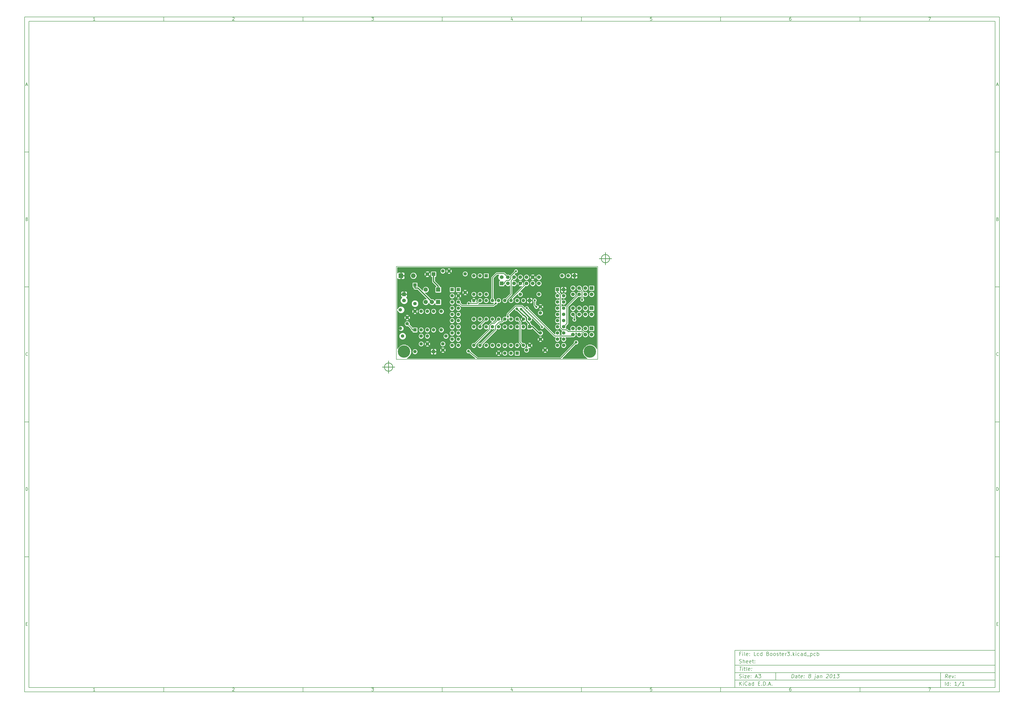
<source format=gtl>
G04 (created by PCBNEW (2012-nov-02)-testing) date Mon 07 Jan 2013 06:01:39 PM PST*
%MOIN*%
G04 Gerber Fmt 3.4, Leading zero omitted, Abs format*
%FSLAX34Y34*%
G01*
G70*
G90*
G04 APERTURE LIST*
%ADD10C,0.006*%
%ADD11C,0.01*%
%ADD12C,0.0059*%
%ADD13R,0.055X0.055*%
%ADD14C,0.055*%
%ADD15R,0.075X0.075*%
%ADD16C,0.075*%
%ADD17R,0.06X0.06*%
%ADD18C,0.06*%
%ADD19C,0.2*%
%ADD20C,0.07*%
%ADD21R,0.07X0.07*%
%ADD22C,0.045*%
%ADD23C,0.035*%
%ADD24C,0.02*%
%ADD25C,0.012*%
G04 APERTURE END LIST*
G54D10*
X-60000Y55250D02*
X97350Y55250D01*
X97350Y-53680D01*
X-60000Y-53680D01*
X-60000Y55250D01*
X-59300Y54550D02*
X96650Y54550D01*
X96650Y-52980D01*
X-59300Y-52980D01*
X-59300Y54550D01*
X-37530Y55250D02*
X-37530Y54550D01*
X-48617Y54697D02*
X-48902Y54697D01*
X-48760Y54697D02*
X-48760Y55197D01*
X-48807Y55126D01*
X-48855Y55078D01*
X-48902Y55054D01*
X-37530Y-53680D02*
X-37530Y-52980D01*
X-48617Y-53532D02*
X-48902Y-53532D01*
X-48760Y-53532D02*
X-48760Y-53032D01*
X-48807Y-53103D01*
X-48855Y-53151D01*
X-48902Y-53175D01*
X-15060Y55250D02*
X-15060Y54550D01*
X-26432Y55150D02*
X-26409Y55173D01*
X-26361Y55197D01*
X-26242Y55197D01*
X-26194Y55173D01*
X-26170Y55150D01*
X-26147Y55102D01*
X-26147Y55054D01*
X-26170Y54983D01*
X-26456Y54697D01*
X-26147Y54697D01*
X-15060Y-53680D02*
X-15060Y-52980D01*
X-26432Y-53080D02*
X-26409Y-53056D01*
X-26361Y-53032D01*
X-26242Y-53032D01*
X-26194Y-53056D01*
X-26170Y-53080D01*
X-26147Y-53127D01*
X-26147Y-53175D01*
X-26170Y-53246D01*
X-26456Y-53532D01*
X-26147Y-53532D01*
X7410Y55250D02*
X7410Y54550D01*
X-3986Y55197D02*
X-3677Y55197D01*
X-3843Y55007D01*
X-3772Y55007D01*
X-3724Y54983D01*
X-3700Y54959D01*
X-3677Y54911D01*
X-3677Y54792D01*
X-3700Y54745D01*
X-3724Y54721D01*
X-3772Y54697D01*
X-3915Y54697D01*
X-3962Y54721D01*
X-3986Y54745D01*
X7410Y-53680D02*
X7410Y-52980D01*
X-3986Y-53032D02*
X-3677Y-53032D01*
X-3843Y-53222D01*
X-3772Y-53222D01*
X-3724Y-53246D01*
X-3700Y-53270D01*
X-3677Y-53318D01*
X-3677Y-53437D01*
X-3700Y-53484D01*
X-3724Y-53508D01*
X-3772Y-53532D01*
X-3915Y-53532D01*
X-3962Y-53508D01*
X-3986Y-53484D01*
X29880Y55250D02*
X29880Y54550D01*
X18745Y55030D02*
X18745Y54697D01*
X18626Y55221D02*
X18507Y54864D01*
X18816Y54864D01*
X29880Y-53680D02*
X29880Y-52980D01*
X18745Y-53199D02*
X18745Y-53532D01*
X18626Y-53008D02*
X18507Y-53365D01*
X18816Y-53365D01*
X52350Y55250D02*
X52350Y54550D01*
X41239Y55197D02*
X41000Y55197D01*
X40977Y54959D01*
X41000Y54983D01*
X41048Y55007D01*
X41167Y55007D01*
X41215Y54983D01*
X41239Y54959D01*
X41262Y54911D01*
X41262Y54792D01*
X41239Y54745D01*
X41215Y54721D01*
X41167Y54697D01*
X41048Y54697D01*
X41000Y54721D01*
X40977Y54745D01*
X52350Y-53680D02*
X52350Y-52980D01*
X41239Y-53032D02*
X41000Y-53032D01*
X40977Y-53270D01*
X41000Y-53246D01*
X41048Y-53222D01*
X41167Y-53222D01*
X41215Y-53246D01*
X41239Y-53270D01*
X41262Y-53318D01*
X41262Y-53437D01*
X41239Y-53484D01*
X41215Y-53508D01*
X41167Y-53532D01*
X41048Y-53532D01*
X41000Y-53508D01*
X40977Y-53484D01*
X74820Y55250D02*
X74820Y54550D01*
X63685Y55197D02*
X63590Y55197D01*
X63542Y55173D01*
X63518Y55150D01*
X63470Y55078D01*
X63447Y54983D01*
X63447Y54792D01*
X63470Y54745D01*
X63494Y54721D01*
X63542Y54697D01*
X63637Y54697D01*
X63685Y54721D01*
X63709Y54745D01*
X63732Y54792D01*
X63732Y54911D01*
X63709Y54959D01*
X63685Y54983D01*
X63637Y55007D01*
X63542Y55007D01*
X63494Y54983D01*
X63470Y54959D01*
X63447Y54911D01*
X74820Y-53680D02*
X74820Y-52980D01*
X63685Y-53032D02*
X63590Y-53032D01*
X63542Y-53056D01*
X63518Y-53080D01*
X63470Y-53151D01*
X63447Y-53246D01*
X63447Y-53437D01*
X63470Y-53484D01*
X63494Y-53508D01*
X63542Y-53532D01*
X63637Y-53532D01*
X63685Y-53508D01*
X63709Y-53484D01*
X63732Y-53437D01*
X63732Y-53318D01*
X63709Y-53270D01*
X63685Y-53246D01*
X63637Y-53222D01*
X63542Y-53222D01*
X63494Y-53246D01*
X63470Y-53270D01*
X63447Y-53318D01*
X85893Y55197D02*
X86226Y55197D01*
X86012Y54697D01*
X85893Y-53032D02*
X86226Y-53032D01*
X86012Y-53532D01*
X-60000Y33470D02*
X-59300Y33470D01*
X-59769Y44300D02*
X-59530Y44300D01*
X-59816Y44157D02*
X-59649Y44657D01*
X-59483Y44157D01*
X97350Y33470D02*
X96650Y33470D01*
X96880Y44300D02*
X97119Y44300D01*
X96833Y44157D02*
X97000Y44657D01*
X97166Y44157D01*
X-60000Y11690D02*
X-59300Y11690D01*
X-59614Y22639D02*
X-59542Y22615D01*
X-59519Y22591D01*
X-59495Y22544D01*
X-59495Y22472D01*
X-59519Y22425D01*
X-59542Y22401D01*
X-59590Y22377D01*
X-59780Y22377D01*
X-59780Y22877D01*
X-59614Y22877D01*
X-59566Y22853D01*
X-59542Y22830D01*
X-59519Y22782D01*
X-59519Y22734D01*
X-59542Y22687D01*
X-59566Y22663D01*
X-59614Y22639D01*
X-59780Y22639D01*
X97350Y11690D02*
X96650Y11690D01*
X97035Y22639D02*
X97107Y22615D01*
X97130Y22591D01*
X97154Y22544D01*
X97154Y22472D01*
X97130Y22425D01*
X97107Y22401D01*
X97059Y22377D01*
X96869Y22377D01*
X96869Y22877D01*
X97035Y22877D01*
X97083Y22853D01*
X97107Y22830D01*
X97130Y22782D01*
X97130Y22734D01*
X97107Y22687D01*
X97083Y22663D01*
X97035Y22639D01*
X96869Y22639D01*
X-60000Y-10090D02*
X-59300Y-10090D01*
X-59495Y645D02*
X-59519Y621D01*
X-59590Y597D01*
X-59638Y597D01*
X-59709Y621D01*
X-59757Y669D01*
X-59780Y716D01*
X-59804Y811D01*
X-59804Y883D01*
X-59780Y978D01*
X-59757Y1026D01*
X-59709Y1073D01*
X-59638Y1097D01*
X-59590Y1097D01*
X-59519Y1073D01*
X-59495Y1050D01*
X97350Y-10090D02*
X96650Y-10090D01*
X97154Y645D02*
X97130Y621D01*
X97059Y597D01*
X97011Y597D01*
X96940Y621D01*
X96892Y669D01*
X96869Y716D01*
X96845Y811D01*
X96845Y883D01*
X96869Y978D01*
X96892Y1026D01*
X96940Y1073D01*
X97011Y1097D01*
X97059Y1097D01*
X97130Y1073D01*
X97154Y1050D01*
X-60000Y-31870D02*
X-59300Y-31870D01*
X-59780Y-21182D02*
X-59780Y-20682D01*
X-59661Y-20682D01*
X-59590Y-20706D01*
X-59542Y-20753D01*
X-59519Y-20801D01*
X-59495Y-20896D01*
X-59495Y-20968D01*
X-59519Y-21063D01*
X-59542Y-21110D01*
X-59590Y-21158D01*
X-59661Y-21182D01*
X-59780Y-21182D01*
X97350Y-31870D02*
X96650Y-31870D01*
X96869Y-21182D02*
X96869Y-20682D01*
X96988Y-20682D01*
X97059Y-20706D01*
X97107Y-20753D01*
X97130Y-20801D01*
X97154Y-20896D01*
X97154Y-20968D01*
X97130Y-21063D01*
X97107Y-21110D01*
X97059Y-21158D01*
X96988Y-21182D01*
X96869Y-21182D01*
X-59757Y-42700D02*
X-59590Y-42700D01*
X-59519Y-42962D02*
X-59757Y-42962D01*
X-59757Y-42462D01*
X-59519Y-42462D01*
X96892Y-42700D02*
X97059Y-42700D01*
X97130Y-42962D02*
X96892Y-42962D01*
X96892Y-42462D01*
X97130Y-42462D01*
X63800Y-51422D02*
X63875Y-50822D01*
X64017Y-50822D01*
X64100Y-50851D01*
X64150Y-50908D01*
X64171Y-50965D01*
X64185Y-51080D01*
X64175Y-51165D01*
X64132Y-51280D01*
X64096Y-51337D01*
X64032Y-51394D01*
X63942Y-51422D01*
X63800Y-51422D01*
X64657Y-51422D02*
X64696Y-51108D01*
X64675Y-51051D01*
X64621Y-51022D01*
X64507Y-51022D01*
X64446Y-51051D01*
X64660Y-51394D02*
X64600Y-51422D01*
X64457Y-51422D01*
X64403Y-51394D01*
X64382Y-51337D01*
X64389Y-51280D01*
X64425Y-51222D01*
X64485Y-51194D01*
X64628Y-51194D01*
X64689Y-51165D01*
X64907Y-51022D02*
X65135Y-51022D01*
X65017Y-50822D02*
X64953Y-51337D01*
X64975Y-51394D01*
X65028Y-51422D01*
X65085Y-51422D01*
X65517Y-51394D02*
X65457Y-51422D01*
X65342Y-51422D01*
X65289Y-51394D01*
X65267Y-51337D01*
X65296Y-51108D01*
X65332Y-51051D01*
X65392Y-51022D01*
X65507Y-51022D01*
X65560Y-51051D01*
X65582Y-51108D01*
X65575Y-51165D01*
X65282Y-51222D01*
X65807Y-51365D02*
X65832Y-51394D01*
X65800Y-51422D01*
X65775Y-51394D01*
X65807Y-51365D01*
X65800Y-51422D01*
X65846Y-51051D02*
X65871Y-51080D01*
X65839Y-51108D01*
X65814Y-51080D01*
X65846Y-51051D01*
X65839Y-51108D01*
X66671Y-51080D02*
X66617Y-51051D01*
X66592Y-51022D01*
X66571Y-50965D01*
X66575Y-50937D01*
X66610Y-50880D01*
X66642Y-50851D01*
X66703Y-50822D01*
X66817Y-50822D01*
X66871Y-50851D01*
X66896Y-50880D01*
X66917Y-50937D01*
X66914Y-50965D01*
X66878Y-51022D01*
X66846Y-51051D01*
X66785Y-51080D01*
X66671Y-51080D01*
X66610Y-51108D01*
X66578Y-51137D01*
X66542Y-51194D01*
X66528Y-51308D01*
X66550Y-51365D01*
X66575Y-51394D01*
X66628Y-51422D01*
X66742Y-51422D01*
X66803Y-51394D01*
X66835Y-51365D01*
X66871Y-51308D01*
X66885Y-51194D01*
X66864Y-51137D01*
X66839Y-51108D01*
X66785Y-51080D01*
X67621Y-51022D02*
X67557Y-51537D01*
X67521Y-51594D01*
X67460Y-51622D01*
X67432Y-51622D01*
X67646Y-50822D02*
X67614Y-50851D01*
X67639Y-50880D01*
X67671Y-50851D01*
X67646Y-50822D01*
X67639Y-50880D01*
X68114Y-51422D02*
X68153Y-51108D01*
X68132Y-51051D01*
X68078Y-51022D01*
X67964Y-51022D01*
X67903Y-51051D01*
X68117Y-51394D02*
X68057Y-51422D01*
X67914Y-51422D01*
X67860Y-51394D01*
X67839Y-51337D01*
X67846Y-51280D01*
X67882Y-51222D01*
X67942Y-51194D01*
X68085Y-51194D01*
X68146Y-51165D01*
X68450Y-51022D02*
X68400Y-51422D01*
X68442Y-51080D02*
X68475Y-51051D01*
X68535Y-51022D01*
X68621Y-51022D01*
X68675Y-51051D01*
X68696Y-51108D01*
X68657Y-51422D01*
X69439Y-50880D02*
X69471Y-50851D01*
X69532Y-50822D01*
X69675Y-50822D01*
X69728Y-50851D01*
X69753Y-50880D01*
X69775Y-50937D01*
X69767Y-50994D01*
X69728Y-51080D01*
X69342Y-51422D01*
X69714Y-51422D01*
X70160Y-50822D02*
X70217Y-50822D01*
X70271Y-50851D01*
X70296Y-50880D01*
X70317Y-50937D01*
X70332Y-51051D01*
X70314Y-51194D01*
X70271Y-51308D01*
X70235Y-51365D01*
X70203Y-51394D01*
X70142Y-51422D01*
X70085Y-51422D01*
X70032Y-51394D01*
X70007Y-51365D01*
X69985Y-51308D01*
X69971Y-51194D01*
X69989Y-51051D01*
X70032Y-50937D01*
X70067Y-50880D01*
X70100Y-50851D01*
X70160Y-50822D01*
X70857Y-51422D02*
X70514Y-51422D01*
X70685Y-51422D02*
X70760Y-50822D01*
X70692Y-50908D01*
X70628Y-50965D01*
X70567Y-50994D01*
X71132Y-50822D02*
X71503Y-50822D01*
X71275Y-51051D01*
X71360Y-51051D01*
X71414Y-51080D01*
X71439Y-51108D01*
X71460Y-51165D01*
X71442Y-51308D01*
X71407Y-51365D01*
X71375Y-51394D01*
X71314Y-51422D01*
X71142Y-51422D01*
X71089Y-51394D01*
X71064Y-51365D01*
X55392Y-52622D02*
X55392Y-52022D01*
X55735Y-52622D02*
X55478Y-52280D01*
X55735Y-52022D02*
X55392Y-52365D01*
X55992Y-52622D02*
X55992Y-52222D01*
X55992Y-52022D02*
X55964Y-52051D01*
X55992Y-52080D01*
X56021Y-52051D01*
X55992Y-52022D01*
X55992Y-52080D01*
X56621Y-52565D02*
X56592Y-52594D01*
X56507Y-52622D01*
X56450Y-52622D01*
X56364Y-52594D01*
X56307Y-52537D01*
X56278Y-52480D01*
X56250Y-52365D01*
X56250Y-52280D01*
X56278Y-52165D01*
X56307Y-52108D01*
X56364Y-52051D01*
X56450Y-52022D01*
X56507Y-52022D01*
X56592Y-52051D01*
X56621Y-52080D01*
X57135Y-52622D02*
X57135Y-52308D01*
X57107Y-52251D01*
X57050Y-52222D01*
X56935Y-52222D01*
X56878Y-52251D01*
X57135Y-52594D02*
X57078Y-52622D01*
X56935Y-52622D01*
X56878Y-52594D01*
X56850Y-52537D01*
X56850Y-52480D01*
X56878Y-52422D01*
X56935Y-52394D01*
X57078Y-52394D01*
X57135Y-52365D01*
X57678Y-52622D02*
X57678Y-52022D01*
X57678Y-52594D02*
X57621Y-52622D01*
X57507Y-52622D01*
X57450Y-52594D01*
X57421Y-52565D01*
X57392Y-52508D01*
X57392Y-52337D01*
X57421Y-52280D01*
X57450Y-52251D01*
X57507Y-52222D01*
X57621Y-52222D01*
X57678Y-52251D01*
X58421Y-52308D02*
X58621Y-52308D01*
X58707Y-52622D02*
X58421Y-52622D01*
X58421Y-52022D01*
X58707Y-52022D01*
X58964Y-52565D02*
X58992Y-52594D01*
X58964Y-52622D01*
X58935Y-52594D01*
X58964Y-52565D01*
X58964Y-52622D01*
X59249Y-52622D02*
X59249Y-52022D01*
X59392Y-52022D01*
X59478Y-52051D01*
X59535Y-52108D01*
X59564Y-52165D01*
X59592Y-52280D01*
X59592Y-52365D01*
X59564Y-52480D01*
X59535Y-52537D01*
X59478Y-52594D01*
X59392Y-52622D01*
X59249Y-52622D01*
X59849Y-52565D02*
X59878Y-52594D01*
X59849Y-52622D01*
X59821Y-52594D01*
X59849Y-52565D01*
X59849Y-52622D01*
X60107Y-52451D02*
X60392Y-52451D01*
X60049Y-52622D02*
X60249Y-52022D01*
X60449Y-52622D01*
X60649Y-52565D02*
X60678Y-52594D01*
X60649Y-52622D01*
X60621Y-52594D01*
X60649Y-52565D01*
X60649Y-52622D01*
X88942Y-51422D02*
X88778Y-51137D01*
X88600Y-51422D02*
X88675Y-50822D01*
X88903Y-50822D01*
X88957Y-50851D01*
X88982Y-50880D01*
X89003Y-50937D01*
X88992Y-51022D01*
X88957Y-51080D01*
X88925Y-51108D01*
X88864Y-51137D01*
X88635Y-51137D01*
X89432Y-51394D02*
X89371Y-51422D01*
X89257Y-51422D01*
X89203Y-51394D01*
X89182Y-51337D01*
X89210Y-51108D01*
X89246Y-51051D01*
X89307Y-51022D01*
X89421Y-51022D01*
X89475Y-51051D01*
X89496Y-51108D01*
X89489Y-51165D01*
X89196Y-51222D01*
X89707Y-51022D02*
X89800Y-51422D01*
X89992Y-51022D01*
X90178Y-51365D02*
X90203Y-51394D01*
X90171Y-51422D01*
X90146Y-51394D01*
X90178Y-51365D01*
X90171Y-51422D01*
X90217Y-51051D02*
X90242Y-51080D01*
X90210Y-51108D01*
X90185Y-51080D01*
X90217Y-51051D01*
X90210Y-51108D01*
X55364Y-51394D02*
X55450Y-51422D01*
X55592Y-51422D01*
X55650Y-51394D01*
X55678Y-51365D01*
X55707Y-51308D01*
X55707Y-51251D01*
X55678Y-51194D01*
X55650Y-51165D01*
X55592Y-51137D01*
X55478Y-51108D01*
X55421Y-51080D01*
X55392Y-51051D01*
X55364Y-50994D01*
X55364Y-50937D01*
X55392Y-50880D01*
X55421Y-50851D01*
X55478Y-50822D01*
X55621Y-50822D01*
X55707Y-50851D01*
X55964Y-51422D02*
X55964Y-51022D01*
X55964Y-50822D02*
X55935Y-50851D01*
X55964Y-50880D01*
X55992Y-50851D01*
X55964Y-50822D01*
X55964Y-50880D01*
X56192Y-51022D02*
X56507Y-51022D01*
X56192Y-51422D01*
X56507Y-51422D01*
X56964Y-51394D02*
X56907Y-51422D01*
X56792Y-51422D01*
X56735Y-51394D01*
X56707Y-51337D01*
X56707Y-51108D01*
X56735Y-51051D01*
X56792Y-51022D01*
X56907Y-51022D01*
X56964Y-51051D01*
X56992Y-51108D01*
X56992Y-51165D01*
X56707Y-51222D01*
X57250Y-51365D02*
X57278Y-51394D01*
X57250Y-51422D01*
X57221Y-51394D01*
X57250Y-51365D01*
X57250Y-51422D01*
X57250Y-51051D02*
X57278Y-51080D01*
X57250Y-51108D01*
X57221Y-51080D01*
X57250Y-51051D01*
X57250Y-51108D01*
X57964Y-51251D02*
X58250Y-51251D01*
X57907Y-51422D02*
X58107Y-50822D01*
X58307Y-51422D01*
X58450Y-50822D02*
X58821Y-50822D01*
X58621Y-51051D01*
X58707Y-51051D01*
X58764Y-51080D01*
X58792Y-51108D01*
X58821Y-51165D01*
X58821Y-51308D01*
X58792Y-51365D01*
X58764Y-51394D01*
X58707Y-51422D01*
X58535Y-51422D01*
X58478Y-51394D01*
X58450Y-51365D01*
X88592Y-52622D02*
X88592Y-52022D01*
X89135Y-52622D02*
X89135Y-52022D01*
X89135Y-52594D02*
X89078Y-52622D01*
X88964Y-52622D01*
X88907Y-52594D01*
X88878Y-52565D01*
X88850Y-52508D01*
X88850Y-52337D01*
X88878Y-52280D01*
X88907Y-52251D01*
X88964Y-52222D01*
X89078Y-52222D01*
X89135Y-52251D01*
X89421Y-52565D02*
X89450Y-52594D01*
X89421Y-52622D01*
X89392Y-52594D01*
X89421Y-52565D01*
X89421Y-52622D01*
X89421Y-52251D02*
X89450Y-52280D01*
X89421Y-52308D01*
X89392Y-52280D01*
X89421Y-52251D01*
X89421Y-52308D01*
X90478Y-52622D02*
X90135Y-52622D01*
X90307Y-52622D02*
X90307Y-52022D01*
X90249Y-52108D01*
X90192Y-52165D01*
X90135Y-52194D01*
X91164Y-51994D02*
X90650Y-52765D01*
X91678Y-52622D02*
X91335Y-52622D01*
X91507Y-52622D02*
X91507Y-52022D01*
X91449Y-52108D01*
X91392Y-52165D01*
X91335Y-52194D01*
X55389Y-49622D02*
X55732Y-49622D01*
X55485Y-50222D02*
X55560Y-49622D01*
X55857Y-50222D02*
X55907Y-49822D01*
X55932Y-49622D02*
X55900Y-49651D01*
X55925Y-49680D01*
X55957Y-49651D01*
X55932Y-49622D01*
X55925Y-49680D01*
X56107Y-49822D02*
X56335Y-49822D01*
X56217Y-49622D02*
X56153Y-50137D01*
X56175Y-50194D01*
X56228Y-50222D01*
X56285Y-50222D01*
X56571Y-50222D02*
X56517Y-50194D01*
X56496Y-50137D01*
X56560Y-49622D01*
X57032Y-50194D02*
X56971Y-50222D01*
X56857Y-50222D01*
X56803Y-50194D01*
X56782Y-50137D01*
X56810Y-49908D01*
X56846Y-49851D01*
X56907Y-49822D01*
X57021Y-49822D01*
X57075Y-49851D01*
X57096Y-49908D01*
X57089Y-49965D01*
X56796Y-50022D01*
X57321Y-50165D02*
X57346Y-50194D01*
X57314Y-50222D01*
X57289Y-50194D01*
X57321Y-50165D01*
X57314Y-50222D01*
X57360Y-49851D02*
X57385Y-49880D01*
X57353Y-49908D01*
X57328Y-49880D01*
X57360Y-49851D01*
X57353Y-49908D01*
X55592Y-47508D02*
X55392Y-47508D01*
X55392Y-47822D02*
X55392Y-47222D01*
X55678Y-47222D01*
X55907Y-47822D02*
X55907Y-47422D01*
X55907Y-47222D02*
X55878Y-47251D01*
X55907Y-47280D01*
X55935Y-47251D01*
X55907Y-47222D01*
X55907Y-47280D01*
X56278Y-47822D02*
X56221Y-47794D01*
X56192Y-47737D01*
X56192Y-47222D01*
X56735Y-47794D02*
X56678Y-47822D01*
X56564Y-47822D01*
X56507Y-47794D01*
X56478Y-47737D01*
X56478Y-47508D01*
X56507Y-47451D01*
X56564Y-47422D01*
X56678Y-47422D01*
X56735Y-47451D01*
X56764Y-47508D01*
X56764Y-47565D01*
X56478Y-47622D01*
X57021Y-47765D02*
X57050Y-47794D01*
X57021Y-47822D01*
X56992Y-47794D01*
X57021Y-47765D01*
X57021Y-47822D01*
X57021Y-47451D02*
X57050Y-47480D01*
X57021Y-47508D01*
X56992Y-47480D01*
X57021Y-47451D01*
X57021Y-47508D01*
X58050Y-47822D02*
X57764Y-47822D01*
X57764Y-47222D01*
X58507Y-47794D02*
X58450Y-47822D01*
X58335Y-47822D01*
X58278Y-47794D01*
X58250Y-47765D01*
X58221Y-47708D01*
X58221Y-47537D01*
X58250Y-47480D01*
X58278Y-47451D01*
X58335Y-47422D01*
X58450Y-47422D01*
X58507Y-47451D01*
X59021Y-47822D02*
X59021Y-47222D01*
X59021Y-47794D02*
X58964Y-47822D01*
X58850Y-47822D01*
X58792Y-47794D01*
X58764Y-47765D01*
X58735Y-47708D01*
X58735Y-47537D01*
X58764Y-47480D01*
X58792Y-47451D01*
X58850Y-47422D01*
X58964Y-47422D01*
X59021Y-47451D01*
X59964Y-47508D02*
X60050Y-47537D01*
X60078Y-47565D01*
X60107Y-47622D01*
X60107Y-47708D01*
X60078Y-47765D01*
X60050Y-47794D01*
X59992Y-47822D01*
X59764Y-47822D01*
X59764Y-47222D01*
X59964Y-47222D01*
X60021Y-47251D01*
X60050Y-47280D01*
X60078Y-47337D01*
X60078Y-47394D01*
X60050Y-47451D01*
X60021Y-47480D01*
X59964Y-47508D01*
X59764Y-47508D01*
X60450Y-47822D02*
X60392Y-47794D01*
X60364Y-47765D01*
X60335Y-47708D01*
X60335Y-47537D01*
X60364Y-47480D01*
X60392Y-47451D01*
X60450Y-47422D01*
X60535Y-47422D01*
X60592Y-47451D01*
X60621Y-47480D01*
X60650Y-47537D01*
X60650Y-47708D01*
X60621Y-47765D01*
X60592Y-47794D01*
X60535Y-47822D01*
X60450Y-47822D01*
X60992Y-47822D02*
X60935Y-47794D01*
X60907Y-47765D01*
X60878Y-47708D01*
X60878Y-47537D01*
X60907Y-47480D01*
X60935Y-47451D01*
X60992Y-47422D01*
X61078Y-47422D01*
X61135Y-47451D01*
X61164Y-47480D01*
X61192Y-47537D01*
X61192Y-47708D01*
X61164Y-47765D01*
X61135Y-47794D01*
X61078Y-47822D01*
X60992Y-47822D01*
X61421Y-47794D02*
X61478Y-47822D01*
X61592Y-47822D01*
X61650Y-47794D01*
X61678Y-47737D01*
X61678Y-47708D01*
X61650Y-47651D01*
X61592Y-47622D01*
X61507Y-47622D01*
X61450Y-47594D01*
X61421Y-47537D01*
X61421Y-47508D01*
X61450Y-47451D01*
X61507Y-47422D01*
X61592Y-47422D01*
X61650Y-47451D01*
X61850Y-47422D02*
X62078Y-47422D01*
X61935Y-47222D02*
X61935Y-47737D01*
X61964Y-47794D01*
X62021Y-47822D01*
X62078Y-47822D01*
X62507Y-47794D02*
X62450Y-47822D01*
X62335Y-47822D01*
X62278Y-47794D01*
X62250Y-47737D01*
X62250Y-47508D01*
X62278Y-47451D01*
X62335Y-47422D01*
X62450Y-47422D01*
X62507Y-47451D01*
X62535Y-47508D01*
X62535Y-47565D01*
X62250Y-47622D01*
X62792Y-47822D02*
X62792Y-47422D01*
X62792Y-47537D02*
X62821Y-47480D01*
X62850Y-47451D01*
X62907Y-47422D01*
X62964Y-47422D01*
X63107Y-47222D02*
X63478Y-47222D01*
X63278Y-47451D01*
X63364Y-47451D01*
X63421Y-47480D01*
X63450Y-47508D01*
X63478Y-47565D01*
X63478Y-47708D01*
X63450Y-47765D01*
X63421Y-47794D01*
X63364Y-47822D01*
X63192Y-47822D01*
X63135Y-47794D01*
X63107Y-47765D01*
X63735Y-47765D02*
X63764Y-47794D01*
X63735Y-47822D01*
X63707Y-47794D01*
X63735Y-47765D01*
X63735Y-47822D01*
X64021Y-47822D02*
X64021Y-47222D01*
X64078Y-47594D02*
X64250Y-47822D01*
X64250Y-47422D02*
X64021Y-47651D01*
X64507Y-47822D02*
X64507Y-47422D01*
X64507Y-47222D02*
X64478Y-47251D01*
X64507Y-47280D01*
X64535Y-47251D01*
X64507Y-47222D01*
X64507Y-47280D01*
X65050Y-47794D02*
X64992Y-47822D01*
X64878Y-47822D01*
X64821Y-47794D01*
X64792Y-47765D01*
X64764Y-47708D01*
X64764Y-47537D01*
X64792Y-47480D01*
X64821Y-47451D01*
X64878Y-47422D01*
X64992Y-47422D01*
X65050Y-47451D01*
X65564Y-47822D02*
X65564Y-47508D01*
X65535Y-47451D01*
X65478Y-47422D01*
X65364Y-47422D01*
X65307Y-47451D01*
X65564Y-47794D02*
X65507Y-47822D01*
X65364Y-47822D01*
X65307Y-47794D01*
X65278Y-47737D01*
X65278Y-47680D01*
X65307Y-47622D01*
X65364Y-47594D01*
X65507Y-47594D01*
X65564Y-47565D01*
X66107Y-47822D02*
X66107Y-47222D01*
X66107Y-47794D02*
X66050Y-47822D01*
X65935Y-47822D01*
X65878Y-47794D01*
X65850Y-47765D01*
X65821Y-47708D01*
X65821Y-47537D01*
X65850Y-47480D01*
X65878Y-47451D01*
X65935Y-47422D01*
X66050Y-47422D01*
X66107Y-47451D01*
X66250Y-47880D02*
X66707Y-47880D01*
X66850Y-47422D02*
X66850Y-48022D01*
X66850Y-47451D02*
X66907Y-47422D01*
X67021Y-47422D01*
X67078Y-47451D01*
X67107Y-47480D01*
X67135Y-47537D01*
X67135Y-47708D01*
X67107Y-47765D01*
X67078Y-47794D01*
X67021Y-47822D01*
X66907Y-47822D01*
X66850Y-47794D01*
X67650Y-47794D02*
X67592Y-47822D01*
X67478Y-47822D01*
X67421Y-47794D01*
X67392Y-47765D01*
X67364Y-47708D01*
X67364Y-47537D01*
X67392Y-47480D01*
X67421Y-47451D01*
X67478Y-47422D01*
X67592Y-47422D01*
X67650Y-47451D01*
X67907Y-47822D02*
X67907Y-47222D01*
X67907Y-47451D02*
X67964Y-47422D01*
X68078Y-47422D01*
X68135Y-47451D01*
X68164Y-47480D01*
X68192Y-47537D01*
X68192Y-47708D01*
X68164Y-47765D01*
X68135Y-47794D01*
X68078Y-47822D01*
X67964Y-47822D01*
X67907Y-47794D01*
X55364Y-48994D02*
X55450Y-49022D01*
X55592Y-49022D01*
X55650Y-48994D01*
X55678Y-48965D01*
X55707Y-48908D01*
X55707Y-48851D01*
X55678Y-48794D01*
X55650Y-48765D01*
X55592Y-48737D01*
X55478Y-48708D01*
X55421Y-48680D01*
X55392Y-48651D01*
X55364Y-48594D01*
X55364Y-48537D01*
X55392Y-48480D01*
X55421Y-48451D01*
X55478Y-48422D01*
X55621Y-48422D01*
X55707Y-48451D01*
X55964Y-49022D02*
X55964Y-48422D01*
X56221Y-49022D02*
X56221Y-48708D01*
X56192Y-48651D01*
X56135Y-48622D01*
X56050Y-48622D01*
X55992Y-48651D01*
X55964Y-48680D01*
X56735Y-48994D02*
X56678Y-49022D01*
X56564Y-49022D01*
X56507Y-48994D01*
X56478Y-48937D01*
X56478Y-48708D01*
X56507Y-48651D01*
X56564Y-48622D01*
X56678Y-48622D01*
X56735Y-48651D01*
X56764Y-48708D01*
X56764Y-48765D01*
X56478Y-48822D01*
X57250Y-48994D02*
X57192Y-49022D01*
X57078Y-49022D01*
X57021Y-48994D01*
X56992Y-48937D01*
X56992Y-48708D01*
X57021Y-48651D01*
X57078Y-48622D01*
X57192Y-48622D01*
X57250Y-48651D01*
X57278Y-48708D01*
X57278Y-48765D01*
X56992Y-48822D01*
X57450Y-48622D02*
X57678Y-48622D01*
X57535Y-48422D02*
X57535Y-48937D01*
X57564Y-48994D01*
X57621Y-49022D01*
X57678Y-49022D01*
X57878Y-48965D02*
X57907Y-48994D01*
X57878Y-49022D01*
X57850Y-48994D01*
X57878Y-48965D01*
X57878Y-49022D01*
X57878Y-48651D02*
X57907Y-48680D01*
X57878Y-48708D01*
X57850Y-48680D01*
X57878Y-48651D01*
X57878Y-48708D01*
X54650Y-46980D02*
X54650Y-52980D01*
X54650Y-46980D02*
X96650Y-46980D01*
X54650Y-46980D02*
X96650Y-46980D01*
X54650Y-49380D02*
X96650Y-49380D01*
X87850Y-50580D02*
X87850Y-52980D01*
X54650Y-51780D02*
X96650Y-51780D01*
X54650Y-50580D02*
X96650Y-50580D01*
X61250Y-50580D02*
X61250Y-51780D01*
G54D11*
X34416Y16250D02*
G75*
G03X34416Y16250I-666J0D01*
G74*
G01*
X32750Y16250D02*
X34750Y16250D01*
X33750Y17250D02*
X33750Y15250D01*
X-583Y-1250D02*
G75*
G03X-583Y-1250I-666J0D01*
G74*
G01*
X-2250Y-1250D02*
X-250Y-1250D01*
X-1250Y-250D02*
X-1250Y-2250D01*
G54D12*
X32500Y0D02*
X0Y0D01*
X0Y0D02*
X0Y15000D01*
X32500Y15000D02*
X32500Y0D01*
X0Y15000D02*
X32500Y15000D01*
G54D13*
X27000Y11250D03*
G54D14*
X27000Y10250D03*
X27000Y9250D03*
X27000Y8250D03*
X27000Y7250D03*
X27000Y6250D03*
X27000Y5250D03*
X27000Y4250D03*
X27000Y3250D03*
X27000Y2250D03*
G54D13*
X26000Y11250D03*
G54D14*
X26000Y10250D03*
X26000Y9250D03*
X26000Y8250D03*
X26000Y7250D03*
X26000Y6250D03*
X26000Y5250D03*
X26000Y4250D03*
X26000Y3250D03*
X26000Y2250D03*
G54D13*
X10000Y11250D03*
G54D14*
X10000Y10250D03*
X10000Y9250D03*
X10000Y8250D03*
X10000Y7250D03*
X10000Y6250D03*
X10000Y5250D03*
X10000Y4250D03*
X10000Y3250D03*
X10000Y2250D03*
G54D13*
X9000Y11250D03*
G54D14*
X9000Y10250D03*
X9000Y9250D03*
X9000Y8250D03*
X9000Y7250D03*
X9000Y6250D03*
X9000Y5250D03*
X9000Y4250D03*
X9000Y3250D03*
X9000Y2250D03*
G54D13*
X28750Y13500D03*
G54D14*
X27750Y13500D03*
X26750Y13500D03*
G54D15*
X750Y13500D03*
G54D16*
X2750Y13500D03*
G54D13*
X3000Y4750D03*
G54D14*
X4000Y4750D03*
X5000Y4750D03*
X6000Y4750D03*
X6000Y7750D03*
X5000Y7750D03*
X4000Y7750D03*
X3000Y7750D03*
G54D13*
X21500Y5250D03*
G54D14*
X20500Y5250D03*
X19500Y5250D03*
X18500Y5250D03*
X17500Y5250D03*
X16500Y5250D03*
X15500Y5250D03*
X14500Y5250D03*
X13500Y5250D03*
X12500Y5250D03*
X12500Y2250D03*
X13500Y2250D03*
X14500Y2250D03*
X15500Y2250D03*
X16500Y2250D03*
X17500Y2250D03*
X18500Y2250D03*
X19500Y2250D03*
X20500Y2250D03*
X21500Y2250D03*
G54D13*
X21500Y9500D03*
G54D14*
X20500Y9500D03*
X19500Y9500D03*
X18500Y9500D03*
X17500Y9500D03*
X16500Y9500D03*
X15500Y9500D03*
X14500Y9500D03*
X13500Y9500D03*
X12500Y9500D03*
X12500Y6500D03*
X13500Y6500D03*
X14500Y6500D03*
X15500Y6500D03*
X16500Y6500D03*
X17500Y6500D03*
X18500Y6500D03*
X19500Y6500D03*
X20500Y6500D03*
X21500Y6500D03*
G54D13*
X3000Y12000D03*
G54D14*
X3000Y9000D03*
G54D13*
X14500Y13500D03*
G54D14*
X13500Y13500D03*
X12500Y13500D03*
X12500Y10500D03*
X13500Y10500D03*
X14500Y10500D03*
G54D17*
X1250Y10500D03*
G54D18*
X1250Y9500D03*
G54D14*
X4000Y2500D03*
X5000Y2500D03*
G54D13*
X6000Y1250D03*
G54D14*
X3000Y1250D03*
X1750Y6750D03*
X1750Y5750D03*
G54D19*
X31250Y1250D03*
G54D20*
X4750Y11250D03*
G54D21*
X6750Y11250D03*
G54D14*
X7500Y2500D03*
X7500Y1500D03*
X7500Y14250D03*
X8500Y14250D03*
X23250Y3250D03*
X23250Y4250D03*
X23250Y7500D03*
X23250Y8500D03*
G54D19*
X1250Y1250D03*
G54D17*
X17000Y12250D03*
G54D18*
X17000Y13250D03*
X18000Y12250D03*
X18000Y13250D03*
X19000Y12250D03*
X19000Y13250D03*
X20000Y12250D03*
X20000Y13250D03*
X21000Y12250D03*
X21000Y13250D03*
X22000Y12250D03*
X22000Y13250D03*
X23000Y12250D03*
X23000Y13250D03*
G54D17*
X6000Y13750D03*
G54D18*
X5000Y13750D03*
G54D17*
X31500Y8250D03*
G54D18*
X31500Y7250D03*
X30500Y8250D03*
X30500Y7250D03*
X29500Y8250D03*
X29500Y7250D03*
X28500Y8250D03*
X28500Y7250D03*
G54D17*
X31500Y11500D03*
G54D18*
X31500Y10500D03*
X30500Y11500D03*
X30500Y10500D03*
X29500Y11500D03*
X29500Y10500D03*
X28500Y11500D03*
X28500Y10500D03*
G54D17*
X31500Y5000D03*
G54D18*
X31500Y4000D03*
X30500Y5000D03*
X30500Y4000D03*
X29500Y5000D03*
X29500Y4000D03*
X28500Y5000D03*
X28500Y4000D03*
G54D14*
X650Y8000D03*
X650Y5000D03*
X20000Y10500D03*
X23000Y10500D03*
X21000Y1500D03*
X24000Y1500D03*
X11100Y13800D03*
X11100Y10800D03*
X1000Y3750D03*
X4000Y3750D03*
X8000Y3750D03*
X5000Y3750D03*
X7250Y4750D03*
X7250Y7750D03*
G54D13*
X19500Y1000D03*
G54D14*
X18500Y1000D03*
X17500Y1000D03*
X16500Y1000D03*
G54D20*
X4750Y9250D03*
X5750Y9250D03*
G54D21*
X6750Y9250D03*
G54D22*
X19437Y8174D03*
X20151Y8096D03*
G54D23*
X22328Y9545D03*
X22587Y8449D03*
X23504Y5196D03*
X18000Y6911D03*
X29980Y9609D03*
X11683Y9044D03*
G54D22*
X11626Y1340D03*
X29000Y2750D03*
G54D23*
X21050Y8286D03*
X16018Y9045D03*
X28724Y6407D03*
X19299Y14237D03*
G54D24*
X21500Y5250D02*
X21500Y5745D01*
X22995Y4250D02*
X21995Y5250D01*
X23250Y4250D02*
X22995Y4250D01*
X21500Y5250D02*
X21995Y5250D01*
X21004Y6240D02*
X21500Y5745D01*
X21004Y6716D02*
X21004Y6240D01*
X20671Y7049D02*
X21004Y6716D01*
X20562Y7049D02*
X20671Y7049D01*
X19437Y8174D02*
X20562Y7049D01*
X6000Y12570D02*
X6000Y13750D01*
X6750Y11820D02*
X6000Y12570D01*
X6750Y11250D02*
X6750Y11820D01*
X21500Y6747D02*
X20151Y8096D01*
X21500Y6500D02*
X21500Y6747D01*
G54D25*
X18500Y9750D02*
X21000Y12250D01*
X18500Y9500D02*
X18500Y9750D01*
X16000Y4750D02*
X13500Y2250D01*
X16000Y5394D02*
X16000Y4750D01*
X16650Y6044D02*
X16000Y5394D01*
X17044Y6044D02*
X16650Y6044D01*
X17500Y6500D02*
X17044Y6044D01*
X13500Y5500D02*
X13500Y5250D01*
X14500Y6500D02*
X13500Y5500D01*
X15500Y13178D02*
X15500Y9500D01*
X16186Y13865D02*
X15500Y13178D01*
X17384Y13865D02*
X16186Y13865D01*
X18000Y13250D02*
X17384Y13865D01*
X15000Y4750D02*
X12500Y2250D01*
X15000Y5406D02*
X15000Y4750D01*
X15423Y5830D02*
X15000Y5406D01*
X15830Y5830D02*
X15423Y5830D01*
X16500Y6500D02*
X15830Y5830D01*
X18519Y10519D02*
X17500Y9500D01*
X18519Y12703D02*
X18519Y10519D01*
X19000Y13184D02*
X18519Y12703D01*
X19000Y13250D02*
X19000Y13184D01*
X19955Y2794D02*
X20500Y2250D01*
X19955Y6044D02*
X19955Y2794D01*
X19500Y6500D02*
X19955Y6044D01*
X22328Y8708D02*
X22587Y8449D01*
X22328Y9545D02*
X22328Y8708D01*
X18000Y7340D02*
X18000Y6911D01*
X19249Y8589D02*
X18000Y7340D01*
X20231Y8589D02*
X19249Y8589D01*
X23504Y5315D02*
X20231Y8589D01*
X23504Y5196D02*
X23504Y5315D01*
X29980Y11019D02*
X29500Y11500D01*
X29980Y9609D02*
X29980Y11019D01*
X13044Y9044D02*
X11683Y9044D01*
X13500Y9500D02*
X13044Y9044D01*
G54D24*
X3495Y11504D02*
X5750Y9250D01*
X3000Y11504D02*
X3495Y11504D01*
X3000Y12000D02*
X3000Y11504D01*
G54D25*
X2544Y4955D02*
X1750Y5750D01*
X2544Y4750D02*
X2544Y4955D01*
X3000Y4750D02*
X2544Y4750D01*
X26113Y10794D02*
X26000Y10794D01*
X26455Y10453D02*
X26113Y10794D01*
X26455Y5148D02*
X26455Y10453D01*
X26838Y4764D02*
X26455Y5148D01*
X27484Y4764D02*
X26838Y4764D01*
X27749Y4500D02*
X27484Y4764D01*
X30000Y4500D02*
X27749Y4500D01*
X30500Y4000D02*
X30000Y4500D01*
X26000Y11250D02*
X26000Y10794D01*
X26500Y150D02*
X13100Y150D01*
X13100Y150D02*
X11626Y1340D01*
X29000Y2750D02*
X26500Y150D01*
X27544Y5794D02*
X27000Y5250D01*
X27544Y8544D02*
X27544Y5794D01*
X29500Y10500D02*
X27544Y8544D01*
X10562Y8687D02*
X10000Y9250D01*
X15660Y8687D02*
X10562Y8687D01*
X16018Y9045D02*
X15660Y8687D01*
X25564Y3772D02*
X21050Y8286D01*
X28272Y3772D02*
X25564Y3772D01*
X28500Y4000D02*
X28272Y3772D01*
X28724Y7025D02*
X28724Y6407D01*
X28500Y7250D02*
X28724Y7025D01*
X17000Y12250D02*
X17480Y12250D01*
X18480Y13418D02*
X19299Y14237D01*
X18480Y13018D02*
X18480Y13418D01*
X18191Y12730D02*
X18480Y13018D01*
X17780Y12730D02*
X18191Y12730D01*
X17480Y12430D02*
X17780Y12730D01*
X17480Y12250D02*
X17480Y12430D01*
G54D10*
G36*
X32320Y1723D02*
X32242Y1911D01*
X31970Y2184D01*
X31970Y4093D01*
X31970Y7343D01*
X31970Y10593D01*
X31970Y10593D01*
X31970Y11233D01*
X31970Y11833D01*
X31944Y11896D01*
X31896Y11944D01*
X31833Y11969D01*
X31766Y11970D01*
X31166Y11970D01*
X31103Y11944D01*
X31055Y11896D01*
X31030Y11833D01*
X31029Y11766D01*
X31029Y11166D01*
X31055Y11103D01*
X31103Y11055D01*
X31166Y11030D01*
X31233Y11029D01*
X31833Y11029D01*
X31896Y11055D01*
X31944Y11103D01*
X31969Y11166D01*
X31970Y11233D01*
X31970Y10593D01*
X31898Y10765D01*
X31766Y10898D01*
X31593Y10969D01*
X31406Y10970D01*
X31234Y10898D01*
X31101Y10766D01*
X31030Y10593D01*
X31029Y10406D01*
X31101Y10234D01*
X31233Y10101D01*
X31406Y10030D01*
X31593Y10029D01*
X31765Y10101D01*
X31898Y10233D01*
X31969Y10406D01*
X31970Y10593D01*
X31970Y7343D01*
X31970Y7343D01*
X31970Y7983D01*
X31970Y8583D01*
X31944Y8646D01*
X31896Y8694D01*
X31833Y8719D01*
X31766Y8720D01*
X31166Y8720D01*
X31103Y8694D01*
X31055Y8646D01*
X31030Y8583D01*
X31029Y8516D01*
X31029Y7916D01*
X31055Y7853D01*
X31103Y7805D01*
X31166Y7780D01*
X31233Y7779D01*
X31833Y7779D01*
X31896Y7805D01*
X31944Y7853D01*
X31969Y7916D01*
X31970Y7983D01*
X31970Y7343D01*
X31898Y7515D01*
X31766Y7648D01*
X31593Y7719D01*
X31406Y7720D01*
X31234Y7648D01*
X31101Y7516D01*
X31030Y7343D01*
X31029Y7156D01*
X31101Y6984D01*
X31233Y6851D01*
X31406Y6780D01*
X31593Y6779D01*
X31765Y6851D01*
X31898Y6983D01*
X31969Y7156D01*
X31970Y7343D01*
X31970Y4093D01*
X31970Y4093D01*
X31970Y4733D01*
X31970Y5333D01*
X31944Y5396D01*
X31896Y5444D01*
X31833Y5469D01*
X31766Y5470D01*
X31166Y5470D01*
X31103Y5444D01*
X31055Y5396D01*
X31030Y5333D01*
X31029Y5266D01*
X31029Y4666D01*
X31055Y4603D01*
X31103Y4555D01*
X31166Y4530D01*
X31233Y4529D01*
X31833Y4529D01*
X31896Y4555D01*
X31944Y4603D01*
X31969Y4666D01*
X31970Y4733D01*
X31970Y4093D01*
X31898Y4265D01*
X31766Y4398D01*
X31593Y4469D01*
X31406Y4470D01*
X31234Y4398D01*
X31101Y4266D01*
X31030Y4093D01*
X31029Y3906D01*
X31101Y3734D01*
X31233Y3601D01*
X31406Y3530D01*
X31593Y3529D01*
X31765Y3601D01*
X31898Y3733D01*
X31969Y3906D01*
X31970Y4093D01*
X31970Y2184D01*
X31913Y2241D01*
X31483Y2419D01*
X31018Y2420D01*
X30970Y2400D01*
X30970Y4093D01*
X30970Y5093D01*
X30970Y7343D01*
X30970Y8343D01*
X30898Y8515D01*
X30766Y8648D01*
X30593Y8719D01*
X30406Y8720D01*
X30234Y8648D01*
X30101Y8516D01*
X30030Y8343D01*
X30029Y8156D01*
X30101Y7984D01*
X30233Y7851D01*
X30406Y7780D01*
X30593Y7779D01*
X30765Y7851D01*
X30898Y7983D01*
X30969Y8156D01*
X30970Y8343D01*
X30970Y7343D01*
X30898Y7515D01*
X30766Y7648D01*
X30593Y7719D01*
X30406Y7720D01*
X30234Y7648D01*
X30101Y7516D01*
X30030Y7343D01*
X30029Y7156D01*
X30101Y6984D01*
X30233Y6851D01*
X30406Y6780D01*
X30593Y6779D01*
X30765Y6851D01*
X30898Y6983D01*
X30969Y7156D01*
X30970Y7343D01*
X30970Y5093D01*
X30898Y5265D01*
X30766Y5398D01*
X30593Y5469D01*
X30406Y5470D01*
X30234Y5398D01*
X30101Y5266D01*
X30030Y5093D01*
X30029Y4906D01*
X30101Y4734D01*
X30233Y4601D01*
X30406Y4530D01*
X30593Y4529D01*
X30765Y4601D01*
X30898Y4733D01*
X30969Y4906D01*
X30970Y5093D01*
X30970Y4093D01*
X30898Y4265D01*
X30766Y4398D01*
X30593Y4469D01*
X30406Y4470D01*
X30370Y4454D01*
X30162Y4662D01*
X30088Y4712D01*
X30000Y4730D01*
X29894Y4730D01*
X29898Y4733D01*
X29969Y4906D01*
X29970Y5093D01*
X29970Y7343D01*
X29970Y8343D01*
X29898Y8515D01*
X29766Y8648D01*
X29593Y8719D01*
X29406Y8720D01*
X29234Y8648D01*
X29101Y8516D01*
X29030Y8343D01*
X29029Y8156D01*
X29101Y7984D01*
X29233Y7851D01*
X29406Y7780D01*
X29593Y7779D01*
X29765Y7851D01*
X29898Y7983D01*
X29969Y8156D01*
X29970Y8343D01*
X29970Y7343D01*
X29898Y7515D01*
X29766Y7648D01*
X29593Y7719D01*
X29406Y7720D01*
X29234Y7648D01*
X29101Y7516D01*
X29030Y7343D01*
X29029Y7156D01*
X29101Y6984D01*
X29233Y6851D01*
X29406Y6780D01*
X29593Y6779D01*
X29765Y6851D01*
X29898Y6983D01*
X29969Y7156D01*
X29970Y7343D01*
X29970Y5093D01*
X29898Y5265D01*
X29766Y5398D01*
X29593Y5469D01*
X29406Y5470D01*
X29234Y5398D01*
X29101Y5266D01*
X29069Y5187D01*
X29069Y6476D01*
X29016Y6602D01*
X28954Y6665D01*
X28954Y7025D01*
X28941Y7088D01*
X28969Y7156D01*
X28970Y7343D01*
X28970Y8343D01*
X28898Y8515D01*
X28766Y8648D01*
X28593Y8719D01*
X28406Y8720D01*
X28234Y8648D01*
X28101Y8516D01*
X28030Y8343D01*
X28029Y8156D01*
X28101Y7984D01*
X28233Y7851D01*
X28406Y7780D01*
X28593Y7779D01*
X28765Y7851D01*
X28898Y7983D01*
X28969Y8156D01*
X28970Y8343D01*
X28970Y7343D01*
X28898Y7515D01*
X28766Y7648D01*
X28593Y7719D01*
X28406Y7720D01*
X28234Y7648D01*
X28101Y7516D01*
X28030Y7343D01*
X28029Y7156D01*
X28101Y6984D01*
X28233Y6851D01*
X28406Y6780D01*
X28494Y6780D01*
X28494Y6665D01*
X28431Y6603D01*
X28379Y6476D01*
X28378Y6339D01*
X28431Y6212D01*
X28528Y6115D01*
X28655Y6062D01*
X28792Y6062D01*
X28919Y6115D01*
X29016Y6212D01*
X29068Y6338D01*
X29069Y6476D01*
X29069Y5187D01*
X29030Y5093D01*
X29029Y4906D01*
X29101Y4734D01*
X29105Y4730D01*
X28894Y4730D01*
X28898Y4733D01*
X28969Y4906D01*
X28970Y5093D01*
X28898Y5265D01*
X28766Y5398D01*
X28593Y5469D01*
X28406Y5470D01*
X28234Y5398D01*
X28101Y5266D01*
X28030Y5093D01*
X28029Y4906D01*
X28101Y4734D01*
X28105Y4730D01*
X27845Y4730D01*
X27647Y4927D01*
X27572Y4977D01*
X27484Y4994D01*
X27374Y4994D01*
X27377Y4997D01*
X27444Y5161D01*
X27445Y5338D01*
X27435Y5360D01*
X27707Y5632D01*
X27757Y5706D01*
X27757Y5706D01*
X27774Y5794D01*
X27774Y8449D01*
X29370Y10044D01*
X29406Y10030D01*
X29593Y10029D01*
X29750Y10094D01*
X29750Y9867D01*
X29687Y9804D01*
X29635Y9678D01*
X29635Y9540D01*
X29687Y9413D01*
X29784Y9316D01*
X29911Y9264D01*
X30048Y9264D01*
X30175Y9316D01*
X30272Y9413D01*
X30325Y9540D01*
X30325Y9677D01*
X30272Y9804D01*
X30210Y9867D01*
X30210Y10125D01*
X30233Y10101D01*
X30406Y10030D01*
X30593Y10029D01*
X30765Y10101D01*
X30898Y10233D01*
X30969Y10406D01*
X30970Y10593D01*
X30970Y11593D01*
X30898Y11765D01*
X30766Y11898D01*
X30593Y11969D01*
X30406Y11970D01*
X30234Y11898D01*
X30101Y11766D01*
X30030Y11593D01*
X30029Y11406D01*
X30101Y11234D01*
X30233Y11101D01*
X30406Y11030D01*
X30593Y11029D01*
X30765Y11101D01*
X30898Y11233D01*
X30969Y11406D01*
X30970Y11593D01*
X30970Y10593D01*
X30898Y10765D01*
X30766Y10898D01*
X30593Y10969D01*
X30406Y10970D01*
X30234Y10898D01*
X30210Y10874D01*
X30210Y11019D01*
X30210Y11019D01*
X30210Y11019D01*
X30192Y11107D01*
X30142Y11182D01*
X30142Y11182D01*
X29955Y11370D01*
X29969Y11406D01*
X29970Y11593D01*
X29898Y11765D01*
X29766Y11898D01*
X29593Y11969D01*
X29406Y11970D01*
X29234Y11898D01*
X29225Y11889D01*
X29225Y13264D01*
X29225Y13735D01*
X29224Y13814D01*
X29194Y13888D01*
X29138Y13944D01*
X29064Y13975D01*
X28850Y13975D01*
X28800Y13925D01*
X28800Y13550D01*
X29175Y13550D01*
X29225Y13600D01*
X29225Y13735D01*
X29225Y13264D01*
X29225Y13400D01*
X29175Y13450D01*
X28800Y13450D01*
X28800Y13075D01*
X28850Y13025D01*
X29064Y13024D01*
X29138Y13055D01*
X29194Y13111D01*
X29224Y13185D01*
X29225Y13264D01*
X29225Y11889D01*
X29101Y11766D01*
X29030Y11593D01*
X29029Y11406D01*
X29101Y11234D01*
X29233Y11101D01*
X29406Y11030D01*
X29593Y11029D01*
X29629Y11045D01*
X29750Y10924D01*
X29750Y10905D01*
X29593Y10969D01*
X29406Y10970D01*
X29234Y10898D01*
X29101Y10766D01*
X29030Y10593D01*
X29029Y10406D01*
X29045Y10370D01*
X28970Y10295D01*
X28970Y10593D01*
X28970Y11593D01*
X28898Y11765D01*
X28766Y11898D01*
X28700Y11925D01*
X28700Y13075D01*
X28700Y13450D01*
X28700Y13550D01*
X28700Y13925D01*
X28650Y13975D01*
X28435Y13975D01*
X28361Y13944D01*
X28305Y13888D01*
X28275Y13814D01*
X28274Y13735D01*
X28275Y13600D01*
X28325Y13550D01*
X28700Y13550D01*
X28700Y13450D01*
X28325Y13450D01*
X28275Y13400D01*
X28274Y13264D01*
X28275Y13185D01*
X28305Y13111D01*
X28361Y13055D01*
X28435Y13024D01*
X28650Y13025D01*
X28700Y13075D01*
X28700Y11925D01*
X28593Y11969D01*
X28406Y11970D01*
X28234Y11898D01*
X28195Y11859D01*
X28195Y13588D01*
X28127Y13751D01*
X28002Y13877D01*
X27838Y13944D01*
X27661Y13945D01*
X27498Y13877D01*
X27372Y13752D01*
X27305Y13588D01*
X27304Y13411D01*
X27372Y13248D01*
X27497Y13122D01*
X27661Y13055D01*
X27838Y13054D01*
X28001Y13122D01*
X28127Y13247D01*
X28194Y13411D01*
X28195Y13588D01*
X28195Y11859D01*
X28101Y11766D01*
X28030Y11593D01*
X28029Y11406D01*
X28101Y11234D01*
X28233Y11101D01*
X28406Y11030D01*
X28593Y11029D01*
X28765Y11101D01*
X28898Y11233D01*
X28969Y11406D01*
X28970Y11593D01*
X28970Y10593D01*
X28898Y10765D01*
X28766Y10898D01*
X28593Y10969D01*
X28406Y10970D01*
X28234Y10898D01*
X28101Y10766D01*
X28030Y10593D01*
X28029Y10406D01*
X28101Y10234D01*
X28233Y10101D01*
X28406Y10030D01*
X28593Y10029D01*
X28765Y10101D01*
X28898Y10233D01*
X28969Y10406D01*
X28970Y10593D01*
X28970Y10295D01*
X27475Y8800D01*
X27475Y10935D01*
X27475Y11564D01*
X27444Y11638D01*
X27388Y11694D01*
X27314Y11724D01*
X27235Y11725D01*
X27195Y11725D01*
X27195Y13588D01*
X27127Y13751D01*
X27002Y13877D01*
X26838Y13944D01*
X26661Y13945D01*
X26498Y13877D01*
X26372Y13752D01*
X26305Y13588D01*
X26304Y13411D01*
X26372Y13248D01*
X26497Y13122D01*
X26661Y13055D01*
X26838Y13054D01*
X27001Y13122D01*
X27127Y13247D01*
X27194Y13411D01*
X27195Y13588D01*
X27195Y11725D01*
X27100Y11725D01*
X27050Y11675D01*
X27050Y11300D01*
X27425Y11300D01*
X27475Y11350D01*
X27475Y11564D01*
X27475Y10935D01*
X27475Y11150D01*
X27425Y11200D01*
X27050Y11200D01*
X27050Y10825D01*
X27100Y10775D01*
X27235Y10774D01*
X27314Y10775D01*
X27388Y10805D01*
X27444Y10861D01*
X27475Y10935D01*
X27475Y8800D01*
X27382Y8707D01*
X27332Y8632D01*
X27318Y8561D01*
X27252Y8627D01*
X27088Y8694D01*
X26911Y8695D01*
X26748Y8627D01*
X26685Y8564D01*
X26685Y8935D01*
X26747Y8872D01*
X26911Y8805D01*
X27088Y8804D01*
X27251Y8872D01*
X27377Y8997D01*
X27444Y9161D01*
X27445Y9338D01*
X27377Y9501D01*
X27252Y9627D01*
X27088Y9694D01*
X26911Y9695D01*
X26748Y9627D01*
X26685Y9564D01*
X26685Y9935D01*
X26747Y9872D01*
X26911Y9805D01*
X27088Y9804D01*
X27251Y9872D01*
X27377Y9997D01*
X27444Y10161D01*
X27445Y10338D01*
X27377Y10501D01*
X27252Y10627D01*
X27088Y10694D01*
X26950Y10695D01*
X26950Y10825D01*
X26950Y11200D01*
X26950Y11300D01*
X26950Y11675D01*
X26900Y11725D01*
X26764Y11725D01*
X26685Y11724D01*
X26611Y11694D01*
X26555Y11638D01*
X26524Y11564D01*
X26525Y11350D01*
X26575Y11300D01*
X26950Y11300D01*
X26950Y11200D01*
X26575Y11200D01*
X26525Y11150D01*
X26524Y10935D01*
X26555Y10861D01*
X26611Y10805D01*
X26685Y10775D01*
X26764Y10774D01*
X26900Y10775D01*
X26950Y10825D01*
X26950Y10695D01*
X26911Y10695D01*
X26748Y10627D01*
X26665Y10544D01*
X26617Y10616D01*
X26617Y10616D01*
X26387Y10846D01*
X26419Y10878D01*
X26444Y10941D01*
X26445Y11008D01*
X26445Y11558D01*
X26419Y11621D01*
X26371Y11669D01*
X26308Y11694D01*
X26241Y11695D01*
X25691Y11695D01*
X25628Y11669D01*
X25580Y11621D01*
X25555Y11558D01*
X25554Y11491D01*
X25554Y10941D01*
X25580Y10878D01*
X25628Y10830D01*
X25691Y10805D01*
X25758Y10804D01*
X25770Y10804D01*
X25770Y10794D01*
X25787Y10706D01*
X25820Y10657D01*
X25748Y10627D01*
X25622Y10502D01*
X25555Y10338D01*
X25554Y10161D01*
X25622Y9998D01*
X25747Y9872D01*
X25911Y9805D01*
X26088Y9804D01*
X26225Y9861D01*
X26225Y9638D01*
X26088Y9694D01*
X25911Y9695D01*
X25748Y9627D01*
X25622Y9502D01*
X25555Y9338D01*
X25554Y9161D01*
X25622Y8998D01*
X25747Y8872D01*
X25911Y8805D01*
X26088Y8804D01*
X26225Y8861D01*
X26225Y8638D01*
X26088Y8694D01*
X25911Y8695D01*
X25748Y8627D01*
X25622Y8502D01*
X25555Y8338D01*
X25554Y8161D01*
X25622Y7998D01*
X25747Y7872D01*
X25911Y7805D01*
X26088Y7804D01*
X26225Y7861D01*
X26225Y7638D01*
X26088Y7694D01*
X25911Y7695D01*
X25748Y7627D01*
X25622Y7502D01*
X25555Y7338D01*
X25554Y7161D01*
X25622Y6998D01*
X25747Y6872D01*
X25911Y6805D01*
X26088Y6804D01*
X26225Y6861D01*
X26225Y6638D01*
X26088Y6694D01*
X25911Y6695D01*
X25748Y6627D01*
X25622Y6502D01*
X25555Y6338D01*
X25554Y6161D01*
X25622Y5998D01*
X25747Y5872D01*
X25911Y5805D01*
X26088Y5804D01*
X26225Y5861D01*
X26225Y5638D01*
X26088Y5694D01*
X25911Y5695D01*
X25748Y5627D01*
X25622Y5502D01*
X25555Y5338D01*
X25554Y5161D01*
X25622Y4998D01*
X25747Y4872D01*
X25911Y4805D01*
X26088Y4804D01*
X26251Y4872D01*
X26328Y4949D01*
X26675Y4602D01*
X26675Y4602D01*
X26704Y4583D01*
X26622Y4502D01*
X26555Y4338D01*
X26554Y4161D01*
X26620Y4002D01*
X26379Y4002D01*
X26444Y4161D01*
X26445Y4338D01*
X26377Y4501D01*
X26252Y4627D01*
X26088Y4694D01*
X25911Y4695D01*
X25748Y4627D01*
X25622Y4502D01*
X25555Y4338D01*
X25554Y4161D01*
X25593Y4069D01*
X23730Y5932D01*
X23730Y8436D01*
X23717Y8624D01*
X23669Y8742D01*
X23590Y8769D01*
X23519Y8698D01*
X23519Y8840D01*
X23492Y8919D01*
X23470Y8926D01*
X23470Y12343D01*
X23470Y13343D01*
X23398Y13515D01*
X23266Y13648D01*
X23093Y13719D01*
X22906Y13720D01*
X22734Y13648D01*
X22601Y13516D01*
X22530Y13343D01*
X22529Y13156D01*
X22601Y12984D01*
X22733Y12851D01*
X22906Y12780D01*
X23093Y12779D01*
X23265Y12851D01*
X23398Y12983D01*
X23469Y13156D01*
X23470Y13343D01*
X23470Y12343D01*
X23398Y12515D01*
X23266Y12648D01*
X23093Y12719D01*
X22906Y12720D01*
X22734Y12648D01*
X22601Y12516D01*
X22530Y12343D01*
X22529Y12156D01*
X22601Y11984D01*
X22733Y11851D01*
X22906Y11780D01*
X23093Y11779D01*
X23265Y11851D01*
X23398Y11983D01*
X23469Y12156D01*
X23470Y12343D01*
X23470Y8926D01*
X23445Y8935D01*
X23445Y10588D01*
X23377Y10751D01*
X23252Y10877D01*
X23088Y10944D01*
X22911Y10945D01*
X22748Y10877D01*
X22622Y10752D01*
X22555Y10588D01*
X22554Y10411D01*
X22622Y10248D01*
X22747Y10122D01*
X22911Y10055D01*
X23088Y10054D01*
X23251Y10122D01*
X23377Y10247D01*
X23444Y10411D01*
X23445Y10588D01*
X23445Y8935D01*
X23313Y8980D01*
X23125Y8967D01*
X23007Y8919D01*
X22980Y8840D01*
X23250Y8570D01*
X23519Y8840D01*
X23519Y8698D01*
X23320Y8500D01*
X23590Y8230D01*
X23669Y8257D01*
X23730Y8436D01*
X23730Y5932D01*
X23695Y5967D01*
X23695Y7588D01*
X23627Y7751D01*
X23519Y7859D01*
X23519Y8159D01*
X23250Y8429D01*
X23179Y8358D01*
X23179Y8500D01*
X22909Y8769D01*
X22830Y8742D01*
X22818Y8706D01*
X22783Y8742D01*
X22656Y8794D01*
X22568Y8794D01*
X22558Y8803D01*
X22558Y9287D01*
X22621Y9349D01*
X22673Y9476D01*
X22673Y9613D01*
X22621Y9740D01*
X22524Y9837D01*
X22504Y9845D01*
X22504Y13180D01*
X22493Y13378D01*
X22439Y13507D01*
X22358Y13537D01*
X22287Y13467D01*
X22287Y13608D01*
X22257Y13689D01*
X22069Y13754D01*
X21871Y13743D01*
X21742Y13689D01*
X21712Y13608D01*
X22000Y13320D01*
X22287Y13608D01*
X22287Y13467D01*
X22070Y13250D01*
X22358Y12962D01*
X22439Y12992D01*
X22504Y13180D01*
X22504Y9845D01*
X22470Y9859D01*
X22470Y12343D01*
X22398Y12515D01*
X22287Y12626D01*
X22287Y12891D01*
X22000Y13179D01*
X21929Y13108D01*
X21929Y13250D01*
X21641Y13537D01*
X21560Y13507D01*
X21495Y13319D01*
X21506Y13121D01*
X21560Y12992D01*
X21641Y12962D01*
X21929Y13250D01*
X21929Y13108D01*
X21712Y12891D01*
X21742Y12810D01*
X21930Y12745D01*
X22128Y12756D01*
X22257Y12810D01*
X22287Y12891D01*
X22287Y12626D01*
X22266Y12648D01*
X22093Y12719D01*
X21906Y12720D01*
X21734Y12648D01*
X21601Y12516D01*
X21530Y12343D01*
X21529Y12156D01*
X21601Y11984D01*
X21733Y11851D01*
X21906Y11780D01*
X22093Y11779D01*
X22265Y11851D01*
X22398Y11983D01*
X22469Y12156D01*
X22470Y12343D01*
X22470Y9859D01*
X22397Y9890D01*
X22260Y9890D01*
X22133Y9837D01*
X22036Y9740D01*
X21983Y9614D01*
X21983Y9476D01*
X22036Y9349D01*
X22098Y9287D01*
X22098Y8708D01*
X22116Y8620D01*
X22166Y8546D01*
X22242Y8469D01*
X22242Y8381D01*
X22295Y8254D01*
X22392Y8157D01*
X22518Y8104D01*
X22656Y8104D01*
X22782Y8157D01*
X22869Y8243D01*
X22909Y8230D01*
X23179Y8500D01*
X23179Y8358D01*
X22980Y8159D01*
X23007Y8080D01*
X23186Y8019D01*
X23374Y8032D01*
X23492Y8080D01*
X23519Y8159D01*
X23519Y7859D01*
X23502Y7877D01*
X23338Y7944D01*
X23161Y7945D01*
X22998Y7877D01*
X22872Y7752D01*
X22805Y7588D01*
X22804Y7411D01*
X22872Y7248D01*
X22997Y7122D01*
X23161Y7055D01*
X23338Y7054D01*
X23501Y7122D01*
X23627Y7247D01*
X23694Y7411D01*
X23695Y7588D01*
X23695Y5967D01*
X21975Y7687D01*
X21975Y9264D01*
X21975Y9735D01*
X21974Y9814D01*
X21944Y9888D01*
X21888Y9944D01*
X21814Y9975D01*
X21600Y9975D01*
X21550Y9925D01*
X21550Y9550D01*
X21925Y9550D01*
X21975Y9600D01*
X21975Y9735D01*
X21975Y9264D01*
X21975Y9400D01*
X21925Y9450D01*
X21550Y9450D01*
X21550Y9075D01*
X21600Y9025D01*
X21814Y9024D01*
X21888Y9055D01*
X21944Y9111D01*
X21974Y9185D01*
X21975Y9264D01*
X21975Y7687D01*
X21470Y8192D01*
X21470Y12343D01*
X21470Y13343D01*
X21398Y13515D01*
X21266Y13648D01*
X21093Y13719D01*
X20906Y13720D01*
X20734Y13648D01*
X20601Y13516D01*
X20530Y13343D01*
X20529Y13156D01*
X20601Y12984D01*
X20733Y12851D01*
X20906Y12780D01*
X21093Y12779D01*
X21265Y12851D01*
X21398Y12983D01*
X21469Y13156D01*
X21470Y13343D01*
X21470Y12343D01*
X21398Y12515D01*
X21266Y12648D01*
X21093Y12719D01*
X20906Y12720D01*
X20734Y12648D01*
X20601Y12516D01*
X20530Y12343D01*
X20529Y12156D01*
X20545Y12120D01*
X20451Y12027D01*
X20504Y12180D01*
X20493Y12378D01*
X20470Y12434D01*
X20470Y13343D01*
X20398Y13515D01*
X20266Y13648D01*
X20093Y13719D01*
X19906Y13720D01*
X19734Y13648D01*
X19644Y13558D01*
X19644Y14306D01*
X19591Y14433D01*
X19494Y14530D01*
X19368Y14582D01*
X19230Y14582D01*
X19103Y14530D01*
X19006Y14433D01*
X18954Y14306D01*
X18954Y14218D01*
X18325Y13589D01*
X18266Y13648D01*
X18093Y13719D01*
X17906Y13720D01*
X17870Y13704D01*
X17547Y14027D01*
X17472Y14077D01*
X17384Y14095D01*
X16186Y14095D01*
X16186Y14095D01*
X16098Y14077D01*
X16024Y14027D01*
X16024Y14027D01*
X15337Y13340D01*
X15287Y13266D01*
X15270Y13178D01*
X15270Y9886D01*
X15248Y9877D01*
X15122Y9752D01*
X15055Y9588D01*
X15054Y9411D01*
X15122Y9248D01*
X15247Y9122D01*
X15411Y9055D01*
X15588Y9054D01*
X15674Y9090D01*
X15673Y9025D01*
X15565Y8917D01*
X14945Y8917D01*
X14945Y9588D01*
X14945Y10588D01*
X14945Y10588D01*
X14945Y13258D01*
X14945Y13808D01*
X14919Y13871D01*
X14871Y13919D01*
X14808Y13944D01*
X14741Y13945D01*
X14191Y13945D01*
X14128Y13919D01*
X14080Y13871D01*
X14055Y13808D01*
X14054Y13741D01*
X14054Y13191D01*
X14080Y13128D01*
X14128Y13080D01*
X14191Y13055D01*
X14258Y13054D01*
X14808Y13054D01*
X14871Y13080D01*
X14919Y13128D01*
X14944Y13191D01*
X14945Y13258D01*
X14945Y10588D01*
X14877Y10751D01*
X14752Y10877D01*
X14588Y10944D01*
X14411Y10945D01*
X14248Y10877D01*
X14122Y10752D01*
X14055Y10588D01*
X14054Y10411D01*
X14122Y10248D01*
X14247Y10122D01*
X14411Y10055D01*
X14588Y10054D01*
X14751Y10122D01*
X14877Y10247D01*
X14944Y10411D01*
X14945Y10588D01*
X14945Y9588D01*
X14877Y9751D01*
X14752Y9877D01*
X14588Y9944D01*
X14411Y9945D01*
X14248Y9877D01*
X14122Y9752D01*
X14055Y9588D01*
X14054Y9411D01*
X14122Y9248D01*
X14247Y9122D01*
X14411Y9055D01*
X14588Y9054D01*
X14751Y9122D01*
X14877Y9247D01*
X14944Y9411D01*
X14945Y9588D01*
X14945Y8917D01*
X13242Y8917D01*
X13389Y9064D01*
X13411Y9055D01*
X13588Y9054D01*
X13751Y9122D01*
X13877Y9247D01*
X13944Y9411D01*
X13945Y9588D01*
X13945Y10588D01*
X13945Y13588D01*
X13877Y13751D01*
X13752Y13877D01*
X13588Y13944D01*
X13411Y13945D01*
X13248Y13877D01*
X13122Y13752D01*
X13055Y13588D01*
X13054Y13411D01*
X13122Y13248D01*
X13247Y13122D01*
X13411Y13055D01*
X13588Y13054D01*
X13751Y13122D01*
X13877Y13247D01*
X13944Y13411D01*
X13945Y13588D01*
X13945Y10588D01*
X13877Y10751D01*
X13752Y10877D01*
X13588Y10944D01*
X13411Y10945D01*
X13248Y10877D01*
X13122Y10752D01*
X13055Y10588D01*
X13054Y10411D01*
X13122Y10248D01*
X13247Y10122D01*
X13411Y10055D01*
X13588Y10054D01*
X13751Y10122D01*
X13877Y10247D01*
X13944Y10411D01*
X13945Y10588D01*
X13945Y9588D01*
X13877Y9751D01*
X13752Y9877D01*
X13588Y9944D01*
X13411Y9945D01*
X13248Y9877D01*
X13122Y9752D01*
X13055Y9588D01*
X13054Y9411D01*
X13064Y9389D01*
X12949Y9274D01*
X12925Y9274D01*
X12980Y9436D01*
X12967Y9624D01*
X12945Y9679D01*
X12945Y10588D01*
X12945Y13588D01*
X12877Y13751D01*
X12752Y13877D01*
X12588Y13944D01*
X12411Y13945D01*
X12248Y13877D01*
X12122Y13752D01*
X12055Y13588D01*
X12054Y13411D01*
X12122Y13248D01*
X12247Y13122D01*
X12411Y13055D01*
X12588Y13054D01*
X12751Y13122D01*
X12877Y13247D01*
X12944Y13411D01*
X12945Y13588D01*
X12945Y10588D01*
X12877Y10751D01*
X12752Y10877D01*
X12588Y10944D01*
X12411Y10945D01*
X12248Y10877D01*
X12122Y10752D01*
X12055Y10588D01*
X12054Y10411D01*
X12122Y10248D01*
X12247Y10122D01*
X12411Y10055D01*
X12588Y10054D01*
X12751Y10122D01*
X12877Y10247D01*
X12944Y10411D01*
X12945Y10588D01*
X12945Y9679D01*
X12919Y9742D01*
X12840Y9769D01*
X12769Y9698D01*
X12769Y9840D01*
X12742Y9919D01*
X12563Y9980D01*
X12375Y9967D01*
X12257Y9919D01*
X12230Y9840D01*
X12500Y9570D01*
X12769Y9840D01*
X12769Y9698D01*
X12606Y9535D01*
X12570Y9500D01*
X12500Y9429D01*
X12429Y9500D01*
X12393Y9535D01*
X12159Y9769D01*
X12080Y9742D01*
X12019Y9563D01*
X12032Y9375D01*
X12073Y9274D01*
X11941Y9274D01*
X11879Y9337D01*
X11752Y9389D01*
X11615Y9389D01*
X11580Y9375D01*
X11580Y10736D01*
X11567Y10924D01*
X11545Y10979D01*
X11545Y13888D01*
X11477Y14051D01*
X11352Y14177D01*
X11188Y14244D01*
X11011Y14245D01*
X10848Y14177D01*
X10722Y14052D01*
X10655Y13888D01*
X10654Y13711D01*
X10722Y13548D01*
X10847Y13422D01*
X11011Y13355D01*
X11188Y13354D01*
X11351Y13422D01*
X11477Y13547D01*
X11544Y13711D01*
X11545Y13888D01*
X11545Y10979D01*
X11519Y11042D01*
X11440Y11069D01*
X11369Y10998D01*
X11369Y11140D01*
X11342Y11219D01*
X11163Y11280D01*
X10975Y11267D01*
X10857Y11219D01*
X10830Y11140D01*
X11100Y10870D01*
X11369Y11140D01*
X11369Y10998D01*
X11170Y10800D01*
X11440Y10530D01*
X11519Y10557D01*
X11580Y10736D01*
X11580Y9375D01*
X11488Y9337D01*
X11391Y9240D01*
X11369Y9188D01*
X11369Y10459D01*
X11100Y10729D01*
X11029Y10658D01*
X11029Y10800D01*
X10759Y11069D01*
X10680Y11042D01*
X10619Y10863D01*
X10632Y10675D01*
X10680Y10557D01*
X10759Y10530D01*
X11029Y10800D01*
X11029Y10658D01*
X10830Y10459D01*
X10857Y10380D01*
X11036Y10319D01*
X11224Y10332D01*
X11342Y10380D01*
X11369Y10459D01*
X11369Y9188D01*
X11338Y9113D01*
X11338Y8976D01*
X11363Y8917D01*
X10658Y8917D01*
X10480Y9095D01*
X10480Y10186D01*
X10467Y10374D01*
X10445Y10430D01*
X10445Y11008D01*
X10445Y11558D01*
X10419Y11621D01*
X10371Y11669D01*
X10308Y11694D01*
X10241Y11695D01*
X9691Y11695D01*
X9628Y11669D01*
X9580Y11621D01*
X9555Y11558D01*
X9554Y11491D01*
X9554Y10941D01*
X9580Y10878D01*
X9628Y10830D01*
X9691Y10805D01*
X9758Y10804D01*
X10308Y10804D01*
X10371Y10830D01*
X10419Y10878D01*
X10444Y10941D01*
X10445Y11008D01*
X10445Y10430D01*
X10419Y10492D01*
X10340Y10519D01*
X10269Y10448D01*
X10269Y10590D01*
X10242Y10669D01*
X10063Y10730D01*
X9875Y10717D01*
X9757Y10669D01*
X9730Y10590D01*
X10000Y10320D01*
X10269Y10590D01*
X10269Y10448D01*
X10070Y10250D01*
X10340Y9980D01*
X10419Y10007D01*
X10480Y10186D01*
X10480Y9095D01*
X10435Y9139D01*
X10444Y9161D01*
X10445Y9338D01*
X10377Y9501D01*
X10269Y9609D01*
X10269Y9909D01*
X10000Y10179D01*
X9929Y10108D01*
X9929Y10250D01*
X9659Y10519D01*
X9580Y10492D01*
X9519Y10313D01*
X9532Y10125D01*
X9580Y10007D01*
X9659Y9980D01*
X9929Y10250D01*
X9929Y10108D01*
X9730Y9909D01*
X9757Y9830D01*
X9936Y9769D01*
X10124Y9782D01*
X10242Y9830D01*
X10269Y9909D01*
X10269Y9609D01*
X10252Y9627D01*
X10088Y9694D01*
X9911Y9695D01*
X9748Y9627D01*
X9622Y9502D01*
X9555Y9338D01*
X9554Y9161D01*
X9622Y8998D01*
X9747Y8872D01*
X9911Y8805D01*
X10088Y8804D01*
X10110Y8814D01*
X10400Y8524D01*
X10400Y8524D01*
X10474Y8474D01*
X10562Y8457D01*
X15660Y8457D01*
X15748Y8474D01*
X15748Y8474D01*
X15823Y8524D01*
X15999Y8700D01*
X16087Y8700D01*
X16214Y8752D01*
X16311Y8849D01*
X16363Y8976D01*
X16364Y9074D01*
X16411Y9055D01*
X16588Y9054D01*
X16751Y9122D01*
X16877Y9247D01*
X16944Y9411D01*
X16945Y9588D01*
X16877Y9751D01*
X16752Y9877D01*
X16588Y9944D01*
X16411Y9945D01*
X16248Y9877D01*
X16122Y9752D01*
X16055Y9588D01*
X16054Y9411D01*
X16063Y9390D01*
X15950Y9390D01*
X15933Y9383D01*
X15944Y9411D01*
X15945Y9588D01*
X15877Y9751D01*
X15752Y9877D01*
X15730Y9886D01*
X15730Y13082D01*
X16282Y13635D01*
X16536Y13635D01*
X16491Y13590D01*
X16400Y13369D01*
X16399Y13131D01*
X16491Y12910D01*
X16659Y12741D01*
X16711Y12720D01*
X16666Y12720D01*
X16603Y12694D01*
X16555Y12646D01*
X16530Y12583D01*
X16529Y12516D01*
X16529Y11916D01*
X16555Y11853D01*
X16603Y11805D01*
X16666Y11780D01*
X16733Y11779D01*
X17333Y11779D01*
X17396Y11805D01*
X17444Y11853D01*
X17469Y11916D01*
X17470Y11983D01*
X17470Y12020D01*
X17480Y12020D01*
X17568Y12037D01*
X17576Y12043D01*
X17601Y11984D01*
X17733Y11851D01*
X17906Y11780D01*
X18093Y11779D01*
X18265Y11851D01*
X18289Y11875D01*
X18289Y10615D01*
X17610Y9935D01*
X17588Y9944D01*
X17411Y9945D01*
X17248Y9877D01*
X17122Y9752D01*
X17055Y9588D01*
X17054Y9411D01*
X17122Y9248D01*
X17247Y9122D01*
X17411Y9055D01*
X17588Y9054D01*
X17751Y9122D01*
X17877Y9247D01*
X17944Y9411D01*
X17945Y9588D01*
X17935Y9610D01*
X18682Y10357D01*
X18682Y10357D01*
X18682Y10357D01*
X18732Y10431D01*
X18749Y10519D01*
X18749Y10519D01*
X18749Y10519D01*
X18749Y11844D01*
X18906Y11780D01*
X19093Y11779D01*
X19265Y11851D01*
X19398Y11983D01*
X19469Y12156D01*
X19470Y12343D01*
X19398Y12515D01*
X19266Y12648D01*
X19093Y12719D01*
X18906Y12720D01*
X18829Y12687D01*
X18921Y12780D01*
X19093Y12779D01*
X19265Y12851D01*
X19398Y12983D01*
X19469Y13156D01*
X19470Y13343D01*
X19398Y13515D01*
X19266Y13648D01*
X19102Y13716D01*
X19279Y13892D01*
X19367Y13892D01*
X19494Y13945D01*
X19591Y14042D01*
X19644Y14168D01*
X19644Y14306D01*
X19644Y13558D01*
X19601Y13516D01*
X19530Y13343D01*
X19529Y13156D01*
X19601Y12984D01*
X19733Y12851D01*
X19906Y12780D01*
X20093Y12779D01*
X20265Y12851D01*
X20398Y12983D01*
X20469Y13156D01*
X20470Y13343D01*
X20470Y12434D01*
X20439Y12507D01*
X20358Y12537D01*
X20287Y12467D01*
X20287Y12608D01*
X20257Y12689D01*
X20069Y12754D01*
X19871Y12743D01*
X19742Y12689D01*
X19712Y12608D01*
X20000Y12320D01*
X20287Y12608D01*
X20287Y12467D01*
X20106Y12285D01*
X20070Y12250D01*
X20000Y12179D01*
X19964Y12143D01*
X19929Y12108D01*
X19929Y12250D01*
X19641Y12537D01*
X19560Y12507D01*
X19495Y12319D01*
X19506Y12121D01*
X19560Y11992D01*
X19641Y11962D01*
X19929Y12250D01*
X19929Y12108D01*
X19712Y11891D01*
X19742Y11810D01*
X19930Y11745D01*
X20128Y11756D01*
X20218Y11794D01*
X18340Y9915D01*
X18248Y9877D01*
X18122Y9752D01*
X18055Y9588D01*
X18054Y9411D01*
X18122Y9248D01*
X18247Y9122D01*
X18411Y9055D01*
X18588Y9054D01*
X18751Y9122D01*
X18877Y9247D01*
X18944Y9411D01*
X18945Y9588D01*
X18877Y9751D01*
X18852Y9776D01*
X19554Y10479D01*
X19554Y10411D01*
X19622Y10248D01*
X19747Y10122D01*
X19911Y10055D01*
X20088Y10054D01*
X20251Y10122D01*
X20377Y10247D01*
X20444Y10411D01*
X20445Y10588D01*
X20377Y10751D01*
X20252Y10877D01*
X20088Y10944D01*
X20020Y10944D01*
X20870Y11794D01*
X20906Y11780D01*
X21093Y11779D01*
X21265Y11851D01*
X21398Y11983D01*
X21469Y12156D01*
X21470Y12343D01*
X21470Y8192D01*
X21450Y8212D01*
X21450Y9075D01*
X21450Y9450D01*
X21450Y9550D01*
X21450Y9925D01*
X21400Y9975D01*
X21185Y9975D01*
X21111Y9944D01*
X21055Y9888D01*
X21025Y9814D01*
X21024Y9735D01*
X21025Y9600D01*
X21075Y9550D01*
X21450Y9550D01*
X21450Y9450D01*
X21075Y9450D01*
X21025Y9400D01*
X21024Y9264D01*
X21025Y9185D01*
X21055Y9111D01*
X21111Y9055D01*
X21185Y9024D01*
X21400Y9025D01*
X21450Y9075D01*
X21450Y8212D01*
X21395Y8266D01*
X21395Y8354D01*
X21343Y8481D01*
X21246Y8578D01*
X21119Y8631D01*
X20982Y8631D01*
X20945Y8616D01*
X20945Y9588D01*
X20877Y9751D01*
X20752Y9877D01*
X20588Y9944D01*
X20411Y9945D01*
X20248Y9877D01*
X20122Y9752D01*
X20055Y9588D01*
X20054Y9411D01*
X20122Y9248D01*
X20247Y9122D01*
X20411Y9055D01*
X20588Y9054D01*
X20751Y9122D01*
X20877Y9247D01*
X20944Y9411D01*
X20945Y9588D01*
X20945Y8616D01*
X20855Y8579D01*
X20758Y8482D01*
X20730Y8415D01*
X20393Y8752D01*
X20319Y8801D01*
X20231Y8819D01*
X19945Y8819D01*
X19945Y9588D01*
X19877Y9751D01*
X19752Y9877D01*
X19588Y9944D01*
X19411Y9945D01*
X19248Y9877D01*
X19122Y9752D01*
X19055Y9588D01*
X19054Y9411D01*
X19122Y9248D01*
X19247Y9122D01*
X19411Y9055D01*
X19588Y9054D01*
X19751Y9122D01*
X19877Y9247D01*
X19944Y9411D01*
X19945Y9588D01*
X19945Y8819D01*
X19249Y8819D01*
X19249Y8819D01*
X19161Y8801D01*
X19086Y8752D01*
X19086Y8752D01*
X17837Y7502D01*
X17787Y7428D01*
X17770Y7340D01*
X17770Y7169D01*
X17707Y7106D01*
X17655Y6980D01*
X17655Y6917D01*
X17588Y6944D01*
X17411Y6945D01*
X17248Y6877D01*
X17122Y6752D01*
X17055Y6588D01*
X17054Y6411D01*
X17064Y6389D01*
X16949Y6274D01*
X16888Y6274D01*
X16944Y6411D01*
X16945Y6588D01*
X16877Y6751D01*
X16752Y6877D01*
X16588Y6944D01*
X16411Y6945D01*
X16248Y6877D01*
X16122Y6752D01*
X16055Y6588D01*
X16054Y6411D01*
X16064Y6389D01*
X15734Y6060D01*
X15600Y6060D01*
X15751Y6122D01*
X15877Y6247D01*
X15944Y6411D01*
X15945Y6588D01*
X15877Y6751D01*
X15752Y6877D01*
X15588Y6944D01*
X15411Y6945D01*
X15248Y6877D01*
X15122Y6752D01*
X15055Y6588D01*
X15054Y6411D01*
X15122Y6248D01*
X15247Y6122D01*
X15406Y6056D01*
X15335Y6042D01*
X15260Y5992D01*
X15260Y5992D01*
X14945Y5676D01*
X14945Y6588D01*
X14877Y6751D01*
X14752Y6877D01*
X14588Y6944D01*
X14411Y6945D01*
X14248Y6877D01*
X14122Y6752D01*
X14055Y6588D01*
X14054Y6411D01*
X14064Y6389D01*
X13945Y6270D01*
X13945Y6588D01*
X13877Y6751D01*
X13752Y6877D01*
X13588Y6944D01*
X13411Y6945D01*
X13248Y6877D01*
X13122Y6752D01*
X13055Y6588D01*
X13054Y6411D01*
X13122Y6248D01*
X13247Y6122D01*
X13411Y6055D01*
X13588Y6054D01*
X13751Y6122D01*
X13877Y6247D01*
X13944Y6411D01*
X13945Y6588D01*
X13945Y6270D01*
X13340Y5665D01*
X13248Y5627D01*
X13122Y5502D01*
X13055Y5338D01*
X13054Y5161D01*
X13122Y4998D01*
X13247Y4872D01*
X13411Y4805D01*
X13588Y4804D01*
X13751Y4872D01*
X13877Y4997D01*
X13944Y5161D01*
X13945Y5338D01*
X13877Y5501D01*
X13852Y5526D01*
X14389Y6064D01*
X14411Y6055D01*
X14588Y6054D01*
X14751Y6122D01*
X14877Y6247D01*
X14944Y6411D01*
X14945Y6588D01*
X14945Y5676D01*
X14837Y5569D01*
X14826Y5552D01*
X14752Y5627D01*
X14588Y5694D01*
X14411Y5695D01*
X14248Y5627D01*
X14122Y5502D01*
X14055Y5338D01*
X14054Y5161D01*
X14122Y4998D01*
X14247Y4872D01*
X14411Y4805D01*
X14588Y4804D01*
X14751Y4872D01*
X14770Y4890D01*
X14770Y4845D01*
X12945Y3020D01*
X12945Y5338D01*
X12945Y6588D01*
X12877Y6751D01*
X12752Y6877D01*
X12588Y6944D01*
X12411Y6945D01*
X12248Y6877D01*
X12122Y6752D01*
X12055Y6588D01*
X12054Y6411D01*
X12122Y6248D01*
X12247Y6122D01*
X12411Y6055D01*
X12588Y6054D01*
X12751Y6122D01*
X12877Y6247D01*
X12944Y6411D01*
X12945Y6588D01*
X12945Y5338D01*
X12877Y5501D01*
X12752Y5627D01*
X12588Y5694D01*
X12411Y5695D01*
X12248Y5627D01*
X12122Y5502D01*
X12055Y5338D01*
X12054Y5161D01*
X12122Y4998D01*
X12247Y4872D01*
X12411Y4805D01*
X12588Y4804D01*
X12751Y4872D01*
X12877Y4997D01*
X12944Y5161D01*
X12945Y5338D01*
X12945Y3020D01*
X12610Y2685D01*
X12588Y2694D01*
X12411Y2695D01*
X12248Y2627D01*
X12122Y2502D01*
X12055Y2338D01*
X12054Y2161D01*
X12122Y1998D01*
X12247Y1872D01*
X12411Y1805D01*
X12588Y1804D01*
X12751Y1872D01*
X12877Y1997D01*
X12944Y2161D01*
X12945Y2338D01*
X12935Y2360D01*
X15162Y4587D01*
X15212Y4661D01*
X15212Y4661D01*
X15230Y4750D01*
X15230Y4890D01*
X15247Y4872D01*
X15411Y4805D01*
X15588Y4804D01*
X15751Y4872D01*
X15770Y4890D01*
X15770Y4845D01*
X13610Y2685D01*
X13588Y2694D01*
X13411Y2695D01*
X13248Y2627D01*
X13122Y2502D01*
X13055Y2338D01*
X13054Y2161D01*
X13122Y1998D01*
X13247Y1872D01*
X13411Y1805D01*
X13588Y1804D01*
X13751Y1872D01*
X13877Y1997D01*
X13944Y2161D01*
X13945Y2338D01*
X13935Y2360D01*
X16162Y4587D01*
X16212Y4661D01*
X16212Y4661D01*
X16230Y4750D01*
X16230Y4890D01*
X16247Y4872D01*
X16411Y4805D01*
X16588Y4804D01*
X16751Y4872D01*
X16877Y4997D01*
X16944Y5161D01*
X16945Y5338D01*
X16877Y5501D01*
X16752Y5627D01*
X16614Y5684D01*
X16745Y5814D01*
X17044Y5814D01*
X17132Y5832D01*
X17132Y5832D01*
X17207Y5882D01*
X17389Y6064D01*
X17411Y6055D01*
X17588Y6054D01*
X17751Y6122D01*
X17877Y6247D01*
X17944Y6411D01*
X17945Y6566D01*
X18055Y6566D01*
X18054Y6411D01*
X18122Y6248D01*
X18247Y6122D01*
X18411Y6055D01*
X18588Y6054D01*
X18751Y6122D01*
X18877Y6247D01*
X18944Y6411D01*
X18945Y6588D01*
X18877Y6751D01*
X18752Y6877D01*
X18588Y6944D01*
X18411Y6945D01*
X18345Y6917D01*
X18345Y6979D01*
X18292Y7106D01*
X18230Y7169D01*
X18230Y7244D01*
X19053Y8068D01*
X19102Y7951D01*
X19213Y7839D01*
X19358Y7779D01*
X19450Y7779D01*
X20295Y6934D01*
X20257Y6919D01*
X20230Y6840D01*
X20464Y6606D01*
X20500Y6570D01*
X20570Y6500D01*
X20500Y6429D01*
X20464Y6393D01*
X20429Y6358D01*
X20429Y6500D01*
X20159Y6769D01*
X20080Y6742D01*
X20019Y6563D01*
X20032Y6375D01*
X20080Y6257D01*
X20159Y6230D01*
X20429Y6500D01*
X20429Y6358D01*
X20230Y6159D01*
X20257Y6080D01*
X20436Y6019D01*
X20624Y6032D01*
X20742Y6080D01*
X20751Y6106D01*
X20771Y6087D01*
X20781Y6097D01*
X20813Y6049D01*
X21175Y5688D01*
X21128Y5669D01*
X21080Y5621D01*
X21055Y5558D01*
X21054Y5491D01*
X21054Y4941D01*
X21080Y4878D01*
X21128Y4830D01*
X21191Y4805D01*
X21258Y4804D01*
X21808Y4804D01*
X21871Y4830D01*
X21919Y4878D01*
X21938Y4924D01*
X22804Y4059D01*
X22863Y4019D01*
X22872Y3998D01*
X22997Y3872D01*
X23161Y3805D01*
X23338Y3804D01*
X23501Y3872D01*
X23627Y3997D01*
X23694Y4161D01*
X23695Y4338D01*
X23627Y4501D01*
X23502Y4627D01*
X23338Y4694D01*
X23161Y4695D01*
X22999Y4627D01*
X22186Y5440D01*
X22098Y5499D01*
X21995Y5520D01*
X21945Y5520D01*
X21945Y5558D01*
X21919Y5621D01*
X21871Y5669D01*
X21808Y5694D01*
X21770Y5695D01*
X21770Y5745D01*
X21769Y5745D01*
X21770Y5745D01*
X21765Y5765D01*
X21749Y5848D01*
X21749Y5848D01*
X21690Y5936D01*
X21690Y5936D01*
X21572Y6054D01*
X21588Y6054D01*
X21751Y6122D01*
X21877Y6247D01*
X21944Y6411D01*
X21945Y6550D01*
X23180Y5314D01*
X23160Y5265D01*
X23159Y5128D01*
X23212Y5001D01*
X23309Y4904D01*
X23436Y4851D01*
X23573Y4851D01*
X23700Y4903D01*
X23797Y5000D01*
X23849Y5127D01*
X23849Y5161D01*
X25401Y3610D01*
X25476Y3560D01*
X25476Y3560D01*
X25564Y3542D01*
X25663Y3542D01*
X25622Y3502D01*
X25555Y3338D01*
X25554Y3161D01*
X25622Y2998D01*
X25747Y2872D01*
X25911Y2805D01*
X26088Y2804D01*
X26251Y2872D01*
X26377Y2997D01*
X26444Y3161D01*
X26445Y3338D01*
X26377Y3501D01*
X26336Y3542D01*
X26663Y3542D01*
X26622Y3502D01*
X26555Y3338D01*
X26554Y3161D01*
X26622Y2998D01*
X26747Y2872D01*
X26911Y2805D01*
X27088Y2804D01*
X27251Y2872D01*
X27377Y2997D01*
X27444Y3161D01*
X27445Y3338D01*
X27377Y3501D01*
X27336Y3542D01*
X28272Y3542D01*
X28342Y3556D01*
X28406Y3530D01*
X28593Y3529D01*
X28765Y3601D01*
X28898Y3733D01*
X28969Y3906D01*
X28970Y4093D01*
X28898Y4265D01*
X28894Y4270D01*
X29105Y4270D01*
X29101Y4266D01*
X29030Y4093D01*
X29029Y3906D01*
X29101Y3734D01*
X29233Y3601D01*
X29406Y3530D01*
X29593Y3529D01*
X29765Y3601D01*
X29898Y3733D01*
X29969Y3906D01*
X29970Y4093D01*
X29898Y4265D01*
X29894Y4270D01*
X29904Y4270D01*
X30044Y4129D01*
X30030Y4093D01*
X30029Y3906D01*
X30101Y3734D01*
X30233Y3601D01*
X30406Y3530D01*
X30593Y3529D01*
X30765Y3601D01*
X30898Y3733D01*
X30969Y3906D01*
X30970Y4093D01*
X30970Y2400D01*
X30588Y2242D01*
X30258Y1913D01*
X30080Y1483D01*
X30079Y1018D01*
X30257Y588D01*
X30586Y258D01*
X30777Y179D01*
X26847Y179D01*
X28941Y2355D01*
X29078Y2354D01*
X29223Y2414D01*
X29334Y2525D01*
X29394Y2671D01*
X29395Y2828D01*
X29335Y2973D01*
X29224Y3084D01*
X29078Y3144D01*
X28921Y3145D01*
X28776Y3085D01*
X28665Y2974D01*
X28605Y2828D01*
X28604Y2671D01*
X28605Y2669D01*
X27445Y1463D01*
X27445Y2338D01*
X27377Y2501D01*
X27252Y2627D01*
X27088Y2694D01*
X26911Y2695D01*
X26748Y2627D01*
X26622Y2502D01*
X26555Y2338D01*
X26554Y2161D01*
X26622Y1998D01*
X26747Y1872D01*
X26911Y1805D01*
X27088Y1804D01*
X27251Y1872D01*
X27377Y1997D01*
X27444Y2161D01*
X27445Y2338D01*
X27445Y1463D01*
X26445Y424D01*
X26445Y2338D01*
X26377Y2501D01*
X26252Y2627D01*
X26088Y2694D01*
X25911Y2695D01*
X25748Y2627D01*
X25622Y2502D01*
X25555Y2338D01*
X25554Y2161D01*
X25622Y1998D01*
X25747Y1872D01*
X25911Y1805D01*
X26088Y1804D01*
X26251Y1872D01*
X26377Y1997D01*
X26444Y2161D01*
X26445Y2338D01*
X26445Y424D01*
X26402Y380D01*
X24480Y380D01*
X24480Y1436D01*
X24467Y1624D01*
X24419Y1742D01*
X24340Y1769D01*
X24269Y1698D01*
X24269Y1840D01*
X24242Y1919D01*
X24063Y1980D01*
X23875Y1967D01*
X23757Y1919D01*
X23730Y1840D01*
X24000Y1570D01*
X24269Y1840D01*
X24269Y1698D01*
X24070Y1500D01*
X24340Y1230D01*
X24419Y1257D01*
X24480Y1436D01*
X24480Y380D01*
X24269Y380D01*
X24269Y1159D01*
X24000Y1429D01*
X23929Y1358D01*
X23929Y1500D01*
X23730Y1699D01*
X23730Y3186D01*
X23717Y3374D01*
X23669Y3492D01*
X23590Y3519D01*
X23519Y3448D01*
X23519Y3590D01*
X23492Y3669D01*
X23313Y3730D01*
X23125Y3717D01*
X23007Y3669D01*
X22980Y3590D01*
X23250Y3320D01*
X23519Y3590D01*
X23519Y3448D01*
X23320Y3250D01*
X23590Y2980D01*
X23669Y3007D01*
X23730Y3186D01*
X23730Y1699D01*
X23659Y1769D01*
X23580Y1742D01*
X23519Y1563D01*
X23532Y1375D01*
X23580Y1257D01*
X23659Y1230D01*
X23929Y1500D01*
X23929Y1358D01*
X23730Y1159D01*
X23757Y1080D01*
X23936Y1019D01*
X24124Y1032D01*
X24242Y1080D01*
X24269Y1159D01*
X24269Y380D01*
X23519Y380D01*
X23519Y2909D01*
X23250Y3179D01*
X23179Y3108D01*
X23179Y3250D01*
X22909Y3519D01*
X22830Y3492D01*
X22769Y3313D01*
X22782Y3125D01*
X22830Y3007D01*
X22909Y2980D01*
X23179Y3250D01*
X23179Y3108D01*
X22980Y2909D01*
X23007Y2830D01*
X23186Y2769D01*
X23374Y2782D01*
X23492Y2830D01*
X23519Y2909D01*
X23519Y380D01*
X21980Y380D01*
X21980Y2186D01*
X21967Y2374D01*
X21919Y2492D01*
X21840Y2519D01*
X21769Y2448D01*
X21769Y2590D01*
X21742Y2669D01*
X21563Y2730D01*
X21375Y2717D01*
X21257Y2669D01*
X21230Y2590D01*
X21500Y2320D01*
X21769Y2590D01*
X21769Y2448D01*
X21570Y2250D01*
X21840Y1980D01*
X21919Y2007D01*
X21980Y2186D01*
X21980Y380D01*
X21769Y380D01*
X21769Y1909D01*
X21535Y2143D01*
X21500Y2179D01*
X21429Y2250D01*
X21393Y2285D01*
X21159Y2519D01*
X21080Y2492D01*
X21019Y2313D01*
X21032Y2125D01*
X21080Y2007D01*
X21106Y1998D01*
X21087Y1978D01*
X21144Y1921D01*
X21088Y1944D01*
X20911Y1945D01*
X20762Y1883D01*
X20877Y1997D01*
X20944Y2161D01*
X20945Y2338D01*
X20877Y2501D01*
X20752Y2627D01*
X20588Y2694D01*
X20411Y2695D01*
X20389Y2685D01*
X20185Y2890D01*
X20185Y4935D01*
X20247Y4872D01*
X20411Y4805D01*
X20588Y4804D01*
X20751Y4872D01*
X20877Y4997D01*
X20944Y5161D01*
X20945Y5338D01*
X20877Y5501D01*
X20752Y5627D01*
X20588Y5694D01*
X20411Y5695D01*
X20248Y5627D01*
X20185Y5564D01*
X20185Y6044D01*
X20167Y6132D01*
X20167Y6132D01*
X20117Y6207D01*
X19935Y6389D01*
X19944Y6411D01*
X19945Y6588D01*
X19877Y6751D01*
X19752Y6877D01*
X19588Y6944D01*
X19411Y6945D01*
X19248Y6877D01*
X19122Y6752D01*
X19055Y6588D01*
X19054Y6411D01*
X19122Y6248D01*
X19247Y6122D01*
X19411Y6055D01*
X19588Y6054D01*
X19610Y6064D01*
X19725Y5949D01*
X19725Y5638D01*
X19588Y5694D01*
X19411Y5695D01*
X19248Y5627D01*
X19122Y5502D01*
X19055Y5338D01*
X19054Y5161D01*
X19122Y4998D01*
X19247Y4872D01*
X19411Y4805D01*
X19588Y4804D01*
X19725Y4861D01*
X19725Y2794D01*
X19742Y2706D01*
X19792Y2632D01*
X20064Y2360D01*
X20055Y2338D01*
X20054Y2161D01*
X20122Y1998D01*
X20247Y1872D01*
X20411Y1805D01*
X20588Y1804D01*
X20737Y1866D01*
X20622Y1752D01*
X20555Y1588D01*
X20554Y1411D01*
X20622Y1248D01*
X20747Y1122D01*
X20911Y1055D01*
X21088Y1054D01*
X21251Y1122D01*
X21377Y1247D01*
X21444Y1411D01*
X21445Y1588D01*
X21377Y1751D01*
X21319Y1809D01*
X21436Y1769D01*
X21624Y1782D01*
X21742Y1830D01*
X21769Y1909D01*
X21769Y380D01*
X19945Y380D01*
X19945Y2338D01*
X19877Y2501D01*
X19752Y2627D01*
X19588Y2694D01*
X19411Y2695D01*
X19248Y2627D01*
X19122Y2502D01*
X19055Y2338D01*
X19054Y2161D01*
X19122Y1998D01*
X19247Y1872D01*
X19411Y1805D01*
X19588Y1804D01*
X19751Y1872D01*
X19877Y1997D01*
X19944Y2161D01*
X19945Y2338D01*
X19945Y380D01*
X19945Y380D01*
X19945Y758D01*
X19945Y1308D01*
X19919Y1371D01*
X19871Y1419D01*
X19808Y1444D01*
X19741Y1445D01*
X19191Y1445D01*
X19128Y1419D01*
X19080Y1371D01*
X19055Y1308D01*
X19054Y1241D01*
X19054Y691D01*
X19080Y628D01*
X19128Y580D01*
X19191Y555D01*
X19258Y554D01*
X19808Y554D01*
X19871Y580D01*
X19919Y628D01*
X19944Y691D01*
X19945Y758D01*
X19945Y380D01*
X18945Y380D01*
X18945Y1088D01*
X18945Y2338D01*
X18945Y5338D01*
X18877Y5501D01*
X18752Y5627D01*
X18588Y5694D01*
X18411Y5695D01*
X18248Y5627D01*
X18122Y5502D01*
X18055Y5338D01*
X18054Y5161D01*
X18122Y4998D01*
X18247Y4872D01*
X18411Y4805D01*
X18588Y4804D01*
X18751Y4872D01*
X18877Y4997D01*
X18944Y5161D01*
X18945Y5338D01*
X18945Y2338D01*
X18877Y2501D01*
X18752Y2627D01*
X18588Y2694D01*
X18411Y2695D01*
X18248Y2627D01*
X18122Y2502D01*
X18055Y2338D01*
X18054Y2161D01*
X18122Y1998D01*
X18247Y1872D01*
X18411Y1805D01*
X18588Y1804D01*
X18751Y1872D01*
X18877Y1997D01*
X18944Y2161D01*
X18945Y2338D01*
X18945Y1088D01*
X18877Y1251D01*
X18752Y1377D01*
X18588Y1444D01*
X18411Y1445D01*
X18248Y1377D01*
X18122Y1252D01*
X18055Y1088D01*
X18054Y911D01*
X18122Y748D01*
X18247Y622D01*
X18411Y555D01*
X18588Y554D01*
X18751Y622D01*
X18877Y747D01*
X18944Y911D01*
X18945Y1088D01*
X18945Y380D01*
X17945Y380D01*
X17945Y1088D01*
X17945Y2338D01*
X17945Y5338D01*
X17877Y5501D01*
X17752Y5627D01*
X17588Y5694D01*
X17411Y5695D01*
X17248Y5627D01*
X17122Y5502D01*
X17055Y5338D01*
X17054Y5161D01*
X17122Y4998D01*
X17247Y4872D01*
X17411Y4805D01*
X17588Y4804D01*
X17751Y4872D01*
X17877Y4997D01*
X17944Y5161D01*
X17945Y5338D01*
X17945Y2338D01*
X17877Y2501D01*
X17752Y2627D01*
X17588Y2694D01*
X17411Y2695D01*
X17248Y2627D01*
X17122Y2502D01*
X17055Y2338D01*
X17054Y2161D01*
X17122Y1998D01*
X17247Y1872D01*
X17411Y1805D01*
X17588Y1804D01*
X17751Y1872D01*
X17877Y1997D01*
X17944Y2161D01*
X17945Y2338D01*
X17945Y1088D01*
X17877Y1251D01*
X17752Y1377D01*
X17588Y1444D01*
X17411Y1445D01*
X17248Y1377D01*
X17122Y1252D01*
X17055Y1088D01*
X17054Y911D01*
X17122Y748D01*
X17247Y622D01*
X17411Y555D01*
X17588Y554D01*
X17751Y622D01*
X17877Y747D01*
X17944Y911D01*
X17945Y1088D01*
X17945Y380D01*
X16980Y380D01*
X16980Y936D01*
X16967Y1124D01*
X16945Y1179D01*
X16945Y2338D01*
X16877Y2501D01*
X16752Y2627D01*
X16588Y2694D01*
X16411Y2695D01*
X16248Y2627D01*
X16122Y2502D01*
X16055Y2338D01*
X16054Y2161D01*
X16122Y1998D01*
X16247Y1872D01*
X16411Y1805D01*
X16588Y1804D01*
X16751Y1872D01*
X16877Y1997D01*
X16944Y2161D01*
X16945Y2338D01*
X16945Y1179D01*
X16919Y1242D01*
X16840Y1269D01*
X16769Y1198D01*
X16769Y1340D01*
X16742Y1419D01*
X16563Y1480D01*
X16375Y1467D01*
X16257Y1419D01*
X16230Y1340D01*
X16500Y1070D01*
X16769Y1340D01*
X16769Y1198D01*
X16570Y1000D01*
X16840Y730D01*
X16919Y757D01*
X16980Y936D01*
X16980Y380D01*
X16769Y380D01*
X16769Y659D01*
X16500Y929D01*
X16429Y858D01*
X16429Y1000D01*
X16159Y1269D01*
X16080Y1242D01*
X16019Y1063D01*
X16032Y875D01*
X16080Y757D01*
X16159Y730D01*
X16429Y1000D01*
X16429Y858D01*
X16230Y659D01*
X16257Y580D01*
X16436Y519D01*
X16624Y532D01*
X16742Y580D01*
X16769Y659D01*
X16769Y380D01*
X15945Y380D01*
X15945Y2338D01*
X15877Y2501D01*
X15752Y2627D01*
X15588Y2694D01*
X15411Y2695D01*
X15248Y2627D01*
X15122Y2502D01*
X15055Y2338D01*
X15054Y2161D01*
X15122Y1998D01*
X15247Y1872D01*
X15411Y1805D01*
X15588Y1804D01*
X15751Y1872D01*
X15877Y1997D01*
X15944Y2161D01*
X15945Y2338D01*
X15945Y380D01*
X14945Y380D01*
X14945Y2338D01*
X14877Y2501D01*
X14752Y2627D01*
X14588Y2694D01*
X14411Y2695D01*
X14248Y2627D01*
X14122Y2502D01*
X14055Y2338D01*
X14054Y2161D01*
X14122Y1998D01*
X14247Y1872D01*
X14411Y1805D01*
X14588Y1804D01*
X14751Y1872D01*
X14877Y1997D01*
X14944Y2161D01*
X14945Y2338D01*
X14945Y380D01*
X13182Y380D01*
X12021Y1317D01*
X12021Y1418D01*
X11961Y1563D01*
X11850Y1675D01*
X11705Y1735D01*
X11548Y1735D01*
X11402Y1675D01*
X11291Y1564D01*
X11231Y1419D01*
X11231Y1262D01*
X11291Y1116D01*
X11402Y1005D01*
X11547Y945D01*
X11704Y945D01*
X11734Y957D01*
X12698Y179D01*
X10445Y179D01*
X10445Y2338D01*
X10445Y3338D01*
X10445Y4338D01*
X10445Y5338D01*
X10445Y6338D01*
X10445Y7338D01*
X10445Y8338D01*
X10377Y8501D01*
X10252Y8627D01*
X10088Y8694D01*
X9911Y8695D01*
X9748Y8627D01*
X9622Y8502D01*
X9555Y8338D01*
X9554Y8161D01*
X9622Y7998D01*
X9747Y7872D01*
X9911Y7805D01*
X10088Y7804D01*
X10251Y7872D01*
X10377Y7997D01*
X10444Y8161D01*
X10445Y8338D01*
X10445Y7338D01*
X10377Y7501D01*
X10252Y7627D01*
X10088Y7694D01*
X9911Y7695D01*
X9748Y7627D01*
X9622Y7502D01*
X9555Y7338D01*
X9554Y7161D01*
X9622Y6998D01*
X9747Y6872D01*
X9911Y6805D01*
X10088Y6804D01*
X10251Y6872D01*
X10377Y6997D01*
X10444Y7161D01*
X10445Y7338D01*
X10445Y6338D01*
X10377Y6501D01*
X10252Y6627D01*
X10088Y6694D01*
X9911Y6695D01*
X9748Y6627D01*
X9622Y6502D01*
X9555Y6338D01*
X9554Y6161D01*
X9622Y5998D01*
X9747Y5872D01*
X9911Y5805D01*
X10088Y5804D01*
X10251Y5872D01*
X10377Y5997D01*
X10444Y6161D01*
X10445Y6338D01*
X10445Y5338D01*
X10377Y5501D01*
X10252Y5627D01*
X10088Y5694D01*
X9911Y5695D01*
X9748Y5627D01*
X9622Y5502D01*
X9555Y5338D01*
X9554Y5161D01*
X9622Y4998D01*
X9747Y4872D01*
X9911Y4805D01*
X10088Y4804D01*
X10251Y4872D01*
X10377Y4997D01*
X10444Y5161D01*
X10445Y5338D01*
X10445Y4338D01*
X10377Y4501D01*
X10252Y4627D01*
X10088Y4694D01*
X9911Y4695D01*
X9748Y4627D01*
X9622Y4502D01*
X9555Y4338D01*
X9554Y4161D01*
X9622Y3998D01*
X9747Y3872D01*
X9911Y3805D01*
X10088Y3804D01*
X10251Y3872D01*
X10377Y3997D01*
X10444Y4161D01*
X10445Y4338D01*
X10445Y3338D01*
X10377Y3501D01*
X10252Y3627D01*
X10088Y3694D01*
X9911Y3695D01*
X9748Y3627D01*
X9622Y3502D01*
X9555Y3338D01*
X9554Y3161D01*
X9622Y2998D01*
X9747Y2872D01*
X9911Y2805D01*
X10088Y2804D01*
X10251Y2872D01*
X10377Y2997D01*
X10444Y3161D01*
X10445Y3338D01*
X10445Y2338D01*
X10377Y2501D01*
X10252Y2627D01*
X10088Y2694D01*
X9911Y2695D01*
X9748Y2627D01*
X9622Y2502D01*
X9555Y2338D01*
X9554Y2161D01*
X9622Y1998D01*
X9747Y1872D01*
X9911Y1805D01*
X10088Y1804D01*
X10251Y1872D01*
X10377Y1997D01*
X10444Y2161D01*
X10445Y2338D01*
X10445Y179D01*
X9445Y179D01*
X9445Y2338D01*
X9445Y3338D01*
X9445Y4338D01*
X9445Y5338D01*
X9445Y6338D01*
X9445Y7338D01*
X9445Y8338D01*
X9445Y9338D01*
X9445Y10338D01*
X9445Y10338D01*
X9445Y11008D01*
X9445Y11558D01*
X9419Y11621D01*
X9371Y11669D01*
X9308Y11694D01*
X9241Y11695D01*
X8980Y11695D01*
X8980Y14186D01*
X8967Y14374D01*
X8919Y14492D01*
X8840Y14519D01*
X8769Y14448D01*
X8769Y14590D01*
X8742Y14669D01*
X8563Y14730D01*
X8375Y14717D01*
X8257Y14669D01*
X8230Y14590D01*
X8500Y14320D01*
X8769Y14590D01*
X8769Y14448D01*
X8570Y14250D01*
X8840Y13980D01*
X8919Y14007D01*
X8980Y14186D01*
X8980Y11695D01*
X8769Y11695D01*
X8769Y13909D01*
X8500Y14179D01*
X8429Y14108D01*
X8429Y14250D01*
X8159Y14519D01*
X8080Y14492D01*
X8019Y14313D01*
X8032Y14125D01*
X8080Y14007D01*
X8159Y13980D01*
X8429Y14250D01*
X8429Y14108D01*
X8230Y13909D01*
X8257Y13830D01*
X8436Y13769D01*
X8624Y13782D01*
X8742Y13830D01*
X8769Y13909D01*
X8769Y11695D01*
X8691Y11695D01*
X8628Y11669D01*
X8580Y11621D01*
X8555Y11558D01*
X8554Y11491D01*
X8554Y10941D01*
X8580Y10878D01*
X8628Y10830D01*
X8691Y10805D01*
X8758Y10804D01*
X9308Y10804D01*
X9371Y10830D01*
X9419Y10878D01*
X9444Y10941D01*
X9445Y11008D01*
X9445Y10338D01*
X9377Y10501D01*
X9252Y10627D01*
X9088Y10694D01*
X8911Y10695D01*
X8748Y10627D01*
X8622Y10502D01*
X8555Y10338D01*
X8554Y10161D01*
X8622Y9998D01*
X8747Y9872D01*
X8911Y9805D01*
X9088Y9804D01*
X9251Y9872D01*
X9377Y9997D01*
X9444Y10161D01*
X9445Y10338D01*
X9445Y9338D01*
X9377Y9501D01*
X9252Y9627D01*
X9088Y9694D01*
X8911Y9695D01*
X8748Y9627D01*
X8622Y9502D01*
X8555Y9338D01*
X8554Y9161D01*
X8622Y8998D01*
X8747Y8872D01*
X8911Y8805D01*
X9088Y8804D01*
X9251Y8872D01*
X9377Y8997D01*
X9444Y9161D01*
X9445Y9338D01*
X9445Y8338D01*
X9377Y8501D01*
X9252Y8627D01*
X9088Y8694D01*
X8911Y8695D01*
X8748Y8627D01*
X8622Y8502D01*
X8555Y8338D01*
X8554Y8161D01*
X8622Y7998D01*
X8747Y7872D01*
X8911Y7805D01*
X9088Y7804D01*
X9251Y7872D01*
X9377Y7997D01*
X9444Y8161D01*
X9445Y8338D01*
X9445Y7338D01*
X9377Y7501D01*
X9252Y7627D01*
X9088Y7694D01*
X8911Y7695D01*
X8748Y7627D01*
X8622Y7502D01*
X8555Y7338D01*
X8554Y7161D01*
X8622Y6998D01*
X8747Y6872D01*
X8911Y6805D01*
X9088Y6804D01*
X9251Y6872D01*
X9377Y6997D01*
X9444Y7161D01*
X9445Y7338D01*
X9445Y6338D01*
X9377Y6501D01*
X9252Y6627D01*
X9088Y6694D01*
X8911Y6695D01*
X8748Y6627D01*
X8622Y6502D01*
X8555Y6338D01*
X8554Y6161D01*
X8622Y5998D01*
X8747Y5872D01*
X8911Y5805D01*
X9088Y5804D01*
X9251Y5872D01*
X9377Y5997D01*
X9444Y6161D01*
X9445Y6338D01*
X9445Y5338D01*
X9377Y5501D01*
X9252Y5627D01*
X9088Y5694D01*
X8911Y5695D01*
X8748Y5627D01*
X8622Y5502D01*
X8555Y5338D01*
X8554Y5161D01*
X8622Y4998D01*
X8747Y4872D01*
X8911Y4805D01*
X9088Y4804D01*
X9251Y4872D01*
X9377Y4997D01*
X9444Y5161D01*
X9445Y5338D01*
X9445Y4338D01*
X9377Y4501D01*
X9252Y4627D01*
X9088Y4694D01*
X8911Y4695D01*
X8748Y4627D01*
X8622Y4502D01*
X8555Y4338D01*
X8554Y4161D01*
X8622Y3998D01*
X8747Y3872D01*
X8911Y3805D01*
X9088Y3804D01*
X9251Y3872D01*
X9377Y3997D01*
X9444Y4161D01*
X9445Y4338D01*
X9445Y3338D01*
X9377Y3501D01*
X9252Y3627D01*
X9088Y3694D01*
X8911Y3695D01*
X8748Y3627D01*
X8622Y3502D01*
X8555Y3338D01*
X8554Y3161D01*
X8622Y2998D01*
X8747Y2872D01*
X8911Y2805D01*
X9088Y2804D01*
X9251Y2872D01*
X9377Y2997D01*
X9444Y3161D01*
X9445Y3338D01*
X9445Y2338D01*
X9377Y2501D01*
X9252Y2627D01*
X9088Y2694D01*
X8911Y2695D01*
X8748Y2627D01*
X8622Y2502D01*
X8555Y2338D01*
X8554Y2161D01*
X8622Y1998D01*
X8747Y1872D01*
X8911Y1805D01*
X9088Y1804D01*
X9251Y1872D01*
X9377Y1997D01*
X9444Y2161D01*
X9445Y2338D01*
X9445Y179D01*
X8445Y179D01*
X8445Y3838D01*
X8377Y4001D01*
X8252Y4127D01*
X8088Y4194D01*
X7945Y4195D01*
X7945Y14338D01*
X7877Y14501D01*
X7752Y14627D01*
X7588Y14694D01*
X7411Y14695D01*
X7248Y14627D01*
X7122Y14502D01*
X7055Y14338D01*
X7054Y14161D01*
X7122Y13998D01*
X7247Y13872D01*
X7411Y13805D01*
X7588Y13804D01*
X7751Y13872D01*
X7877Y13997D01*
X7944Y14161D01*
X7945Y14338D01*
X7945Y4195D01*
X7911Y4195D01*
X7748Y4127D01*
X7695Y4074D01*
X7695Y4838D01*
X7695Y7838D01*
X7627Y8001D01*
X7502Y8127D01*
X7338Y8194D01*
X7270Y8194D01*
X7270Y8933D01*
X7270Y9633D01*
X7270Y10933D01*
X7270Y11633D01*
X7244Y11696D01*
X7196Y11744D01*
X7133Y11769D01*
X7066Y11770D01*
X7020Y11770D01*
X7020Y11820D01*
X7019Y11820D01*
X7020Y11820D01*
X7015Y11840D01*
X6999Y11923D01*
X6999Y11923D01*
X6940Y12011D01*
X6940Y12011D01*
X6270Y12681D01*
X6270Y13279D01*
X6333Y13279D01*
X6396Y13305D01*
X6444Y13353D01*
X6469Y13416D01*
X6470Y13483D01*
X6470Y14083D01*
X6444Y14146D01*
X6396Y14194D01*
X6333Y14219D01*
X6266Y14220D01*
X5666Y14220D01*
X5603Y14194D01*
X5555Y14146D01*
X5530Y14083D01*
X5529Y14016D01*
X5529Y13416D01*
X5555Y13353D01*
X5603Y13305D01*
X5666Y13280D01*
X5730Y13279D01*
X5730Y12570D01*
X5750Y12466D01*
X5809Y12379D01*
X6418Y11770D01*
X6366Y11770D01*
X6303Y11744D01*
X6255Y11696D01*
X6230Y11633D01*
X6229Y11566D01*
X6229Y10866D01*
X6255Y10803D01*
X6303Y10755D01*
X6366Y10730D01*
X6433Y10729D01*
X7133Y10729D01*
X7196Y10755D01*
X7244Y10803D01*
X7269Y10866D01*
X7270Y10933D01*
X7270Y9633D01*
X7244Y9696D01*
X7196Y9744D01*
X7133Y9769D01*
X7066Y9770D01*
X6366Y9770D01*
X6303Y9744D01*
X6255Y9696D01*
X6230Y9633D01*
X6229Y9566D01*
X6229Y9450D01*
X6191Y9544D01*
X6044Y9690D01*
X5853Y9769D01*
X5647Y9770D01*
X5622Y9759D01*
X5504Y9876D01*
X5504Y13680D01*
X5493Y13878D01*
X5439Y14007D01*
X5358Y14037D01*
X5287Y13967D01*
X5287Y14108D01*
X5257Y14189D01*
X5069Y14254D01*
X4871Y14243D01*
X4742Y14189D01*
X4712Y14108D01*
X5000Y13820D01*
X5287Y14108D01*
X5287Y13967D01*
X5070Y13750D01*
X5358Y13462D01*
X5439Y13492D01*
X5504Y13680D01*
X5504Y9876D01*
X5287Y10093D01*
X5287Y13391D01*
X5000Y13679D01*
X4929Y13608D01*
X4929Y13750D01*
X4641Y14037D01*
X4560Y14007D01*
X4495Y13819D01*
X4506Y13621D01*
X4560Y13492D01*
X4641Y13462D01*
X4929Y13750D01*
X4929Y13608D01*
X4712Y13391D01*
X4742Y13310D01*
X4930Y13245D01*
X5128Y13256D01*
X5257Y13310D01*
X5287Y13391D01*
X5287Y10093D01*
X4651Y10730D01*
X4852Y10729D01*
X5044Y10808D01*
X5190Y10955D01*
X5269Y11146D01*
X5270Y11352D01*
X5191Y11544D01*
X5044Y11690D01*
X4853Y11769D01*
X4647Y11770D01*
X4455Y11691D01*
X4309Y11544D01*
X4230Y11353D01*
X4229Y11151D01*
X3686Y11695D01*
X3598Y11754D01*
X3495Y11774D01*
X3445Y11774D01*
X3445Y12308D01*
X3419Y12371D01*
X3371Y12419D01*
X3308Y12444D01*
X3295Y12444D01*
X3295Y13607D01*
X3212Y13808D01*
X3059Y13961D01*
X2858Y14044D01*
X2642Y14045D01*
X2441Y13962D01*
X2288Y13809D01*
X2205Y13608D01*
X2204Y13392D01*
X2287Y13191D01*
X2440Y13038D01*
X2641Y12955D01*
X2857Y12954D01*
X3058Y13037D01*
X3211Y13190D01*
X3294Y13391D01*
X3295Y13607D01*
X3295Y12444D01*
X3241Y12445D01*
X2691Y12445D01*
X2628Y12419D01*
X2580Y12371D01*
X2555Y12308D01*
X2554Y12241D01*
X2554Y11691D01*
X2580Y11628D01*
X2628Y11580D01*
X2691Y11555D01*
X2730Y11554D01*
X2730Y11504D01*
X2750Y11401D01*
X2809Y11313D01*
X2896Y11255D01*
X3000Y11234D01*
X3383Y11234D01*
X4848Y9769D01*
X4647Y9770D01*
X4455Y9691D01*
X4309Y9544D01*
X4230Y9353D01*
X4229Y9147D01*
X4308Y8955D01*
X4455Y8809D01*
X4646Y8730D01*
X4852Y8729D01*
X5044Y8808D01*
X5190Y8955D01*
X5250Y9098D01*
X5308Y8955D01*
X5455Y8809D01*
X5646Y8730D01*
X5852Y8729D01*
X6044Y8808D01*
X6190Y8955D01*
X6229Y9049D01*
X6229Y8866D01*
X6255Y8803D01*
X6303Y8755D01*
X6366Y8730D01*
X6433Y8729D01*
X7133Y8729D01*
X7196Y8755D01*
X7244Y8803D01*
X7269Y8866D01*
X7270Y8933D01*
X7270Y8194D01*
X7161Y8195D01*
X6998Y8127D01*
X6872Y8002D01*
X6805Y7838D01*
X6804Y7661D01*
X6872Y7498D01*
X6997Y7372D01*
X7161Y7305D01*
X7338Y7304D01*
X7501Y7372D01*
X7627Y7497D01*
X7694Y7661D01*
X7695Y7838D01*
X7695Y4838D01*
X7627Y5001D01*
X7502Y5127D01*
X7338Y5194D01*
X7161Y5195D01*
X6998Y5127D01*
X6872Y5002D01*
X6805Y4838D01*
X6804Y4661D01*
X6872Y4498D01*
X6997Y4372D01*
X7161Y4305D01*
X7338Y4304D01*
X7501Y4372D01*
X7627Y4497D01*
X7694Y4661D01*
X7695Y4838D01*
X7695Y4074D01*
X7622Y4002D01*
X7555Y3838D01*
X7554Y3661D01*
X7622Y3498D01*
X7747Y3372D01*
X7911Y3305D01*
X8088Y3304D01*
X8251Y3372D01*
X8377Y3497D01*
X8444Y3661D01*
X8445Y3838D01*
X8445Y179D01*
X7980Y179D01*
X7980Y1436D01*
X7967Y1624D01*
X7945Y1679D01*
X7945Y2588D01*
X7877Y2751D01*
X7752Y2877D01*
X7588Y2944D01*
X7411Y2945D01*
X7248Y2877D01*
X7122Y2752D01*
X7055Y2588D01*
X7054Y2411D01*
X7122Y2248D01*
X7247Y2122D01*
X7411Y2055D01*
X7588Y2054D01*
X7751Y2122D01*
X7877Y2247D01*
X7944Y2411D01*
X7945Y2588D01*
X7945Y1679D01*
X7919Y1742D01*
X7840Y1769D01*
X7769Y1698D01*
X7769Y1840D01*
X7742Y1919D01*
X7563Y1980D01*
X7375Y1967D01*
X7257Y1919D01*
X7230Y1840D01*
X7500Y1570D01*
X7769Y1840D01*
X7769Y1698D01*
X7570Y1500D01*
X7840Y1230D01*
X7919Y1257D01*
X7980Y1436D01*
X7980Y179D01*
X7769Y179D01*
X7769Y1159D01*
X7500Y1429D01*
X7429Y1358D01*
X7429Y1500D01*
X7159Y1769D01*
X7080Y1742D01*
X7019Y1563D01*
X7032Y1375D01*
X7080Y1257D01*
X7159Y1230D01*
X7429Y1500D01*
X7429Y1358D01*
X7230Y1159D01*
X7257Y1080D01*
X7436Y1019D01*
X7624Y1032D01*
X7742Y1080D01*
X7769Y1159D01*
X7769Y179D01*
X6475Y179D01*
X6475Y1014D01*
X6475Y1485D01*
X6474Y1564D01*
X6445Y1636D01*
X6445Y4838D01*
X6445Y7838D01*
X6377Y8001D01*
X6252Y8127D01*
X6088Y8194D01*
X5911Y8195D01*
X5748Y8127D01*
X5622Y8002D01*
X5555Y7838D01*
X5554Y7661D01*
X5622Y7498D01*
X5747Y7372D01*
X5911Y7305D01*
X6088Y7304D01*
X6251Y7372D01*
X6377Y7497D01*
X6444Y7661D01*
X6445Y7838D01*
X6445Y4838D01*
X6377Y5001D01*
X6252Y5127D01*
X6088Y5194D01*
X5911Y5195D01*
X5748Y5127D01*
X5622Y5002D01*
X5555Y4838D01*
X5554Y4661D01*
X5622Y4498D01*
X5747Y4372D01*
X5911Y4305D01*
X6088Y4304D01*
X6251Y4372D01*
X6377Y4497D01*
X6444Y4661D01*
X6445Y4838D01*
X6445Y1636D01*
X6444Y1638D01*
X6388Y1694D01*
X6314Y1725D01*
X6100Y1725D01*
X6050Y1675D01*
X6050Y1300D01*
X6425Y1300D01*
X6475Y1350D01*
X6475Y1485D01*
X6475Y1014D01*
X6475Y1150D01*
X6425Y1200D01*
X6050Y1200D01*
X6050Y825D01*
X6100Y775D01*
X6314Y774D01*
X6388Y805D01*
X6444Y861D01*
X6474Y935D01*
X6475Y1014D01*
X6475Y179D01*
X5950Y179D01*
X5950Y825D01*
X5950Y1200D01*
X5950Y1300D01*
X5950Y1675D01*
X5900Y1725D01*
X5685Y1725D01*
X5611Y1694D01*
X5555Y1638D01*
X5525Y1564D01*
X5524Y1485D01*
X5525Y1350D01*
X5575Y1300D01*
X5950Y1300D01*
X5950Y1200D01*
X5575Y1200D01*
X5525Y1150D01*
X5524Y1014D01*
X5525Y935D01*
X5555Y861D01*
X5611Y805D01*
X5685Y774D01*
X5900Y775D01*
X5950Y825D01*
X5950Y179D01*
X5480Y179D01*
X5480Y2436D01*
X5467Y2624D01*
X5445Y2679D01*
X5445Y3838D01*
X5445Y4838D01*
X5445Y7838D01*
X5377Y8001D01*
X5252Y8127D01*
X5088Y8194D01*
X4911Y8195D01*
X4748Y8127D01*
X4622Y8002D01*
X4555Y7838D01*
X4554Y7661D01*
X4622Y7498D01*
X4747Y7372D01*
X4911Y7305D01*
X5088Y7304D01*
X5251Y7372D01*
X5377Y7497D01*
X5444Y7661D01*
X5445Y7838D01*
X5445Y4838D01*
X5377Y5001D01*
X5252Y5127D01*
X5088Y5194D01*
X4911Y5195D01*
X4748Y5127D01*
X4622Y5002D01*
X4555Y4838D01*
X4554Y4661D01*
X4622Y4498D01*
X4747Y4372D01*
X4911Y4305D01*
X5088Y4304D01*
X5251Y4372D01*
X5377Y4497D01*
X5444Y4661D01*
X5445Y4838D01*
X5445Y3838D01*
X5377Y4001D01*
X5252Y4127D01*
X5088Y4194D01*
X4911Y4195D01*
X4748Y4127D01*
X4622Y4002D01*
X4555Y3838D01*
X4554Y3661D01*
X4622Y3498D01*
X4747Y3372D01*
X4911Y3305D01*
X5088Y3304D01*
X5251Y3372D01*
X5377Y3497D01*
X5444Y3661D01*
X5445Y3838D01*
X5445Y2679D01*
X5419Y2742D01*
X5340Y2769D01*
X5269Y2698D01*
X5269Y2840D01*
X5242Y2919D01*
X5063Y2980D01*
X4875Y2967D01*
X4757Y2919D01*
X4730Y2840D01*
X5000Y2570D01*
X5269Y2840D01*
X5269Y2698D01*
X5070Y2500D01*
X5340Y2230D01*
X5419Y2257D01*
X5480Y2436D01*
X5480Y179D01*
X5269Y179D01*
X5269Y2159D01*
X5000Y2429D01*
X4929Y2358D01*
X4929Y2500D01*
X4659Y2769D01*
X4580Y2742D01*
X4519Y2563D01*
X4532Y2375D01*
X4580Y2257D01*
X4659Y2230D01*
X4929Y2500D01*
X4929Y2358D01*
X4730Y2159D01*
X4757Y2080D01*
X4936Y2019D01*
X5124Y2032D01*
X5242Y2080D01*
X5269Y2159D01*
X5269Y179D01*
X4445Y179D01*
X4445Y2588D01*
X4445Y3838D01*
X4445Y4838D01*
X4445Y7838D01*
X4377Y8001D01*
X4252Y8127D01*
X4088Y8194D01*
X3911Y8195D01*
X3748Y8127D01*
X3622Y8002D01*
X3575Y7887D01*
X3575Y9113D01*
X3487Y9325D01*
X3326Y9487D01*
X3114Y9574D01*
X2886Y9575D01*
X2674Y9487D01*
X2512Y9326D01*
X2425Y9114D01*
X2424Y8886D01*
X2512Y8674D01*
X2673Y8512D01*
X2885Y8425D01*
X3113Y8424D01*
X3325Y8512D01*
X3487Y8673D01*
X3574Y8885D01*
X3575Y9113D01*
X3575Y7887D01*
X3555Y7838D01*
X3554Y7661D01*
X3622Y7498D01*
X3747Y7372D01*
X3911Y7305D01*
X4088Y7304D01*
X4251Y7372D01*
X4377Y7497D01*
X4444Y7661D01*
X4445Y7838D01*
X4445Y4838D01*
X4377Y5001D01*
X4252Y5127D01*
X4088Y5194D01*
X3911Y5195D01*
X3748Y5127D01*
X3622Y5002D01*
X3555Y4838D01*
X3554Y4661D01*
X3622Y4498D01*
X3747Y4372D01*
X3911Y4305D01*
X4088Y4304D01*
X4251Y4372D01*
X4377Y4497D01*
X4444Y4661D01*
X4445Y4838D01*
X4445Y3838D01*
X4377Y4001D01*
X4252Y4127D01*
X4088Y4194D01*
X3911Y4195D01*
X3748Y4127D01*
X3622Y4002D01*
X3555Y3838D01*
X3554Y3661D01*
X3622Y3498D01*
X3747Y3372D01*
X3911Y3305D01*
X4088Y3304D01*
X4251Y3372D01*
X4377Y3497D01*
X4444Y3661D01*
X4445Y3838D01*
X4445Y2588D01*
X4377Y2751D01*
X4252Y2877D01*
X4088Y2944D01*
X3911Y2945D01*
X3748Y2877D01*
X3622Y2752D01*
X3555Y2588D01*
X3554Y2411D01*
X3622Y2248D01*
X3747Y2122D01*
X3911Y2055D01*
X4088Y2054D01*
X4251Y2122D01*
X4377Y2247D01*
X4444Y2411D01*
X4445Y2588D01*
X4445Y179D01*
X3480Y179D01*
X3480Y7686D01*
X3467Y7874D01*
X3419Y7992D01*
X3340Y8019D01*
X3269Y7948D01*
X3269Y8090D01*
X3242Y8169D01*
X3063Y8230D01*
X2875Y8217D01*
X2757Y8169D01*
X2730Y8090D01*
X3000Y7820D01*
X3269Y8090D01*
X3269Y7948D01*
X3070Y7750D01*
X3340Y7480D01*
X3419Y7507D01*
X3480Y7686D01*
X3480Y179D01*
X3445Y179D01*
X3445Y1338D01*
X3445Y1338D01*
X3445Y4508D01*
X3445Y5058D01*
X3419Y5121D01*
X3371Y5169D01*
X3308Y5194D01*
X3269Y5195D01*
X3269Y7409D01*
X3000Y7679D01*
X2929Y7608D01*
X2929Y7750D01*
X2659Y8019D01*
X2580Y7992D01*
X2519Y7813D01*
X2532Y7625D01*
X2580Y7507D01*
X2659Y7480D01*
X2929Y7750D01*
X2929Y7608D01*
X2730Y7409D01*
X2757Y7330D01*
X2936Y7269D01*
X3124Y7282D01*
X3242Y7330D01*
X3269Y7409D01*
X3269Y5195D01*
X3241Y5195D01*
X2691Y5195D01*
X2648Y5177D01*
X2230Y5595D01*
X2230Y6686D01*
X2217Y6874D01*
X2169Y6992D01*
X2090Y7019D01*
X2019Y6948D01*
X2019Y7090D01*
X1992Y7169D01*
X1850Y7217D01*
X1850Y9618D01*
X1758Y9839D01*
X1596Y10002D01*
X1663Y10030D01*
X1719Y10086D01*
X1750Y10160D01*
X1750Y10839D01*
X1719Y10913D01*
X1663Y10969D01*
X1589Y10999D01*
X1510Y11000D01*
X1350Y11000D01*
X1325Y10975D01*
X1325Y13164D01*
X1325Y13835D01*
X1324Y13914D01*
X1294Y13988D01*
X1238Y14044D01*
X1164Y14075D01*
X850Y14075D01*
X800Y14025D01*
X800Y13550D01*
X1275Y13550D01*
X1325Y13600D01*
X1325Y13835D01*
X1325Y13164D01*
X1325Y13400D01*
X1275Y13450D01*
X800Y13450D01*
X800Y12975D01*
X850Y12925D01*
X1164Y12924D01*
X1238Y12955D01*
X1294Y13011D01*
X1324Y13085D01*
X1325Y13164D01*
X1325Y10975D01*
X1300Y10950D01*
X1300Y10550D01*
X1700Y10550D01*
X1750Y10600D01*
X1750Y10839D01*
X1750Y10160D01*
X1750Y10400D01*
X1700Y10450D01*
X1350Y10450D01*
X1300Y10450D01*
X1200Y10450D01*
X1200Y10550D01*
X1200Y10950D01*
X1150Y11000D01*
X989Y11000D01*
X910Y10999D01*
X836Y10969D01*
X780Y10913D01*
X749Y10839D01*
X750Y10600D01*
X800Y10550D01*
X1200Y10550D01*
X1200Y10450D01*
X1150Y10450D01*
X800Y10450D01*
X750Y10400D01*
X749Y10160D01*
X780Y10086D01*
X836Y10030D01*
X904Y10002D01*
X741Y9840D01*
X650Y9619D01*
X649Y9381D01*
X741Y9160D01*
X909Y8991D01*
X1130Y8900D01*
X1368Y8899D01*
X1589Y8991D01*
X1758Y9159D01*
X1849Y9380D01*
X1850Y9618D01*
X1850Y7217D01*
X1813Y7230D01*
X1625Y7217D01*
X1507Y7169D01*
X1480Y7090D01*
X1750Y6820D01*
X2019Y7090D01*
X2019Y6948D01*
X1820Y6750D01*
X2090Y6480D01*
X2169Y6507D01*
X2230Y6686D01*
X2230Y5595D01*
X2185Y5639D01*
X2194Y5661D01*
X2195Y5838D01*
X2127Y6001D01*
X2019Y6109D01*
X2019Y6409D01*
X1750Y6679D01*
X1679Y6608D01*
X1679Y6750D01*
X1409Y7019D01*
X1330Y6992D01*
X1269Y6813D01*
X1282Y6625D01*
X1330Y6507D01*
X1409Y6480D01*
X1679Y6750D01*
X1679Y6608D01*
X1480Y6409D01*
X1507Y6330D01*
X1686Y6269D01*
X1874Y6282D01*
X1992Y6330D01*
X2019Y6409D01*
X2019Y6109D01*
X2002Y6127D01*
X1838Y6194D01*
X1661Y6195D01*
X1498Y6127D01*
X1372Y6002D01*
X1305Y5838D01*
X1304Y5661D01*
X1372Y5498D01*
X1497Y5372D01*
X1661Y5305D01*
X1838Y5304D01*
X1860Y5314D01*
X2314Y4859D01*
X2314Y4750D01*
X2332Y4661D01*
X2382Y4587D01*
X2456Y4537D01*
X2544Y4520D01*
X2554Y4520D01*
X2554Y4441D01*
X2580Y4378D01*
X2628Y4330D01*
X2691Y4305D01*
X2758Y4304D01*
X3308Y4304D01*
X3371Y4330D01*
X3419Y4378D01*
X3444Y4441D01*
X3445Y4508D01*
X3445Y1338D01*
X3377Y1501D01*
X3252Y1627D01*
X3088Y1694D01*
X2911Y1695D01*
X2748Y1627D01*
X2622Y1502D01*
X2555Y1338D01*
X2554Y1161D01*
X2622Y998D01*
X2747Y872D01*
X2911Y805D01*
X3088Y804D01*
X3251Y872D01*
X3377Y997D01*
X3444Y1161D01*
X3445Y1338D01*
X3445Y179D01*
X1723Y179D01*
X1911Y257D01*
X2241Y586D01*
X2419Y1016D01*
X2420Y1481D01*
X2242Y1911D01*
X1913Y2241D01*
X1575Y2381D01*
X1575Y3863D01*
X1487Y4075D01*
X1326Y4237D01*
X1195Y4291D01*
X1195Y5088D01*
X1127Y5251D01*
X1002Y5377D01*
X838Y5444D01*
X661Y5445D01*
X498Y5377D01*
X372Y5252D01*
X305Y5088D01*
X304Y4911D01*
X372Y4748D01*
X497Y4622D01*
X661Y4555D01*
X838Y4554D01*
X1001Y4622D01*
X1127Y4747D01*
X1194Y4911D01*
X1195Y5088D01*
X1195Y4291D01*
X1114Y4324D01*
X886Y4325D01*
X674Y4237D01*
X512Y4076D01*
X425Y3864D01*
X424Y3636D01*
X512Y3424D01*
X673Y3262D01*
X885Y3175D01*
X1113Y3174D01*
X1325Y3262D01*
X1487Y3423D01*
X1574Y3635D01*
X1575Y3863D01*
X1575Y2381D01*
X1483Y2419D01*
X1018Y2420D01*
X588Y2242D01*
X258Y1913D01*
X179Y1722D01*
X179Y7874D01*
X262Y7674D01*
X423Y7512D01*
X635Y7425D01*
X863Y7424D01*
X1075Y7512D01*
X1237Y7673D01*
X1324Y7885D01*
X1325Y8113D01*
X1237Y8325D01*
X1076Y8487D01*
X864Y8574D01*
X636Y8575D01*
X424Y8487D01*
X262Y8326D01*
X179Y8125D01*
X179Y13074D01*
X205Y13011D01*
X261Y12955D01*
X335Y12924D01*
X650Y12925D01*
X700Y12975D01*
X700Y13400D01*
X700Y13450D01*
X700Y13550D01*
X700Y13600D01*
X700Y14025D01*
X650Y14075D01*
X335Y14075D01*
X261Y14044D01*
X205Y13988D01*
X179Y13925D01*
X179Y14820D01*
X32320Y14820D01*
X32320Y1723D01*
X32320Y1723D01*
G37*
G54D11*
X32320Y1723D02*
X32242Y1911D01*
X31970Y2184D01*
X31970Y4093D01*
X31970Y7343D01*
X31970Y10593D01*
X31970Y10593D01*
X31970Y11233D01*
X31970Y11833D01*
X31944Y11896D01*
X31896Y11944D01*
X31833Y11969D01*
X31766Y11970D01*
X31166Y11970D01*
X31103Y11944D01*
X31055Y11896D01*
X31030Y11833D01*
X31029Y11766D01*
X31029Y11166D01*
X31055Y11103D01*
X31103Y11055D01*
X31166Y11030D01*
X31233Y11029D01*
X31833Y11029D01*
X31896Y11055D01*
X31944Y11103D01*
X31969Y11166D01*
X31970Y11233D01*
X31970Y10593D01*
X31898Y10765D01*
X31766Y10898D01*
X31593Y10969D01*
X31406Y10970D01*
X31234Y10898D01*
X31101Y10766D01*
X31030Y10593D01*
X31029Y10406D01*
X31101Y10234D01*
X31233Y10101D01*
X31406Y10030D01*
X31593Y10029D01*
X31765Y10101D01*
X31898Y10233D01*
X31969Y10406D01*
X31970Y10593D01*
X31970Y7343D01*
X31970Y7343D01*
X31970Y7983D01*
X31970Y8583D01*
X31944Y8646D01*
X31896Y8694D01*
X31833Y8719D01*
X31766Y8720D01*
X31166Y8720D01*
X31103Y8694D01*
X31055Y8646D01*
X31030Y8583D01*
X31029Y8516D01*
X31029Y7916D01*
X31055Y7853D01*
X31103Y7805D01*
X31166Y7780D01*
X31233Y7779D01*
X31833Y7779D01*
X31896Y7805D01*
X31944Y7853D01*
X31969Y7916D01*
X31970Y7983D01*
X31970Y7343D01*
X31898Y7515D01*
X31766Y7648D01*
X31593Y7719D01*
X31406Y7720D01*
X31234Y7648D01*
X31101Y7516D01*
X31030Y7343D01*
X31029Y7156D01*
X31101Y6984D01*
X31233Y6851D01*
X31406Y6780D01*
X31593Y6779D01*
X31765Y6851D01*
X31898Y6983D01*
X31969Y7156D01*
X31970Y7343D01*
X31970Y4093D01*
X31970Y4093D01*
X31970Y4733D01*
X31970Y5333D01*
X31944Y5396D01*
X31896Y5444D01*
X31833Y5469D01*
X31766Y5470D01*
X31166Y5470D01*
X31103Y5444D01*
X31055Y5396D01*
X31030Y5333D01*
X31029Y5266D01*
X31029Y4666D01*
X31055Y4603D01*
X31103Y4555D01*
X31166Y4530D01*
X31233Y4529D01*
X31833Y4529D01*
X31896Y4555D01*
X31944Y4603D01*
X31969Y4666D01*
X31970Y4733D01*
X31970Y4093D01*
X31898Y4265D01*
X31766Y4398D01*
X31593Y4469D01*
X31406Y4470D01*
X31234Y4398D01*
X31101Y4266D01*
X31030Y4093D01*
X31029Y3906D01*
X31101Y3734D01*
X31233Y3601D01*
X31406Y3530D01*
X31593Y3529D01*
X31765Y3601D01*
X31898Y3733D01*
X31969Y3906D01*
X31970Y4093D01*
X31970Y2184D01*
X31913Y2241D01*
X31483Y2419D01*
X31018Y2420D01*
X30970Y2400D01*
X30970Y4093D01*
X30970Y5093D01*
X30970Y7343D01*
X30970Y8343D01*
X30898Y8515D01*
X30766Y8648D01*
X30593Y8719D01*
X30406Y8720D01*
X30234Y8648D01*
X30101Y8516D01*
X30030Y8343D01*
X30029Y8156D01*
X30101Y7984D01*
X30233Y7851D01*
X30406Y7780D01*
X30593Y7779D01*
X30765Y7851D01*
X30898Y7983D01*
X30969Y8156D01*
X30970Y8343D01*
X30970Y7343D01*
X30898Y7515D01*
X30766Y7648D01*
X30593Y7719D01*
X30406Y7720D01*
X30234Y7648D01*
X30101Y7516D01*
X30030Y7343D01*
X30029Y7156D01*
X30101Y6984D01*
X30233Y6851D01*
X30406Y6780D01*
X30593Y6779D01*
X30765Y6851D01*
X30898Y6983D01*
X30969Y7156D01*
X30970Y7343D01*
X30970Y5093D01*
X30898Y5265D01*
X30766Y5398D01*
X30593Y5469D01*
X30406Y5470D01*
X30234Y5398D01*
X30101Y5266D01*
X30030Y5093D01*
X30029Y4906D01*
X30101Y4734D01*
X30233Y4601D01*
X30406Y4530D01*
X30593Y4529D01*
X30765Y4601D01*
X30898Y4733D01*
X30969Y4906D01*
X30970Y5093D01*
X30970Y4093D01*
X30898Y4265D01*
X30766Y4398D01*
X30593Y4469D01*
X30406Y4470D01*
X30370Y4454D01*
X30162Y4662D01*
X30088Y4712D01*
X30000Y4730D01*
X29894Y4730D01*
X29898Y4733D01*
X29969Y4906D01*
X29970Y5093D01*
X29970Y7343D01*
X29970Y8343D01*
X29898Y8515D01*
X29766Y8648D01*
X29593Y8719D01*
X29406Y8720D01*
X29234Y8648D01*
X29101Y8516D01*
X29030Y8343D01*
X29029Y8156D01*
X29101Y7984D01*
X29233Y7851D01*
X29406Y7780D01*
X29593Y7779D01*
X29765Y7851D01*
X29898Y7983D01*
X29969Y8156D01*
X29970Y8343D01*
X29970Y7343D01*
X29898Y7515D01*
X29766Y7648D01*
X29593Y7719D01*
X29406Y7720D01*
X29234Y7648D01*
X29101Y7516D01*
X29030Y7343D01*
X29029Y7156D01*
X29101Y6984D01*
X29233Y6851D01*
X29406Y6780D01*
X29593Y6779D01*
X29765Y6851D01*
X29898Y6983D01*
X29969Y7156D01*
X29970Y7343D01*
X29970Y5093D01*
X29898Y5265D01*
X29766Y5398D01*
X29593Y5469D01*
X29406Y5470D01*
X29234Y5398D01*
X29101Y5266D01*
X29069Y5187D01*
X29069Y6476D01*
X29016Y6602D01*
X28954Y6665D01*
X28954Y7025D01*
X28941Y7088D01*
X28969Y7156D01*
X28970Y7343D01*
X28970Y8343D01*
X28898Y8515D01*
X28766Y8648D01*
X28593Y8719D01*
X28406Y8720D01*
X28234Y8648D01*
X28101Y8516D01*
X28030Y8343D01*
X28029Y8156D01*
X28101Y7984D01*
X28233Y7851D01*
X28406Y7780D01*
X28593Y7779D01*
X28765Y7851D01*
X28898Y7983D01*
X28969Y8156D01*
X28970Y8343D01*
X28970Y7343D01*
X28898Y7515D01*
X28766Y7648D01*
X28593Y7719D01*
X28406Y7720D01*
X28234Y7648D01*
X28101Y7516D01*
X28030Y7343D01*
X28029Y7156D01*
X28101Y6984D01*
X28233Y6851D01*
X28406Y6780D01*
X28494Y6780D01*
X28494Y6665D01*
X28431Y6603D01*
X28379Y6476D01*
X28378Y6339D01*
X28431Y6212D01*
X28528Y6115D01*
X28655Y6062D01*
X28792Y6062D01*
X28919Y6115D01*
X29016Y6212D01*
X29068Y6338D01*
X29069Y6476D01*
X29069Y5187D01*
X29030Y5093D01*
X29029Y4906D01*
X29101Y4734D01*
X29105Y4730D01*
X28894Y4730D01*
X28898Y4733D01*
X28969Y4906D01*
X28970Y5093D01*
X28898Y5265D01*
X28766Y5398D01*
X28593Y5469D01*
X28406Y5470D01*
X28234Y5398D01*
X28101Y5266D01*
X28030Y5093D01*
X28029Y4906D01*
X28101Y4734D01*
X28105Y4730D01*
X27845Y4730D01*
X27647Y4927D01*
X27572Y4977D01*
X27484Y4994D01*
X27374Y4994D01*
X27377Y4997D01*
X27444Y5161D01*
X27445Y5338D01*
X27435Y5360D01*
X27707Y5632D01*
X27757Y5706D01*
X27757Y5706D01*
X27774Y5794D01*
X27774Y8449D01*
X29370Y10044D01*
X29406Y10030D01*
X29593Y10029D01*
X29750Y10094D01*
X29750Y9867D01*
X29687Y9804D01*
X29635Y9678D01*
X29635Y9540D01*
X29687Y9413D01*
X29784Y9316D01*
X29911Y9264D01*
X30048Y9264D01*
X30175Y9316D01*
X30272Y9413D01*
X30325Y9540D01*
X30325Y9677D01*
X30272Y9804D01*
X30210Y9867D01*
X30210Y10125D01*
X30233Y10101D01*
X30406Y10030D01*
X30593Y10029D01*
X30765Y10101D01*
X30898Y10233D01*
X30969Y10406D01*
X30970Y10593D01*
X30970Y11593D01*
X30898Y11765D01*
X30766Y11898D01*
X30593Y11969D01*
X30406Y11970D01*
X30234Y11898D01*
X30101Y11766D01*
X30030Y11593D01*
X30029Y11406D01*
X30101Y11234D01*
X30233Y11101D01*
X30406Y11030D01*
X30593Y11029D01*
X30765Y11101D01*
X30898Y11233D01*
X30969Y11406D01*
X30970Y11593D01*
X30970Y10593D01*
X30898Y10765D01*
X30766Y10898D01*
X30593Y10969D01*
X30406Y10970D01*
X30234Y10898D01*
X30210Y10874D01*
X30210Y11019D01*
X30210Y11019D01*
X30210Y11019D01*
X30192Y11107D01*
X30142Y11182D01*
X30142Y11182D01*
X29955Y11370D01*
X29969Y11406D01*
X29970Y11593D01*
X29898Y11765D01*
X29766Y11898D01*
X29593Y11969D01*
X29406Y11970D01*
X29234Y11898D01*
X29225Y11889D01*
X29225Y13264D01*
X29225Y13735D01*
X29224Y13814D01*
X29194Y13888D01*
X29138Y13944D01*
X29064Y13975D01*
X28850Y13975D01*
X28800Y13925D01*
X28800Y13550D01*
X29175Y13550D01*
X29225Y13600D01*
X29225Y13735D01*
X29225Y13264D01*
X29225Y13400D01*
X29175Y13450D01*
X28800Y13450D01*
X28800Y13075D01*
X28850Y13025D01*
X29064Y13024D01*
X29138Y13055D01*
X29194Y13111D01*
X29224Y13185D01*
X29225Y13264D01*
X29225Y11889D01*
X29101Y11766D01*
X29030Y11593D01*
X29029Y11406D01*
X29101Y11234D01*
X29233Y11101D01*
X29406Y11030D01*
X29593Y11029D01*
X29629Y11045D01*
X29750Y10924D01*
X29750Y10905D01*
X29593Y10969D01*
X29406Y10970D01*
X29234Y10898D01*
X29101Y10766D01*
X29030Y10593D01*
X29029Y10406D01*
X29045Y10370D01*
X28970Y10295D01*
X28970Y10593D01*
X28970Y11593D01*
X28898Y11765D01*
X28766Y11898D01*
X28700Y11925D01*
X28700Y13075D01*
X28700Y13450D01*
X28700Y13550D01*
X28700Y13925D01*
X28650Y13975D01*
X28435Y13975D01*
X28361Y13944D01*
X28305Y13888D01*
X28275Y13814D01*
X28274Y13735D01*
X28275Y13600D01*
X28325Y13550D01*
X28700Y13550D01*
X28700Y13450D01*
X28325Y13450D01*
X28275Y13400D01*
X28274Y13264D01*
X28275Y13185D01*
X28305Y13111D01*
X28361Y13055D01*
X28435Y13024D01*
X28650Y13025D01*
X28700Y13075D01*
X28700Y11925D01*
X28593Y11969D01*
X28406Y11970D01*
X28234Y11898D01*
X28195Y11859D01*
X28195Y13588D01*
X28127Y13751D01*
X28002Y13877D01*
X27838Y13944D01*
X27661Y13945D01*
X27498Y13877D01*
X27372Y13752D01*
X27305Y13588D01*
X27304Y13411D01*
X27372Y13248D01*
X27497Y13122D01*
X27661Y13055D01*
X27838Y13054D01*
X28001Y13122D01*
X28127Y13247D01*
X28194Y13411D01*
X28195Y13588D01*
X28195Y11859D01*
X28101Y11766D01*
X28030Y11593D01*
X28029Y11406D01*
X28101Y11234D01*
X28233Y11101D01*
X28406Y11030D01*
X28593Y11029D01*
X28765Y11101D01*
X28898Y11233D01*
X28969Y11406D01*
X28970Y11593D01*
X28970Y10593D01*
X28898Y10765D01*
X28766Y10898D01*
X28593Y10969D01*
X28406Y10970D01*
X28234Y10898D01*
X28101Y10766D01*
X28030Y10593D01*
X28029Y10406D01*
X28101Y10234D01*
X28233Y10101D01*
X28406Y10030D01*
X28593Y10029D01*
X28765Y10101D01*
X28898Y10233D01*
X28969Y10406D01*
X28970Y10593D01*
X28970Y10295D01*
X27475Y8800D01*
X27475Y10935D01*
X27475Y11564D01*
X27444Y11638D01*
X27388Y11694D01*
X27314Y11724D01*
X27235Y11725D01*
X27195Y11725D01*
X27195Y13588D01*
X27127Y13751D01*
X27002Y13877D01*
X26838Y13944D01*
X26661Y13945D01*
X26498Y13877D01*
X26372Y13752D01*
X26305Y13588D01*
X26304Y13411D01*
X26372Y13248D01*
X26497Y13122D01*
X26661Y13055D01*
X26838Y13054D01*
X27001Y13122D01*
X27127Y13247D01*
X27194Y13411D01*
X27195Y13588D01*
X27195Y11725D01*
X27100Y11725D01*
X27050Y11675D01*
X27050Y11300D01*
X27425Y11300D01*
X27475Y11350D01*
X27475Y11564D01*
X27475Y10935D01*
X27475Y11150D01*
X27425Y11200D01*
X27050Y11200D01*
X27050Y10825D01*
X27100Y10775D01*
X27235Y10774D01*
X27314Y10775D01*
X27388Y10805D01*
X27444Y10861D01*
X27475Y10935D01*
X27475Y8800D01*
X27382Y8707D01*
X27332Y8632D01*
X27318Y8561D01*
X27252Y8627D01*
X27088Y8694D01*
X26911Y8695D01*
X26748Y8627D01*
X26685Y8564D01*
X26685Y8935D01*
X26747Y8872D01*
X26911Y8805D01*
X27088Y8804D01*
X27251Y8872D01*
X27377Y8997D01*
X27444Y9161D01*
X27445Y9338D01*
X27377Y9501D01*
X27252Y9627D01*
X27088Y9694D01*
X26911Y9695D01*
X26748Y9627D01*
X26685Y9564D01*
X26685Y9935D01*
X26747Y9872D01*
X26911Y9805D01*
X27088Y9804D01*
X27251Y9872D01*
X27377Y9997D01*
X27444Y10161D01*
X27445Y10338D01*
X27377Y10501D01*
X27252Y10627D01*
X27088Y10694D01*
X26950Y10695D01*
X26950Y10825D01*
X26950Y11200D01*
X26950Y11300D01*
X26950Y11675D01*
X26900Y11725D01*
X26764Y11725D01*
X26685Y11724D01*
X26611Y11694D01*
X26555Y11638D01*
X26524Y11564D01*
X26525Y11350D01*
X26575Y11300D01*
X26950Y11300D01*
X26950Y11200D01*
X26575Y11200D01*
X26525Y11150D01*
X26524Y10935D01*
X26555Y10861D01*
X26611Y10805D01*
X26685Y10775D01*
X26764Y10774D01*
X26900Y10775D01*
X26950Y10825D01*
X26950Y10695D01*
X26911Y10695D01*
X26748Y10627D01*
X26665Y10544D01*
X26617Y10616D01*
X26617Y10616D01*
X26387Y10846D01*
X26419Y10878D01*
X26444Y10941D01*
X26445Y11008D01*
X26445Y11558D01*
X26419Y11621D01*
X26371Y11669D01*
X26308Y11694D01*
X26241Y11695D01*
X25691Y11695D01*
X25628Y11669D01*
X25580Y11621D01*
X25555Y11558D01*
X25554Y11491D01*
X25554Y10941D01*
X25580Y10878D01*
X25628Y10830D01*
X25691Y10805D01*
X25758Y10804D01*
X25770Y10804D01*
X25770Y10794D01*
X25787Y10706D01*
X25820Y10657D01*
X25748Y10627D01*
X25622Y10502D01*
X25555Y10338D01*
X25554Y10161D01*
X25622Y9998D01*
X25747Y9872D01*
X25911Y9805D01*
X26088Y9804D01*
X26225Y9861D01*
X26225Y9638D01*
X26088Y9694D01*
X25911Y9695D01*
X25748Y9627D01*
X25622Y9502D01*
X25555Y9338D01*
X25554Y9161D01*
X25622Y8998D01*
X25747Y8872D01*
X25911Y8805D01*
X26088Y8804D01*
X26225Y8861D01*
X26225Y8638D01*
X26088Y8694D01*
X25911Y8695D01*
X25748Y8627D01*
X25622Y8502D01*
X25555Y8338D01*
X25554Y8161D01*
X25622Y7998D01*
X25747Y7872D01*
X25911Y7805D01*
X26088Y7804D01*
X26225Y7861D01*
X26225Y7638D01*
X26088Y7694D01*
X25911Y7695D01*
X25748Y7627D01*
X25622Y7502D01*
X25555Y7338D01*
X25554Y7161D01*
X25622Y6998D01*
X25747Y6872D01*
X25911Y6805D01*
X26088Y6804D01*
X26225Y6861D01*
X26225Y6638D01*
X26088Y6694D01*
X25911Y6695D01*
X25748Y6627D01*
X25622Y6502D01*
X25555Y6338D01*
X25554Y6161D01*
X25622Y5998D01*
X25747Y5872D01*
X25911Y5805D01*
X26088Y5804D01*
X26225Y5861D01*
X26225Y5638D01*
X26088Y5694D01*
X25911Y5695D01*
X25748Y5627D01*
X25622Y5502D01*
X25555Y5338D01*
X25554Y5161D01*
X25622Y4998D01*
X25747Y4872D01*
X25911Y4805D01*
X26088Y4804D01*
X26251Y4872D01*
X26328Y4949D01*
X26675Y4602D01*
X26675Y4602D01*
X26704Y4583D01*
X26622Y4502D01*
X26555Y4338D01*
X26554Y4161D01*
X26620Y4002D01*
X26379Y4002D01*
X26444Y4161D01*
X26445Y4338D01*
X26377Y4501D01*
X26252Y4627D01*
X26088Y4694D01*
X25911Y4695D01*
X25748Y4627D01*
X25622Y4502D01*
X25555Y4338D01*
X25554Y4161D01*
X25593Y4069D01*
X23730Y5932D01*
X23730Y8436D01*
X23717Y8624D01*
X23669Y8742D01*
X23590Y8769D01*
X23519Y8698D01*
X23519Y8840D01*
X23492Y8919D01*
X23470Y8926D01*
X23470Y12343D01*
X23470Y13343D01*
X23398Y13515D01*
X23266Y13648D01*
X23093Y13719D01*
X22906Y13720D01*
X22734Y13648D01*
X22601Y13516D01*
X22530Y13343D01*
X22529Y13156D01*
X22601Y12984D01*
X22733Y12851D01*
X22906Y12780D01*
X23093Y12779D01*
X23265Y12851D01*
X23398Y12983D01*
X23469Y13156D01*
X23470Y13343D01*
X23470Y12343D01*
X23398Y12515D01*
X23266Y12648D01*
X23093Y12719D01*
X22906Y12720D01*
X22734Y12648D01*
X22601Y12516D01*
X22530Y12343D01*
X22529Y12156D01*
X22601Y11984D01*
X22733Y11851D01*
X22906Y11780D01*
X23093Y11779D01*
X23265Y11851D01*
X23398Y11983D01*
X23469Y12156D01*
X23470Y12343D01*
X23470Y8926D01*
X23445Y8935D01*
X23445Y10588D01*
X23377Y10751D01*
X23252Y10877D01*
X23088Y10944D01*
X22911Y10945D01*
X22748Y10877D01*
X22622Y10752D01*
X22555Y10588D01*
X22554Y10411D01*
X22622Y10248D01*
X22747Y10122D01*
X22911Y10055D01*
X23088Y10054D01*
X23251Y10122D01*
X23377Y10247D01*
X23444Y10411D01*
X23445Y10588D01*
X23445Y8935D01*
X23313Y8980D01*
X23125Y8967D01*
X23007Y8919D01*
X22980Y8840D01*
X23250Y8570D01*
X23519Y8840D01*
X23519Y8698D01*
X23320Y8500D01*
X23590Y8230D01*
X23669Y8257D01*
X23730Y8436D01*
X23730Y5932D01*
X23695Y5967D01*
X23695Y7588D01*
X23627Y7751D01*
X23519Y7859D01*
X23519Y8159D01*
X23250Y8429D01*
X23179Y8358D01*
X23179Y8500D01*
X22909Y8769D01*
X22830Y8742D01*
X22818Y8706D01*
X22783Y8742D01*
X22656Y8794D01*
X22568Y8794D01*
X22558Y8803D01*
X22558Y9287D01*
X22621Y9349D01*
X22673Y9476D01*
X22673Y9613D01*
X22621Y9740D01*
X22524Y9837D01*
X22504Y9845D01*
X22504Y13180D01*
X22493Y13378D01*
X22439Y13507D01*
X22358Y13537D01*
X22287Y13467D01*
X22287Y13608D01*
X22257Y13689D01*
X22069Y13754D01*
X21871Y13743D01*
X21742Y13689D01*
X21712Y13608D01*
X22000Y13320D01*
X22287Y13608D01*
X22287Y13467D01*
X22070Y13250D01*
X22358Y12962D01*
X22439Y12992D01*
X22504Y13180D01*
X22504Y9845D01*
X22470Y9859D01*
X22470Y12343D01*
X22398Y12515D01*
X22287Y12626D01*
X22287Y12891D01*
X22000Y13179D01*
X21929Y13108D01*
X21929Y13250D01*
X21641Y13537D01*
X21560Y13507D01*
X21495Y13319D01*
X21506Y13121D01*
X21560Y12992D01*
X21641Y12962D01*
X21929Y13250D01*
X21929Y13108D01*
X21712Y12891D01*
X21742Y12810D01*
X21930Y12745D01*
X22128Y12756D01*
X22257Y12810D01*
X22287Y12891D01*
X22287Y12626D01*
X22266Y12648D01*
X22093Y12719D01*
X21906Y12720D01*
X21734Y12648D01*
X21601Y12516D01*
X21530Y12343D01*
X21529Y12156D01*
X21601Y11984D01*
X21733Y11851D01*
X21906Y11780D01*
X22093Y11779D01*
X22265Y11851D01*
X22398Y11983D01*
X22469Y12156D01*
X22470Y12343D01*
X22470Y9859D01*
X22397Y9890D01*
X22260Y9890D01*
X22133Y9837D01*
X22036Y9740D01*
X21983Y9614D01*
X21983Y9476D01*
X22036Y9349D01*
X22098Y9287D01*
X22098Y8708D01*
X22116Y8620D01*
X22166Y8546D01*
X22242Y8469D01*
X22242Y8381D01*
X22295Y8254D01*
X22392Y8157D01*
X22518Y8104D01*
X22656Y8104D01*
X22782Y8157D01*
X22869Y8243D01*
X22909Y8230D01*
X23179Y8500D01*
X23179Y8358D01*
X22980Y8159D01*
X23007Y8080D01*
X23186Y8019D01*
X23374Y8032D01*
X23492Y8080D01*
X23519Y8159D01*
X23519Y7859D01*
X23502Y7877D01*
X23338Y7944D01*
X23161Y7945D01*
X22998Y7877D01*
X22872Y7752D01*
X22805Y7588D01*
X22804Y7411D01*
X22872Y7248D01*
X22997Y7122D01*
X23161Y7055D01*
X23338Y7054D01*
X23501Y7122D01*
X23627Y7247D01*
X23694Y7411D01*
X23695Y7588D01*
X23695Y5967D01*
X21975Y7687D01*
X21975Y9264D01*
X21975Y9735D01*
X21974Y9814D01*
X21944Y9888D01*
X21888Y9944D01*
X21814Y9975D01*
X21600Y9975D01*
X21550Y9925D01*
X21550Y9550D01*
X21925Y9550D01*
X21975Y9600D01*
X21975Y9735D01*
X21975Y9264D01*
X21975Y9400D01*
X21925Y9450D01*
X21550Y9450D01*
X21550Y9075D01*
X21600Y9025D01*
X21814Y9024D01*
X21888Y9055D01*
X21944Y9111D01*
X21974Y9185D01*
X21975Y9264D01*
X21975Y7687D01*
X21470Y8192D01*
X21470Y12343D01*
X21470Y13343D01*
X21398Y13515D01*
X21266Y13648D01*
X21093Y13719D01*
X20906Y13720D01*
X20734Y13648D01*
X20601Y13516D01*
X20530Y13343D01*
X20529Y13156D01*
X20601Y12984D01*
X20733Y12851D01*
X20906Y12780D01*
X21093Y12779D01*
X21265Y12851D01*
X21398Y12983D01*
X21469Y13156D01*
X21470Y13343D01*
X21470Y12343D01*
X21398Y12515D01*
X21266Y12648D01*
X21093Y12719D01*
X20906Y12720D01*
X20734Y12648D01*
X20601Y12516D01*
X20530Y12343D01*
X20529Y12156D01*
X20545Y12120D01*
X20451Y12027D01*
X20504Y12180D01*
X20493Y12378D01*
X20470Y12434D01*
X20470Y13343D01*
X20398Y13515D01*
X20266Y13648D01*
X20093Y13719D01*
X19906Y13720D01*
X19734Y13648D01*
X19644Y13558D01*
X19644Y14306D01*
X19591Y14433D01*
X19494Y14530D01*
X19368Y14582D01*
X19230Y14582D01*
X19103Y14530D01*
X19006Y14433D01*
X18954Y14306D01*
X18954Y14218D01*
X18325Y13589D01*
X18266Y13648D01*
X18093Y13719D01*
X17906Y13720D01*
X17870Y13704D01*
X17547Y14027D01*
X17472Y14077D01*
X17384Y14095D01*
X16186Y14095D01*
X16186Y14095D01*
X16098Y14077D01*
X16024Y14027D01*
X16024Y14027D01*
X15337Y13340D01*
X15287Y13266D01*
X15270Y13178D01*
X15270Y9886D01*
X15248Y9877D01*
X15122Y9752D01*
X15055Y9588D01*
X15054Y9411D01*
X15122Y9248D01*
X15247Y9122D01*
X15411Y9055D01*
X15588Y9054D01*
X15674Y9090D01*
X15673Y9025D01*
X15565Y8917D01*
X14945Y8917D01*
X14945Y9588D01*
X14945Y10588D01*
X14945Y10588D01*
X14945Y13258D01*
X14945Y13808D01*
X14919Y13871D01*
X14871Y13919D01*
X14808Y13944D01*
X14741Y13945D01*
X14191Y13945D01*
X14128Y13919D01*
X14080Y13871D01*
X14055Y13808D01*
X14054Y13741D01*
X14054Y13191D01*
X14080Y13128D01*
X14128Y13080D01*
X14191Y13055D01*
X14258Y13054D01*
X14808Y13054D01*
X14871Y13080D01*
X14919Y13128D01*
X14944Y13191D01*
X14945Y13258D01*
X14945Y10588D01*
X14877Y10751D01*
X14752Y10877D01*
X14588Y10944D01*
X14411Y10945D01*
X14248Y10877D01*
X14122Y10752D01*
X14055Y10588D01*
X14054Y10411D01*
X14122Y10248D01*
X14247Y10122D01*
X14411Y10055D01*
X14588Y10054D01*
X14751Y10122D01*
X14877Y10247D01*
X14944Y10411D01*
X14945Y10588D01*
X14945Y9588D01*
X14877Y9751D01*
X14752Y9877D01*
X14588Y9944D01*
X14411Y9945D01*
X14248Y9877D01*
X14122Y9752D01*
X14055Y9588D01*
X14054Y9411D01*
X14122Y9248D01*
X14247Y9122D01*
X14411Y9055D01*
X14588Y9054D01*
X14751Y9122D01*
X14877Y9247D01*
X14944Y9411D01*
X14945Y9588D01*
X14945Y8917D01*
X13242Y8917D01*
X13389Y9064D01*
X13411Y9055D01*
X13588Y9054D01*
X13751Y9122D01*
X13877Y9247D01*
X13944Y9411D01*
X13945Y9588D01*
X13945Y10588D01*
X13945Y13588D01*
X13877Y13751D01*
X13752Y13877D01*
X13588Y13944D01*
X13411Y13945D01*
X13248Y13877D01*
X13122Y13752D01*
X13055Y13588D01*
X13054Y13411D01*
X13122Y13248D01*
X13247Y13122D01*
X13411Y13055D01*
X13588Y13054D01*
X13751Y13122D01*
X13877Y13247D01*
X13944Y13411D01*
X13945Y13588D01*
X13945Y10588D01*
X13877Y10751D01*
X13752Y10877D01*
X13588Y10944D01*
X13411Y10945D01*
X13248Y10877D01*
X13122Y10752D01*
X13055Y10588D01*
X13054Y10411D01*
X13122Y10248D01*
X13247Y10122D01*
X13411Y10055D01*
X13588Y10054D01*
X13751Y10122D01*
X13877Y10247D01*
X13944Y10411D01*
X13945Y10588D01*
X13945Y9588D01*
X13877Y9751D01*
X13752Y9877D01*
X13588Y9944D01*
X13411Y9945D01*
X13248Y9877D01*
X13122Y9752D01*
X13055Y9588D01*
X13054Y9411D01*
X13064Y9389D01*
X12949Y9274D01*
X12925Y9274D01*
X12980Y9436D01*
X12967Y9624D01*
X12945Y9679D01*
X12945Y10588D01*
X12945Y13588D01*
X12877Y13751D01*
X12752Y13877D01*
X12588Y13944D01*
X12411Y13945D01*
X12248Y13877D01*
X12122Y13752D01*
X12055Y13588D01*
X12054Y13411D01*
X12122Y13248D01*
X12247Y13122D01*
X12411Y13055D01*
X12588Y13054D01*
X12751Y13122D01*
X12877Y13247D01*
X12944Y13411D01*
X12945Y13588D01*
X12945Y10588D01*
X12877Y10751D01*
X12752Y10877D01*
X12588Y10944D01*
X12411Y10945D01*
X12248Y10877D01*
X12122Y10752D01*
X12055Y10588D01*
X12054Y10411D01*
X12122Y10248D01*
X12247Y10122D01*
X12411Y10055D01*
X12588Y10054D01*
X12751Y10122D01*
X12877Y10247D01*
X12944Y10411D01*
X12945Y10588D01*
X12945Y9679D01*
X12919Y9742D01*
X12840Y9769D01*
X12769Y9698D01*
X12769Y9840D01*
X12742Y9919D01*
X12563Y9980D01*
X12375Y9967D01*
X12257Y9919D01*
X12230Y9840D01*
X12500Y9570D01*
X12769Y9840D01*
X12769Y9698D01*
X12606Y9535D01*
X12570Y9500D01*
X12500Y9429D01*
X12429Y9500D01*
X12393Y9535D01*
X12159Y9769D01*
X12080Y9742D01*
X12019Y9563D01*
X12032Y9375D01*
X12073Y9274D01*
X11941Y9274D01*
X11879Y9337D01*
X11752Y9389D01*
X11615Y9389D01*
X11580Y9375D01*
X11580Y10736D01*
X11567Y10924D01*
X11545Y10979D01*
X11545Y13888D01*
X11477Y14051D01*
X11352Y14177D01*
X11188Y14244D01*
X11011Y14245D01*
X10848Y14177D01*
X10722Y14052D01*
X10655Y13888D01*
X10654Y13711D01*
X10722Y13548D01*
X10847Y13422D01*
X11011Y13355D01*
X11188Y13354D01*
X11351Y13422D01*
X11477Y13547D01*
X11544Y13711D01*
X11545Y13888D01*
X11545Y10979D01*
X11519Y11042D01*
X11440Y11069D01*
X11369Y10998D01*
X11369Y11140D01*
X11342Y11219D01*
X11163Y11280D01*
X10975Y11267D01*
X10857Y11219D01*
X10830Y11140D01*
X11100Y10870D01*
X11369Y11140D01*
X11369Y10998D01*
X11170Y10800D01*
X11440Y10530D01*
X11519Y10557D01*
X11580Y10736D01*
X11580Y9375D01*
X11488Y9337D01*
X11391Y9240D01*
X11369Y9188D01*
X11369Y10459D01*
X11100Y10729D01*
X11029Y10658D01*
X11029Y10800D01*
X10759Y11069D01*
X10680Y11042D01*
X10619Y10863D01*
X10632Y10675D01*
X10680Y10557D01*
X10759Y10530D01*
X11029Y10800D01*
X11029Y10658D01*
X10830Y10459D01*
X10857Y10380D01*
X11036Y10319D01*
X11224Y10332D01*
X11342Y10380D01*
X11369Y10459D01*
X11369Y9188D01*
X11338Y9113D01*
X11338Y8976D01*
X11363Y8917D01*
X10658Y8917D01*
X10480Y9095D01*
X10480Y10186D01*
X10467Y10374D01*
X10445Y10430D01*
X10445Y11008D01*
X10445Y11558D01*
X10419Y11621D01*
X10371Y11669D01*
X10308Y11694D01*
X10241Y11695D01*
X9691Y11695D01*
X9628Y11669D01*
X9580Y11621D01*
X9555Y11558D01*
X9554Y11491D01*
X9554Y10941D01*
X9580Y10878D01*
X9628Y10830D01*
X9691Y10805D01*
X9758Y10804D01*
X10308Y10804D01*
X10371Y10830D01*
X10419Y10878D01*
X10444Y10941D01*
X10445Y11008D01*
X10445Y10430D01*
X10419Y10492D01*
X10340Y10519D01*
X10269Y10448D01*
X10269Y10590D01*
X10242Y10669D01*
X10063Y10730D01*
X9875Y10717D01*
X9757Y10669D01*
X9730Y10590D01*
X10000Y10320D01*
X10269Y10590D01*
X10269Y10448D01*
X10070Y10250D01*
X10340Y9980D01*
X10419Y10007D01*
X10480Y10186D01*
X10480Y9095D01*
X10435Y9139D01*
X10444Y9161D01*
X10445Y9338D01*
X10377Y9501D01*
X10269Y9609D01*
X10269Y9909D01*
X10000Y10179D01*
X9929Y10108D01*
X9929Y10250D01*
X9659Y10519D01*
X9580Y10492D01*
X9519Y10313D01*
X9532Y10125D01*
X9580Y10007D01*
X9659Y9980D01*
X9929Y10250D01*
X9929Y10108D01*
X9730Y9909D01*
X9757Y9830D01*
X9936Y9769D01*
X10124Y9782D01*
X10242Y9830D01*
X10269Y9909D01*
X10269Y9609D01*
X10252Y9627D01*
X10088Y9694D01*
X9911Y9695D01*
X9748Y9627D01*
X9622Y9502D01*
X9555Y9338D01*
X9554Y9161D01*
X9622Y8998D01*
X9747Y8872D01*
X9911Y8805D01*
X10088Y8804D01*
X10110Y8814D01*
X10400Y8524D01*
X10400Y8524D01*
X10474Y8474D01*
X10562Y8457D01*
X15660Y8457D01*
X15748Y8474D01*
X15748Y8474D01*
X15823Y8524D01*
X15999Y8700D01*
X16087Y8700D01*
X16214Y8752D01*
X16311Y8849D01*
X16363Y8976D01*
X16364Y9074D01*
X16411Y9055D01*
X16588Y9054D01*
X16751Y9122D01*
X16877Y9247D01*
X16944Y9411D01*
X16945Y9588D01*
X16877Y9751D01*
X16752Y9877D01*
X16588Y9944D01*
X16411Y9945D01*
X16248Y9877D01*
X16122Y9752D01*
X16055Y9588D01*
X16054Y9411D01*
X16063Y9390D01*
X15950Y9390D01*
X15933Y9383D01*
X15944Y9411D01*
X15945Y9588D01*
X15877Y9751D01*
X15752Y9877D01*
X15730Y9886D01*
X15730Y13082D01*
X16282Y13635D01*
X16536Y13635D01*
X16491Y13590D01*
X16400Y13369D01*
X16399Y13131D01*
X16491Y12910D01*
X16659Y12741D01*
X16711Y12720D01*
X16666Y12720D01*
X16603Y12694D01*
X16555Y12646D01*
X16530Y12583D01*
X16529Y12516D01*
X16529Y11916D01*
X16555Y11853D01*
X16603Y11805D01*
X16666Y11780D01*
X16733Y11779D01*
X17333Y11779D01*
X17396Y11805D01*
X17444Y11853D01*
X17469Y11916D01*
X17470Y11983D01*
X17470Y12020D01*
X17480Y12020D01*
X17568Y12037D01*
X17576Y12043D01*
X17601Y11984D01*
X17733Y11851D01*
X17906Y11780D01*
X18093Y11779D01*
X18265Y11851D01*
X18289Y11875D01*
X18289Y10615D01*
X17610Y9935D01*
X17588Y9944D01*
X17411Y9945D01*
X17248Y9877D01*
X17122Y9752D01*
X17055Y9588D01*
X17054Y9411D01*
X17122Y9248D01*
X17247Y9122D01*
X17411Y9055D01*
X17588Y9054D01*
X17751Y9122D01*
X17877Y9247D01*
X17944Y9411D01*
X17945Y9588D01*
X17935Y9610D01*
X18682Y10357D01*
X18682Y10357D01*
X18682Y10357D01*
X18732Y10431D01*
X18749Y10519D01*
X18749Y10519D01*
X18749Y10519D01*
X18749Y11844D01*
X18906Y11780D01*
X19093Y11779D01*
X19265Y11851D01*
X19398Y11983D01*
X19469Y12156D01*
X19470Y12343D01*
X19398Y12515D01*
X19266Y12648D01*
X19093Y12719D01*
X18906Y12720D01*
X18829Y12687D01*
X18921Y12780D01*
X19093Y12779D01*
X19265Y12851D01*
X19398Y12983D01*
X19469Y13156D01*
X19470Y13343D01*
X19398Y13515D01*
X19266Y13648D01*
X19102Y13716D01*
X19279Y13892D01*
X19367Y13892D01*
X19494Y13945D01*
X19591Y14042D01*
X19644Y14168D01*
X19644Y14306D01*
X19644Y13558D01*
X19601Y13516D01*
X19530Y13343D01*
X19529Y13156D01*
X19601Y12984D01*
X19733Y12851D01*
X19906Y12780D01*
X20093Y12779D01*
X20265Y12851D01*
X20398Y12983D01*
X20469Y13156D01*
X20470Y13343D01*
X20470Y12434D01*
X20439Y12507D01*
X20358Y12537D01*
X20287Y12467D01*
X20287Y12608D01*
X20257Y12689D01*
X20069Y12754D01*
X19871Y12743D01*
X19742Y12689D01*
X19712Y12608D01*
X20000Y12320D01*
X20287Y12608D01*
X20287Y12467D01*
X20106Y12285D01*
X20070Y12250D01*
X20000Y12179D01*
X19964Y12143D01*
X19929Y12108D01*
X19929Y12250D01*
X19641Y12537D01*
X19560Y12507D01*
X19495Y12319D01*
X19506Y12121D01*
X19560Y11992D01*
X19641Y11962D01*
X19929Y12250D01*
X19929Y12108D01*
X19712Y11891D01*
X19742Y11810D01*
X19930Y11745D01*
X20128Y11756D01*
X20218Y11794D01*
X18340Y9915D01*
X18248Y9877D01*
X18122Y9752D01*
X18055Y9588D01*
X18054Y9411D01*
X18122Y9248D01*
X18247Y9122D01*
X18411Y9055D01*
X18588Y9054D01*
X18751Y9122D01*
X18877Y9247D01*
X18944Y9411D01*
X18945Y9588D01*
X18877Y9751D01*
X18852Y9776D01*
X19554Y10479D01*
X19554Y10411D01*
X19622Y10248D01*
X19747Y10122D01*
X19911Y10055D01*
X20088Y10054D01*
X20251Y10122D01*
X20377Y10247D01*
X20444Y10411D01*
X20445Y10588D01*
X20377Y10751D01*
X20252Y10877D01*
X20088Y10944D01*
X20020Y10944D01*
X20870Y11794D01*
X20906Y11780D01*
X21093Y11779D01*
X21265Y11851D01*
X21398Y11983D01*
X21469Y12156D01*
X21470Y12343D01*
X21470Y8192D01*
X21450Y8212D01*
X21450Y9075D01*
X21450Y9450D01*
X21450Y9550D01*
X21450Y9925D01*
X21400Y9975D01*
X21185Y9975D01*
X21111Y9944D01*
X21055Y9888D01*
X21025Y9814D01*
X21024Y9735D01*
X21025Y9600D01*
X21075Y9550D01*
X21450Y9550D01*
X21450Y9450D01*
X21075Y9450D01*
X21025Y9400D01*
X21024Y9264D01*
X21025Y9185D01*
X21055Y9111D01*
X21111Y9055D01*
X21185Y9024D01*
X21400Y9025D01*
X21450Y9075D01*
X21450Y8212D01*
X21395Y8266D01*
X21395Y8354D01*
X21343Y8481D01*
X21246Y8578D01*
X21119Y8631D01*
X20982Y8631D01*
X20945Y8616D01*
X20945Y9588D01*
X20877Y9751D01*
X20752Y9877D01*
X20588Y9944D01*
X20411Y9945D01*
X20248Y9877D01*
X20122Y9752D01*
X20055Y9588D01*
X20054Y9411D01*
X20122Y9248D01*
X20247Y9122D01*
X20411Y9055D01*
X20588Y9054D01*
X20751Y9122D01*
X20877Y9247D01*
X20944Y9411D01*
X20945Y9588D01*
X20945Y8616D01*
X20855Y8579D01*
X20758Y8482D01*
X20730Y8415D01*
X20393Y8752D01*
X20319Y8801D01*
X20231Y8819D01*
X19945Y8819D01*
X19945Y9588D01*
X19877Y9751D01*
X19752Y9877D01*
X19588Y9944D01*
X19411Y9945D01*
X19248Y9877D01*
X19122Y9752D01*
X19055Y9588D01*
X19054Y9411D01*
X19122Y9248D01*
X19247Y9122D01*
X19411Y9055D01*
X19588Y9054D01*
X19751Y9122D01*
X19877Y9247D01*
X19944Y9411D01*
X19945Y9588D01*
X19945Y8819D01*
X19249Y8819D01*
X19249Y8819D01*
X19161Y8801D01*
X19086Y8752D01*
X19086Y8752D01*
X17837Y7502D01*
X17787Y7428D01*
X17770Y7340D01*
X17770Y7169D01*
X17707Y7106D01*
X17655Y6980D01*
X17655Y6917D01*
X17588Y6944D01*
X17411Y6945D01*
X17248Y6877D01*
X17122Y6752D01*
X17055Y6588D01*
X17054Y6411D01*
X17064Y6389D01*
X16949Y6274D01*
X16888Y6274D01*
X16944Y6411D01*
X16945Y6588D01*
X16877Y6751D01*
X16752Y6877D01*
X16588Y6944D01*
X16411Y6945D01*
X16248Y6877D01*
X16122Y6752D01*
X16055Y6588D01*
X16054Y6411D01*
X16064Y6389D01*
X15734Y6060D01*
X15600Y6060D01*
X15751Y6122D01*
X15877Y6247D01*
X15944Y6411D01*
X15945Y6588D01*
X15877Y6751D01*
X15752Y6877D01*
X15588Y6944D01*
X15411Y6945D01*
X15248Y6877D01*
X15122Y6752D01*
X15055Y6588D01*
X15054Y6411D01*
X15122Y6248D01*
X15247Y6122D01*
X15406Y6056D01*
X15335Y6042D01*
X15260Y5992D01*
X15260Y5992D01*
X14945Y5676D01*
X14945Y6588D01*
X14877Y6751D01*
X14752Y6877D01*
X14588Y6944D01*
X14411Y6945D01*
X14248Y6877D01*
X14122Y6752D01*
X14055Y6588D01*
X14054Y6411D01*
X14064Y6389D01*
X13945Y6270D01*
X13945Y6588D01*
X13877Y6751D01*
X13752Y6877D01*
X13588Y6944D01*
X13411Y6945D01*
X13248Y6877D01*
X13122Y6752D01*
X13055Y6588D01*
X13054Y6411D01*
X13122Y6248D01*
X13247Y6122D01*
X13411Y6055D01*
X13588Y6054D01*
X13751Y6122D01*
X13877Y6247D01*
X13944Y6411D01*
X13945Y6588D01*
X13945Y6270D01*
X13340Y5665D01*
X13248Y5627D01*
X13122Y5502D01*
X13055Y5338D01*
X13054Y5161D01*
X13122Y4998D01*
X13247Y4872D01*
X13411Y4805D01*
X13588Y4804D01*
X13751Y4872D01*
X13877Y4997D01*
X13944Y5161D01*
X13945Y5338D01*
X13877Y5501D01*
X13852Y5526D01*
X14389Y6064D01*
X14411Y6055D01*
X14588Y6054D01*
X14751Y6122D01*
X14877Y6247D01*
X14944Y6411D01*
X14945Y6588D01*
X14945Y5676D01*
X14837Y5569D01*
X14826Y5552D01*
X14752Y5627D01*
X14588Y5694D01*
X14411Y5695D01*
X14248Y5627D01*
X14122Y5502D01*
X14055Y5338D01*
X14054Y5161D01*
X14122Y4998D01*
X14247Y4872D01*
X14411Y4805D01*
X14588Y4804D01*
X14751Y4872D01*
X14770Y4890D01*
X14770Y4845D01*
X12945Y3020D01*
X12945Y5338D01*
X12945Y6588D01*
X12877Y6751D01*
X12752Y6877D01*
X12588Y6944D01*
X12411Y6945D01*
X12248Y6877D01*
X12122Y6752D01*
X12055Y6588D01*
X12054Y6411D01*
X12122Y6248D01*
X12247Y6122D01*
X12411Y6055D01*
X12588Y6054D01*
X12751Y6122D01*
X12877Y6247D01*
X12944Y6411D01*
X12945Y6588D01*
X12945Y5338D01*
X12877Y5501D01*
X12752Y5627D01*
X12588Y5694D01*
X12411Y5695D01*
X12248Y5627D01*
X12122Y5502D01*
X12055Y5338D01*
X12054Y5161D01*
X12122Y4998D01*
X12247Y4872D01*
X12411Y4805D01*
X12588Y4804D01*
X12751Y4872D01*
X12877Y4997D01*
X12944Y5161D01*
X12945Y5338D01*
X12945Y3020D01*
X12610Y2685D01*
X12588Y2694D01*
X12411Y2695D01*
X12248Y2627D01*
X12122Y2502D01*
X12055Y2338D01*
X12054Y2161D01*
X12122Y1998D01*
X12247Y1872D01*
X12411Y1805D01*
X12588Y1804D01*
X12751Y1872D01*
X12877Y1997D01*
X12944Y2161D01*
X12945Y2338D01*
X12935Y2360D01*
X15162Y4587D01*
X15212Y4661D01*
X15212Y4661D01*
X15230Y4750D01*
X15230Y4890D01*
X15247Y4872D01*
X15411Y4805D01*
X15588Y4804D01*
X15751Y4872D01*
X15770Y4890D01*
X15770Y4845D01*
X13610Y2685D01*
X13588Y2694D01*
X13411Y2695D01*
X13248Y2627D01*
X13122Y2502D01*
X13055Y2338D01*
X13054Y2161D01*
X13122Y1998D01*
X13247Y1872D01*
X13411Y1805D01*
X13588Y1804D01*
X13751Y1872D01*
X13877Y1997D01*
X13944Y2161D01*
X13945Y2338D01*
X13935Y2360D01*
X16162Y4587D01*
X16212Y4661D01*
X16212Y4661D01*
X16230Y4750D01*
X16230Y4890D01*
X16247Y4872D01*
X16411Y4805D01*
X16588Y4804D01*
X16751Y4872D01*
X16877Y4997D01*
X16944Y5161D01*
X16945Y5338D01*
X16877Y5501D01*
X16752Y5627D01*
X16614Y5684D01*
X16745Y5814D01*
X17044Y5814D01*
X17132Y5832D01*
X17132Y5832D01*
X17207Y5882D01*
X17389Y6064D01*
X17411Y6055D01*
X17588Y6054D01*
X17751Y6122D01*
X17877Y6247D01*
X17944Y6411D01*
X17945Y6566D01*
X18055Y6566D01*
X18054Y6411D01*
X18122Y6248D01*
X18247Y6122D01*
X18411Y6055D01*
X18588Y6054D01*
X18751Y6122D01*
X18877Y6247D01*
X18944Y6411D01*
X18945Y6588D01*
X18877Y6751D01*
X18752Y6877D01*
X18588Y6944D01*
X18411Y6945D01*
X18345Y6917D01*
X18345Y6979D01*
X18292Y7106D01*
X18230Y7169D01*
X18230Y7244D01*
X19053Y8068D01*
X19102Y7951D01*
X19213Y7839D01*
X19358Y7779D01*
X19450Y7779D01*
X20295Y6934D01*
X20257Y6919D01*
X20230Y6840D01*
X20464Y6606D01*
X20500Y6570D01*
X20570Y6500D01*
X20500Y6429D01*
X20464Y6393D01*
X20429Y6358D01*
X20429Y6500D01*
X20159Y6769D01*
X20080Y6742D01*
X20019Y6563D01*
X20032Y6375D01*
X20080Y6257D01*
X20159Y6230D01*
X20429Y6500D01*
X20429Y6358D01*
X20230Y6159D01*
X20257Y6080D01*
X20436Y6019D01*
X20624Y6032D01*
X20742Y6080D01*
X20751Y6106D01*
X20771Y6087D01*
X20781Y6097D01*
X20813Y6049D01*
X21175Y5688D01*
X21128Y5669D01*
X21080Y5621D01*
X21055Y5558D01*
X21054Y5491D01*
X21054Y4941D01*
X21080Y4878D01*
X21128Y4830D01*
X21191Y4805D01*
X21258Y4804D01*
X21808Y4804D01*
X21871Y4830D01*
X21919Y4878D01*
X21938Y4924D01*
X22804Y4059D01*
X22863Y4019D01*
X22872Y3998D01*
X22997Y3872D01*
X23161Y3805D01*
X23338Y3804D01*
X23501Y3872D01*
X23627Y3997D01*
X23694Y4161D01*
X23695Y4338D01*
X23627Y4501D01*
X23502Y4627D01*
X23338Y4694D01*
X23161Y4695D01*
X22999Y4627D01*
X22186Y5440D01*
X22098Y5499D01*
X21995Y5520D01*
X21945Y5520D01*
X21945Y5558D01*
X21919Y5621D01*
X21871Y5669D01*
X21808Y5694D01*
X21770Y5695D01*
X21770Y5745D01*
X21769Y5745D01*
X21770Y5745D01*
X21765Y5765D01*
X21749Y5848D01*
X21749Y5848D01*
X21690Y5936D01*
X21690Y5936D01*
X21572Y6054D01*
X21588Y6054D01*
X21751Y6122D01*
X21877Y6247D01*
X21944Y6411D01*
X21945Y6550D01*
X23180Y5314D01*
X23160Y5265D01*
X23159Y5128D01*
X23212Y5001D01*
X23309Y4904D01*
X23436Y4851D01*
X23573Y4851D01*
X23700Y4903D01*
X23797Y5000D01*
X23849Y5127D01*
X23849Y5161D01*
X25401Y3610D01*
X25476Y3560D01*
X25476Y3560D01*
X25564Y3542D01*
X25663Y3542D01*
X25622Y3502D01*
X25555Y3338D01*
X25554Y3161D01*
X25622Y2998D01*
X25747Y2872D01*
X25911Y2805D01*
X26088Y2804D01*
X26251Y2872D01*
X26377Y2997D01*
X26444Y3161D01*
X26445Y3338D01*
X26377Y3501D01*
X26336Y3542D01*
X26663Y3542D01*
X26622Y3502D01*
X26555Y3338D01*
X26554Y3161D01*
X26622Y2998D01*
X26747Y2872D01*
X26911Y2805D01*
X27088Y2804D01*
X27251Y2872D01*
X27377Y2997D01*
X27444Y3161D01*
X27445Y3338D01*
X27377Y3501D01*
X27336Y3542D01*
X28272Y3542D01*
X28342Y3556D01*
X28406Y3530D01*
X28593Y3529D01*
X28765Y3601D01*
X28898Y3733D01*
X28969Y3906D01*
X28970Y4093D01*
X28898Y4265D01*
X28894Y4270D01*
X29105Y4270D01*
X29101Y4266D01*
X29030Y4093D01*
X29029Y3906D01*
X29101Y3734D01*
X29233Y3601D01*
X29406Y3530D01*
X29593Y3529D01*
X29765Y3601D01*
X29898Y3733D01*
X29969Y3906D01*
X29970Y4093D01*
X29898Y4265D01*
X29894Y4270D01*
X29904Y4270D01*
X30044Y4129D01*
X30030Y4093D01*
X30029Y3906D01*
X30101Y3734D01*
X30233Y3601D01*
X30406Y3530D01*
X30593Y3529D01*
X30765Y3601D01*
X30898Y3733D01*
X30969Y3906D01*
X30970Y4093D01*
X30970Y2400D01*
X30588Y2242D01*
X30258Y1913D01*
X30080Y1483D01*
X30079Y1018D01*
X30257Y588D01*
X30586Y258D01*
X30777Y179D01*
X26847Y179D01*
X28941Y2355D01*
X29078Y2354D01*
X29223Y2414D01*
X29334Y2525D01*
X29394Y2671D01*
X29395Y2828D01*
X29335Y2973D01*
X29224Y3084D01*
X29078Y3144D01*
X28921Y3145D01*
X28776Y3085D01*
X28665Y2974D01*
X28605Y2828D01*
X28604Y2671D01*
X28605Y2669D01*
X27445Y1463D01*
X27445Y2338D01*
X27377Y2501D01*
X27252Y2627D01*
X27088Y2694D01*
X26911Y2695D01*
X26748Y2627D01*
X26622Y2502D01*
X26555Y2338D01*
X26554Y2161D01*
X26622Y1998D01*
X26747Y1872D01*
X26911Y1805D01*
X27088Y1804D01*
X27251Y1872D01*
X27377Y1997D01*
X27444Y2161D01*
X27445Y2338D01*
X27445Y1463D01*
X26445Y424D01*
X26445Y2338D01*
X26377Y2501D01*
X26252Y2627D01*
X26088Y2694D01*
X25911Y2695D01*
X25748Y2627D01*
X25622Y2502D01*
X25555Y2338D01*
X25554Y2161D01*
X25622Y1998D01*
X25747Y1872D01*
X25911Y1805D01*
X26088Y1804D01*
X26251Y1872D01*
X26377Y1997D01*
X26444Y2161D01*
X26445Y2338D01*
X26445Y424D01*
X26402Y380D01*
X24480Y380D01*
X24480Y1436D01*
X24467Y1624D01*
X24419Y1742D01*
X24340Y1769D01*
X24269Y1698D01*
X24269Y1840D01*
X24242Y1919D01*
X24063Y1980D01*
X23875Y1967D01*
X23757Y1919D01*
X23730Y1840D01*
X24000Y1570D01*
X24269Y1840D01*
X24269Y1698D01*
X24070Y1500D01*
X24340Y1230D01*
X24419Y1257D01*
X24480Y1436D01*
X24480Y380D01*
X24269Y380D01*
X24269Y1159D01*
X24000Y1429D01*
X23929Y1358D01*
X23929Y1500D01*
X23730Y1699D01*
X23730Y3186D01*
X23717Y3374D01*
X23669Y3492D01*
X23590Y3519D01*
X23519Y3448D01*
X23519Y3590D01*
X23492Y3669D01*
X23313Y3730D01*
X23125Y3717D01*
X23007Y3669D01*
X22980Y3590D01*
X23250Y3320D01*
X23519Y3590D01*
X23519Y3448D01*
X23320Y3250D01*
X23590Y2980D01*
X23669Y3007D01*
X23730Y3186D01*
X23730Y1699D01*
X23659Y1769D01*
X23580Y1742D01*
X23519Y1563D01*
X23532Y1375D01*
X23580Y1257D01*
X23659Y1230D01*
X23929Y1500D01*
X23929Y1358D01*
X23730Y1159D01*
X23757Y1080D01*
X23936Y1019D01*
X24124Y1032D01*
X24242Y1080D01*
X24269Y1159D01*
X24269Y380D01*
X23519Y380D01*
X23519Y2909D01*
X23250Y3179D01*
X23179Y3108D01*
X23179Y3250D01*
X22909Y3519D01*
X22830Y3492D01*
X22769Y3313D01*
X22782Y3125D01*
X22830Y3007D01*
X22909Y2980D01*
X23179Y3250D01*
X23179Y3108D01*
X22980Y2909D01*
X23007Y2830D01*
X23186Y2769D01*
X23374Y2782D01*
X23492Y2830D01*
X23519Y2909D01*
X23519Y380D01*
X21980Y380D01*
X21980Y2186D01*
X21967Y2374D01*
X21919Y2492D01*
X21840Y2519D01*
X21769Y2448D01*
X21769Y2590D01*
X21742Y2669D01*
X21563Y2730D01*
X21375Y2717D01*
X21257Y2669D01*
X21230Y2590D01*
X21500Y2320D01*
X21769Y2590D01*
X21769Y2448D01*
X21570Y2250D01*
X21840Y1980D01*
X21919Y2007D01*
X21980Y2186D01*
X21980Y380D01*
X21769Y380D01*
X21769Y1909D01*
X21535Y2143D01*
X21500Y2179D01*
X21429Y2250D01*
X21393Y2285D01*
X21159Y2519D01*
X21080Y2492D01*
X21019Y2313D01*
X21032Y2125D01*
X21080Y2007D01*
X21106Y1998D01*
X21087Y1978D01*
X21144Y1921D01*
X21088Y1944D01*
X20911Y1945D01*
X20762Y1883D01*
X20877Y1997D01*
X20944Y2161D01*
X20945Y2338D01*
X20877Y2501D01*
X20752Y2627D01*
X20588Y2694D01*
X20411Y2695D01*
X20389Y2685D01*
X20185Y2890D01*
X20185Y4935D01*
X20247Y4872D01*
X20411Y4805D01*
X20588Y4804D01*
X20751Y4872D01*
X20877Y4997D01*
X20944Y5161D01*
X20945Y5338D01*
X20877Y5501D01*
X20752Y5627D01*
X20588Y5694D01*
X20411Y5695D01*
X20248Y5627D01*
X20185Y5564D01*
X20185Y6044D01*
X20167Y6132D01*
X20167Y6132D01*
X20117Y6207D01*
X19935Y6389D01*
X19944Y6411D01*
X19945Y6588D01*
X19877Y6751D01*
X19752Y6877D01*
X19588Y6944D01*
X19411Y6945D01*
X19248Y6877D01*
X19122Y6752D01*
X19055Y6588D01*
X19054Y6411D01*
X19122Y6248D01*
X19247Y6122D01*
X19411Y6055D01*
X19588Y6054D01*
X19610Y6064D01*
X19725Y5949D01*
X19725Y5638D01*
X19588Y5694D01*
X19411Y5695D01*
X19248Y5627D01*
X19122Y5502D01*
X19055Y5338D01*
X19054Y5161D01*
X19122Y4998D01*
X19247Y4872D01*
X19411Y4805D01*
X19588Y4804D01*
X19725Y4861D01*
X19725Y2794D01*
X19742Y2706D01*
X19792Y2632D01*
X20064Y2360D01*
X20055Y2338D01*
X20054Y2161D01*
X20122Y1998D01*
X20247Y1872D01*
X20411Y1805D01*
X20588Y1804D01*
X20737Y1866D01*
X20622Y1752D01*
X20555Y1588D01*
X20554Y1411D01*
X20622Y1248D01*
X20747Y1122D01*
X20911Y1055D01*
X21088Y1054D01*
X21251Y1122D01*
X21377Y1247D01*
X21444Y1411D01*
X21445Y1588D01*
X21377Y1751D01*
X21319Y1809D01*
X21436Y1769D01*
X21624Y1782D01*
X21742Y1830D01*
X21769Y1909D01*
X21769Y380D01*
X19945Y380D01*
X19945Y2338D01*
X19877Y2501D01*
X19752Y2627D01*
X19588Y2694D01*
X19411Y2695D01*
X19248Y2627D01*
X19122Y2502D01*
X19055Y2338D01*
X19054Y2161D01*
X19122Y1998D01*
X19247Y1872D01*
X19411Y1805D01*
X19588Y1804D01*
X19751Y1872D01*
X19877Y1997D01*
X19944Y2161D01*
X19945Y2338D01*
X19945Y380D01*
X19945Y380D01*
X19945Y758D01*
X19945Y1308D01*
X19919Y1371D01*
X19871Y1419D01*
X19808Y1444D01*
X19741Y1445D01*
X19191Y1445D01*
X19128Y1419D01*
X19080Y1371D01*
X19055Y1308D01*
X19054Y1241D01*
X19054Y691D01*
X19080Y628D01*
X19128Y580D01*
X19191Y555D01*
X19258Y554D01*
X19808Y554D01*
X19871Y580D01*
X19919Y628D01*
X19944Y691D01*
X19945Y758D01*
X19945Y380D01*
X18945Y380D01*
X18945Y1088D01*
X18945Y2338D01*
X18945Y5338D01*
X18877Y5501D01*
X18752Y5627D01*
X18588Y5694D01*
X18411Y5695D01*
X18248Y5627D01*
X18122Y5502D01*
X18055Y5338D01*
X18054Y5161D01*
X18122Y4998D01*
X18247Y4872D01*
X18411Y4805D01*
X18588Y4804D01*
X18751Y4872D01*
X18877Y4997D01*
X18944Y5161D01*
X18945Y5338D01*
X18945Y2338D01*
X18877Y2501D01*
X18752Y2627D01*
X18588Y2694D01*
X18411Y2695D01*
X18248Y2627D01*
X18122Y2502D01*
X18055Y2338D01*
X18054Y2161D01*
X18122Y1998D01*
X18247Y1872D01*
X18411Y1805D01*
X18588Y1804D01*
X18751Y1872D01*
X18877Y1997D01*
X18944Y2161D01*
X18945Y2338D01*
X18945Y1088D01*
X18877Y1251D01*
X18752Y1377D01*
X18588Y1444D01*
X18411Y1445D01*
X18248Y1377D01*
X18122Y1252D01*
X18055Y1088D01*
X18054Y911D01*
X18122Y748D01*
X18247Y622D01*
X18411Y555D01*
X18588Y554D01*
X18751Y622D01*
X18877Y747D01*
X18944Y911D01*
X18945Y1088D01*
X18945Y380D01*
X17945Y380D01*
X17945Y1088D01*
X17945Y2338D01*
X17945Y5338D01*
X17877Y5501D01*
X17752Y5627D01*
X17588Y5694D01*
X17411Y5695D01*
X17248Y5627D01*
X17122Y5502D01*
X17055Y5338D01*
X17054Y5161D01*
X17122Y4998D01*
X17247Y4872D01*
X17411Y4805D01*
X17588Y4804D01*
X17751Y4872D01*
X17877Y4997D01*
X17944Y5161D01*
X17945Y5338D01*
X17945Y2338D01*
X17877Y2501D01*
X17752Y2627D01*
X17588Y2694D01*
X17411Y2695D01*
X17248Y2627D01*
X17122Y2502D01*
X17055Y2338D01*
X17054Y2161D01*
X17122Y1998D01*
X17247Y1872D01*
X17411Y1805D01*
X17588Y1804D01*
X17751Y1872D01*
X17877Y1997D01*
X17944Y2161D01*
X17945Y2338D01*
X17945Y1088D01*
X17877Y1251D01*
X17752Y1377D01*
X17588Y1444D01*
X17411Y1445D01*
X17248Y1377D01*
X17122Y1252D01*
X17055Y1088D01*
X17054Y911D01*
X17122Y748D01*
X17247Y622D01*
X17411Y555D01*
X17588Y554D01*
X17751Y622D01*
X17877Y747D01*
X17944Y911D01*
X17945Y1088D01*
X17945Y380D01*
X16980Y380D01*
X16980Y936D01*
X16967Y1124D01*
X16945Y1179D01*
X16945Y2338D01*
X16877Y2501D01*
X16752Y2627D01*
X16588Y2694D01*
X16411Y2695D01*
X16248Y2627D01*
X16122Y2502D01*
X16055Y2338D01*
X16054Y2161D01*
X16122Y1998D01*
X16247Y1872D01*
X16411Y1805D01*
X16588Y1804D01*
X16751Y1872D01*
X16877Y1997D01*
X16944Y2161D01*
X16945Y2338D01*
X16945Y1179D01*
X16919Y1242D01*
X16840Y1269D01*
X16769Y1198D01*
X16769Y1340D01*
X16742Y1419D01*
X16563Y1480D01*
X16375Y1467D01*
X16257Y1419D01*
X16230Y1340D01*
X16500Y1070D01*
X16769Y1340D01*
X16769Y1198D01*
X16570Y1000D01*
X16840Y730D01*
X16919Y757D01*
X16980Y936D01*
X16980Y380D01*
X16769Y380D01*
X16769Y659D01*
X16500Y929D01*
X16429Y858D01*
X16429Y1000D01*
X16159Y1269D01*
X16080Y1242D01*
X16019Y1063D01*
X16032Y875D01*
X16080Y757D01*
X16159Y730D01*
X16429Y1000D01*
X16429Y858D01*
X16230Y659D01*
X16257Y580D01*
X16436Y519D01*
X16624Y532D01*
X16742Y580D01*
X16769Y659D01*
X16769Y380D01*
X15945Y380D01*
X15945Y2338D01*
X15877Y2501D01*
X15752Y2627D01*
X15588Y2694D01*
X15411Y2695D01*
X15248Y2627D01*
X15122Y2502D01*
X15055Y2338D01*
X15054Y2161D01*
X15122Y1998D01*
X15247Y1872D01*
X15411Y1805D01*
X15588Y1804D01*
X15751Y1872D01*
X15877Y1997D01*
X15944Y2161D01*
X15945Y2338D01*
X15945Y380D01*
X14945Y380D01*
X14945Y2338D01*
X14877Y2501D01*
X14752Y2627D01*
X14588Y2694D01*
X14411Y2695D01*
X14248Y2627D01*
X14122Y2502D01*
X14055Y2338D01*
X14054Y2161D01*
X14122Y1998D01*
X14247Y1872D01*
X14411Y1805D01*
X14588Y1804D01*
X14751Y1872D01*
X14877Y1997D01*
X14944Y2161D01*
X14945Y2338D01*
X14945Y380D01*
X13182Y380D01*
X12021Y1317D01*
X12021Y1418D01*
X11961Y1563D01*
X11850Y1675D01*
X11705Y1735D01*
X11548Y1735D01*
X11402Y1675D01*
X11291Y1564D01*
X11231Y1419D01*
X11231Y1262D01*
X11291Y1116D01*
X11402Y1005D01*
X11547Y945D01*
X11704Y945D01*
X11734Y957D01*
X12698Y179D01*
X10445Y179D01*
X10445Y2338D01*
X10445Y3338D01*
X10445Y4338D01*
X10445Y5338D01*
X10445Y6338D01*
X10445Y7338D01*
X10445Y8338D01*
X10377Y8501D01*
X10252Y8627D01*
X10088Y8694D01*
X9911Y8695D01*
X9748Y8627D01*
X9622Y8502D01*
X9555Y8338D01*
X9554Y8161D01*
X9622Y7998D01*
X9747Y7872D01*
X9911Y7805D01*
X10088Y7804D01*
X10251Y7872D01*
X10377Y7997D01*
X10444Y8161D01*
X10445Y8338D01*
X10445Y7338D01*
X10377Y7501D01*
X10252Y7627D01*
X10088Y7694D01*
X9911Y7695D01*
X9748Y7627D01*
X9622Y7502D01*
X9555Y7338D01*
X9554Y7161D01*
X9622Y6998D01*
X9747Y6872D01*
X9911Y6805D01*
X10088Y6804D01*
X10251Y6872D01*
X10377Y6997D01*
X10444Y7161D01*
X10445Y7338D01*
X10445Y6338D01*
X10377Y6501D01*
X10252Y6627D01*
X10088Y6694D01*
X9911Y6695D01*
X9748Y6627D01*
X9622Y6502D01*
X9555Y6338D01*
X9554Y6161D01*
X9622Y5998D01*
X9747Y5872D01*
X9911Y5805D01*
X10088Y5804D01*
X10251Y5872D01*
X10377Y5997D01*
X10444Y6161D01*
X10445Y6338D01*
X10445Y5338D01*
X10377Y5501D01*
X10252Y5627D01*
X10088Y5694D01*
X9911Y5695D01*
X9748Y5627D01*
X9622Y5502D01*
X9555Y5338D01*
X9554Y5161D01*
X9622Y4998D01*
X9747Y4872D01*
X9911Y4805D01*
X10088Y4804D01*
X10251Y4872D01*
X10377Y4997D01*
X10444Y5161D01*
X10445Y5338D01*
X10445Y4338D01*
X10377Y4501D01*
X10252Y4627D01*
X10088Y4694D01*
X9911Y4695D01*
X9748Y4627D01*
X9622Y4502D01*
X9555Y4338D01*
X9554Y4161D01*
X9622Y3998D01*
X9747Y3872D01*
X9911Y3805D01*
X10088Y3804D01*
X10251Y3872D01*
X10377Y3997D01*
X10444Y4161D01*
X10445Y4338D01*
X10445Y3338D01*
X10377Y3501D01*
X10252Y3627D01*
X10088Y3694D01*
X9911Y3695D01*
X9748Y3627D01*
X9622Y3502D01*
X9555Y3338D01*
X9554Y3161D01*
X9622Y2998D01*
X9747Y2872D01*
X9911Y2805D01*
X10088Y2804D01*
X10251Y2872D01*
X10377Y2997D01*
X10444Y3161D01*
X10445Y3338D01*
X10445Y2338D01*
X10377Y2501D01*
X10252Y2627D01*
X10088Y2694D01*
X9911Y2695D01*
X9748Y2627D01*
X9622Y2502D01*
X9555Y2338D01*
X9554Y2161D01*
X9622Y1998D01*
X9747Y1872D01*
X9911Y1805D01*
X10088Y1804D01*
X10251Y1872D01*
X10377Y1997D01*
X10444Y2161D01*
X10445Y2338D01*
X10445Y179D01*
X9445Y179D01*
X9445Y2338D01*
X9445Y3338D01*
X9445Y4338D01*
X9445Y5338D01*
X9445Y6338D01*
X9445Y7338D01*
X9445Y8338D01*
X9445Y9338D01*
X9445Y10338D01*
X9445Y10338D01*
X9445Y11008D01*
X9445Y11558D01*
X9419Y11621D01*
X9371Y11669D01*
X9308Y11694D01*
X9241Y11695D01*
X8980Y11695D01*
X8980Y14186D01*
X8967Y14374D01*
X8919Y14492D01*
X8840Y14519D01*
X8769Y14448D01*
X8769Y14590D01*
X8742Y14669D01*
X8563Y14730D01*
X8375Y14717D01*
X8257Y14669D01*
X8230Y14590D01*
X8500Y14320D01*
X8769Y14590D01*
X8769Y14448D01*
X8570Y14250D01*
X8840Y13980D01*
X8919Y14007D01*
X8980Y14186D01*
X8980Y11695D01*
X8769Y11695D01*
X8769Y13909D01*
X8500Y14179D01*
X8429Y14108D01*
X8429Y14250D01*
X8159Y14519D01*
X8080Y14492D01*
X8019Y14313D01*
X8032Y14125D01*
X8080Y14007D01*
X8159Y13980D01*
X8429Y14250D01*
X8429Y14108D01*
X8230Y13909D01*
X8257Y13830D01*
X8436Y13769D01*
X8624Y13782D01*
X8742Y13830D01*
X8769Y13909D01*
X8769Y11695D01*
X8691Y11695D01*
X8628Y11669D01*
X8580Y11621D01*
X8555Y11558D01*
X8554Y11491D01*
X8554Y10941D01*
X8580Y10878D01*
X8628Y10830D01*
X8691Y10805D01*
X8758Y10804D01*
X9308Y10804D01*
X9371Y10830D01*
X9419Y10878D01*
X9444Y10941D01*
X9445Y11008D01*
X9445Y10338D01*
X9377Y10501D01*
X9252Y10627D01*
X9088Y10694D01*
X8911Y10695D01*
X8748Y10627D01*
X8622Y10502D01*
X8555Y10338D01*
X8554Y10161D01*
X8622Y9998D01*
X8747Y9872D01*
X8911Y9805D01*
X9088Y9804D01*
X9251Y9872D01*
X9377Y9997D01*
X9444Y10161D01*
X9445Y10338D01*
X9445Y9338D01*
X9377Y9501D01*
X9252Y9627D01*
X9088Y9694D01*
X8911Y9695D01*
X8748Y9627D01*
X8622Y9502D01*
X8555Y9338D01*
X8554Y9161D01*
X8622Y8998D01*
X8747Y8872D01*
X8911Y8805D01*
X9088Y8804D01*
X9251Y8872D01*
X9377Y8997D01*
X9444Y9161D01*
X9445Y9338D01*
X9445Y8338D01*
X9377Y8501D01*
X9252Y8627D01*
X9088Y8694D01*
X8911Y8695D01*
X8748Y8627D01*
X8622Y8502D01*
X8555Y8338D01*
X8554Y8161D01*
X8622Y7998D01*
X8747Y7872D01*
X8911Y7805D01*
X9088Y7804D01*
X9251Y7872D01*
X9377Y7997D01*
X9444Y8161D01*
X9445Y8338D01*
X9445Y7338D01*
X9377Y7501D01*
X9252Y7627D01*
X9088Y7694D01*
X8911Y7695D01*
X8748Y7627D01*
X8622Y7502D01*
X8555Y7338D01*
X8554Y7161D01*
X8622Y6998D01*
X8747Y6872D01*
X8911Y6805D01*
X9088Y6804D01*
X9251Y6872D01*
X9377Y6997D01*
X9444Y7161D01*
X9445Y7338D01*
X9445Y6338D01*
X9377Y6501D01*
X9252Y6627D01*
X9088Y6694D01*
X8911Y6695D01*
X8748Y6627D01*
X8622Y6502D01*
X8555Y6338D01*
X8554Y6161D01*
X8622Y5998D01*
X8747Y5872D01*
X8911Y5805D01*
X9088Y5804D01*
X9251Y5872D01*
X9377Y5997D01*
X9444Y6161D01*
X9445Y6338D01*
X9445Y5338D01*
X9377Y5501D01*
X9252Y5627D01*
X9088Y5694D01*
X8911Y5695D01*
X8748Y5627D01*
X8622Y5502D01*
X8555Y5338D01*
X8554Y5161D01*
X8622Y4998D01*
X8747Y4872D01*
X8911Y4805D01*
X9088Y4804D01*
X9251Y4872D01*
X9377Y4997D01*
X9444Y5161D01*
X9445Y5338D01*
X9445Y4338D01*
X9377Y4501D01*
X9252Y4627D01*
X9088Y4694D01*
X8911Y4695D01*
X8748Y4627D01*
X8622Y4502D01*
X8555Y4338D01*
X8554Y4161D01*
X8622Y3998D01*
X8747Y3872D01*
X8911Y3805D01*
X9088Y3804D01*
X9251Y3872D01*
X9377Y3997D01*
X9444Y4161D01*
X9445Y4338D01*
X9445Y3338D01*
X9377Y3501D01*
X9252Y3627D01*
X9088Y3694D01*
X8911Y3695D01*
X8748Y3627D01*
X8622Y3502D01*
X8555Y3338D01*
X8554Y3161D01*
X8622Y2998D01*
X8747Y2872D01*
X8911Y2805D01*
X9088Y2804D01*
X9251Y2872D01*
X9377Y2997D01*
X9444Y3161D01*
X9445Y3338D01*
X9445Y2338D01*
X9377Y2501D01*
X9252Y2627D01*
X9088Y2694D01*
X8911Y2695D01*
X8748Y2627D01*
X8622Y2502D01*
X8555Y2338D01*
X8554Y2161D01*
X8622Y1998D01*
X8747Y1872D01*
X8911Y1805D01*
X9088Y1804D01*
X9251Y1872D01*
X9377Y1997D01*
X9444Y2161D01*
X9445Y2338D01*
X9445Y179D01*
X8445Y179D01*
X8445Y3838D01*
X8377Y4001D01*
X8252Y4127D01*
X8088Y4194D01*
X7945Y4195D01*
X7945Y14338D01*
X7877Y14501D01*
X7752Y14627D01*
X7588Y14694D01*
X7411Y14695D01*
X7248Y14627D01*
X7122Y14502D01*
X7055Y14338D01*
X7054Y14161D01*
X7122Y13998D01*
X7247Y13872D01*
X7411Y13805D01*
X7588Y13804D01*
X7751Y13872D01*
X7877Y13997D01*
X7944Y14161D01*
X7945Y14338D01*
X7945Y4195D01*
X7911Y4195D01*
X7748Y4127D01*
X7695Y4074D01*
X7695Y4838D01*
X7695Y7838D01*
X7627Y8001D01*
X7502Y8127D01*
X7338Y8194D01*
X7270Y8194D01*
X7270Y8933D01*
X7270Y9633D01*
X7270Y10933D01*
X7270Y11633D01*
X7244Y11696D01*
X7196Y11744D01*
X7133Y11769D01*
X7066Y11770D01*
X7020Y11770D01*
X7020Y11820D01*
X7019Y11820D01*
X7020Y11820D01*
X7015Y11840D01*
X6999Y11923D01*
X6999Y11923D01*
X6940Y12011D01*
X6940Y12011D01*
X6270Y12681D01*
X6270Y13279D01*
X6333Y13279D01*
X6396Y13305D01*
X6444Y13353D01*
X6469Y13416D01*
X6470Y13483D01*
X6470Y14083D01*
X6444Y14146D01*
X6396Y14194D01*
X6333Y14219D01*
X6266Y14220D01*
X5666Y14220D01*
X5603Y14194D01*
X5555Y14146D01*
X5530Y14083D01*
X5529Y14016D01*
X5529Y13416D01*
X5555Y13353D01*
X5603Y13305D01*
X5666Y13280D01*
X5730Y13279D01*
X5730Y12570D01*
X5750Y12466D01*
X5809Y12379D01*
X6418Y11770D01*
X6366Y11770D01*
X6303Y11744D01*
X6255Y11696D01*
X6230Y11633D01*
X6229Y11566D01*
X6229Y10866D01*
X6255Y10803D01*
X6303Y10755D01*
X6366Y10730D01*
X6433Y10729D01*
X7133Y10729D01*
X7196Y10755D01*
X7244Y10803D01*
X7269Y10866D01*
X7270Y10933D01*
X7270Y9633D01*
X7244Y9696D01*
X7196Y9744D01*
X7133Y9769D01*
X7066Y9770D01*
X6366Y9770D01*
X6303Y9744D01*
X6255Y9696D01*
X6230Y9633D01*
X6229Y9566D01*
X6229Y9450D01*
X6191Y9544D01*
X6044Y9690D01*
X5853Y9769D01*
X5647Y9770D01*
X5622Y9759D01*
X5504Y9876D01*
X5504Y13680D01*
X5493Y13878D01*
X5439Y14007D01*
X5358Y14037D01*
X5287Y13967D01*
X5287Y14108D01*
X5257Y14189D01*
X5069Y14254D01*
X4871Y14243D01*
X4742Y14189D01*
X4712Y14108D01*
X5000Y13820D01*
X5287Y14108D01*
X5287Y13967D01*
X5070Y13750D01*
X5358Y13462D01*
X5439Y13492D01*
X5504Y13680D01*
X5504Y9876D01*
X5287Y10093D01*
X5287Y13391D01*
X5000Y13679D01*
X4929Y13608D01*
X4929Y13750D01*
X4641Y14037D01*
X4560Y14007D01*
X4495Y13819D01*
X4506Y13621D01*
X4560Y13492D01*
X4641Y13462D01*
X4929Y13750D01*
X4929Y13608D01*
X4712Y13391D01*
X4742Y13310D01*
X4930Y13245D01*
X5128Y13256D01*
X5257Y13310D01*
X5287Y13391D01*
X5287Y10093D01*
X4651Y10730D01*
X4852Y10729D01*
X5044Y10808D01*
X5190Y10955D01*
X5269Y11146D01*
X5270Y11352D01*
X5191Y11544D01*
X5044Y11690D01*
X4853Y11769D01*
X4647Y11770D01*
X4455Y11691D01*
X4309Y11544D01*
X4230Y11353D01*
X4229Y11151D01*
X3686Y11695D01*
X3598Y11754D01*
X3495Y11774D01*
X3445Y11774D01*
X3445Y12308D01*
X3419Y12371D01*
X3371Y12419D01*
X3308Y12444D01*
X3295Y12444D01*
X3295Y13607D01*
X3212Y13808D01*
X3059Y13961D01*
X2858Y14044D01*
X2642Y14045D01*
X2441Y13962D01*
X2288Y13809D01*
X2205Y13608D01*
X2204Y13392D01*
X2287Y13191D01*
X2440Y13038D01*
X2641Y12955D01*
X2857Y12954D01*
X3058Y13037D01*
X3211Y13190D01*
X3294Y13391D01*
X3295Y13607D01*
X3295Y12444D01*
X3241Y12445D01*
X2691Y12445D01*
X2628Y12419D01*
X2580Y12371D01*
X2555Y12308D01*
X2554Y12241D01*
X2554Y11691D01*
X2580Y11628D01*
X2628Y11580D01*
X2691Y11555D01*
X2730Y11554D01*
X2730Y11504D01*
X2750Y11401D01*
X2809Y11313D01*
X2896Y11255D01*
X3000Y11234D01*
X3383Y11234D01*
X4848Y9769D01*
X4647Y9770D01*
X4455Y9691D01*
X4309Y9544D01*
X4230Y9353D01*
X4229Y9147D01*
X4308Y8955D01*
X4455Y8809D01*
X4646Y8730D01*
X4852Y8729D01*
X5044Y8808D01*
X5190Y8955D01*
X5250Y9098D01*
X5308Y8955D01*
X5455Y8809D01*
X5646Y8730D01*
X5852Y8729D01*
X6044Y8808D01*
X6190Y8955D01*
X6229Y9049D01*
X6229Y8866D01*
X6255Y8803D01*
X6303Y8755D01*
X6366Y8730D01*
X6433Y8729D01*
X7133Y8729D01*
X7196Y8755D01*
X7244Y8803D01*
X7269Y8866D01*
X7270Y8933D01*
X7270Y8194D01*
X7161Y8195D01*
X6998Y8127D01*
X6872Y8002D01*
X6805Y7838D01*
X6804Y7661D01*
X6872Y7498D01*
X6997Y7372D01*
X7161Y7305D01*
X7338Y7304D01*
X7501Y7372D01*
X7627Y7497D01*
X7694Y7661D01*
X7695Y7838D01*
X7695Y4838D01*
X7627Y5001D01*
X7502Y5127D01*
X7338Y5194D01*
X7161Y5195D01*
X6998Y5127D01*
X6872Y5002D01*
X6805Y4838D01*
X6804Y4661D01*
X6872Y4498D01*
X6997Y4372D01*
X7161Y4305D01*
X7338Y4304D01*
X7501Y4372D01*
X7627Y4497D01*
X7694Y4661D01*
X7695Y4838D01*
X7695Y4074D01*
X7622Y4002D01*
X7555Y3838D01*
X7554Y3661D01*
X7622Y3498D01*
X7747Y3372D01*
X7911Y3305D01*
X8088Y3304D01*
X8251Y3372D01*
X8377Y3497D01*
X8444Y3661D01*
X8445Y3838D01*
X8445Y179D01*
X7980Y179D01*
X7980Y1436D01*
X7967Y1624D01*
X7945Y1679D01*
X7945Y2588D01*
X7877Y2751D01*
X7752Y2877D01*
X7588Y2944D01*
X7411Y2945D01*
X7248Y2877D01*
X7122Y2752D01*
X7055Y2588D01*
X7054Y2411D01*
X7122Y2248D01*
X7247Y2122D01*
X7411Y2055D01*
X7588Y2054D01*
X7751Y2122D01*
X7877Y2247D01*
X7944Y2411D01*
X7945Y2588D01*
X7945Y1679D01*
X7919Y1742D01*
X7840Y1769D01*
X7769Y1698D01*
X7769Y1840D01*
X7742Y1919D01*
X7563Y1980D01*
X7375Y1967D01*
X7257Y1919D01*
X7230Y1840D01*
X7500Y1570D01*
X7769Y1840D01*
X7769Y1698D01*
X7570Y1500D01*
X7840Y1230D01*
X7919Y1257D01*
X7980Y1436D01*
X7980Y179D01*
X7769Y179D01*
X7769Y1159D01*
X7500Y1429D01*
X7429Y1358D01*
X7429Y1500D01*
X7159Y1769D01*
X7080Y1742D01*
X7019Y1563D01*
X7032Y1375D01*
X7080Y1257D01*
X7159Y1230D01*
X7429Y1500D01*
X7429Y1358D01*
X7230Y1159D01*
X7257Y1080D01*
X7436Y1019D01*
X7624Y1032D01*
X7742Y1080D01*
X7769Y1159D01*
X7769Y179D01*
X6475Y179D01*
X6475Y1014D01*
X6475Y1485D01*
X6474Y1564D01*
X6445Y1636D01*
X6445Y4838D01*
X6445Y7838D01*
X6377Y8001D01*
X6252Y8127D01*
X6088Y8194D01*
X5911Y8195D01*
X5748Y8127D01*
X5622Y8002D01*
X5555Y7838D01*
X5554Y7661D01*
X5622Y7498D01*
X5747Y7372D01*
X5911Y7305D01*
X6088Y7304D01*
X6251Y7372D01*
X6377Y7497D01*
X6444Y7661D01*
X6445Y7838D01*
X6445Y4838D01*
X6377Y5001D01*
X6252Y5127D01*
X6088Y5194D01*
X5911Y5195D01*
X5748Y5127D01*
X5622Y5002D01*
X5555Y4838D01*
X5554Y4661D01*
X5622Y4498D01*
X5747Y4372D01*
X5911Y4305D01*
X6088Y4304D01*
X6251Y4372D01*
X6377Y4497D01*
X6444Y4661D01*
X6445Y4838D01*
X6445Y1636D01*
X6444Y1638D01*
X6388Y1694D01*
X6314Y1725D01*
X6100Y1725D01*
X6050Y1675D01*
X6050Y1300D01*
X6425Y1300D01*
X6475Y1350D01*
X6475Y1485D01*
X6475Y1014D01*
X6475Y1150D01*
X6425Y1200D01*
X6050Y1200D01*
X6050Y825D01*
X6100Y775D01*
X6314Y774D01*
X6388Y805D01*
X6444Y861D01*
X6474Y935D01*
X6475Y1014D01*
X6475Y179D01*
X5950Y179D01*
X5950Y825D01*
X5950Y1200D01*
X5950Y1300D01*
X5950Y1675D01*
X5900Y1725D01*
X5685Y1725D01*
X5611Y1694D01*
X5555Y1638D01*
X5525Y1564D01*
X5524Y1485D01*
X5525Y1350D01*
X5575Y1300D01*
X5950Y1300D01*
X5950Y1200D01*
X5575Y1200D01*
X5525Y1150D01*
X5524Y1014D01*
X5525Y935D01*
X5555Y861D01*
X5611Y805D01*
X5685Y774D01*
X5900Y775D01*
X5950Y825D01*
X5950Y179D01*
X5480Y179D01*
X5480Y2436D01*
X5467Y2624D01*
X5445Y2679D01*
X5445Y3838D01*
X5445Y4838D01*
X5445Y7838D01*
X5377Y8001D01*
X5252Y8127D01*
X5088Y8194D01*
X4911Y8195D01*
X4748Y8127D01*
X4622Y8002D01*
X4555Y7838D01*
X4554Y7661D01*
X4622Y7498D01*
X4747Y7372D01*
X4911Y7305D01*
X5088Y7304D01*
X5251Y7372D01*
X5377Y7497D01*
X5444Y7661D01*
X5445Y7838D01*
X5445Y4838D01*
X5377Y5001D01*
X5252Y5127D01*
X5088Y5194D01*
X4911Y5195D01*
X4748Y5127D01*
X4622Y5002D01*
X4555Y4838D01*
X4554Y4661D01*
X4622Y4498D01*
X4747Y4372D01*
X4911Y4305D01*
X5088Y4304D01*
X5251Y4372D01*
X5377Y4497D01*
X5444Y4661D01*
X5445Y4838D01*
X5445Y3838D01*
X5377Y4001D01*
X5252Y4127D01*
X5088Y4194D01*
X4911Y4195D01*
X4748Y4127D01*
X4622Y4002D01*
X4555Y3838D01*
X4554Y3661D01*
X4622Y3498D01*
X4747Y3372D01*
X4911Y3305D01*
X5088Y3304D01*
X5251Y3372D01*
X5377Y3497D01*
X5444Y3661D01*
X5445Y3838D01*
X5445Y2679D01*
X5419Y2742D01*
X5340Y2769D01*
X5269Y2698D01*
X5269Y2840D01*
X5242Y2919D01*
X5063Y2980D01*
X4875Y2967D01*
X4757Y2919D01*
X4730Y2840D01*
X5000Y2570D01*
X5269Y2840D01*
X5269Y2698D01*
X5070Y2500D01*
X5340Y2230D01*
X5419Y2257D01*
X5480Y2436D01*
X5480Y179D01*
X5269Y179D01*
X5269Y2159D01*
X5000Y2429D01*
X4929Y2358D01*
X4929Y2500D01*
X4659Y2769D01*
X4580Y2742D01*
X4519Y2563D01*
X4532Y2375D01*
X4580Y2257D01*
X4659Y2230D01*
X4929Y2500D01*
X4929Y2358D01*
X4730Y2159D01*
X4757Y2080D01*
X4936Y2019D01*
X5124Y2032D01*
X5242Y2080D01*
X5269Y2159D01*
X5269Y179D01*
X4445Y179D01*
X4445Y2588D01*
X4445Y3838D01*
X4445Y4838D01*
X4445Y7838D01*
X4377Y8001D01*
X4252Y8127D01*
X4088Y8194D01*
X3911Y8195D01*
X3748Y8127D01*
X3622Y8002D01*
X3575Y7887D01*
X3575Y9113D01*
X3487Y9325D01*
X3326Y9487D01*
X3114Y9574D01*
X2886Y9575D01*
X2674Y9487D01*
X2512Y9326D01*
X2425Y9114D01*
X2424Y8886D01*
X2512Y8674D01*
X2673Y8512D01*
X2885Y8425D01*
X3113Y8424D01*
X3325Y8512D01*
X3487Y8673D01*
X3574Y8885D01*
X3575Y9113D01*
X3575Y7887D01*
X3555Y7838D01*
X3554Y7661D01*
X3622Y7498D01*
X3747Y7372D01*
X3911Y7305D01*
X4088Y7304D01*
X4251Y7372D01*
X4377Y7497D01*
X4444Y7661D01*
X4445Y7838D01*
X4445Y4838D01*
X4377Y5001D01*
X4252Y5127D01*
X4088Y5194D01*
X3911Y5195D01*
X3748Y5127D01*
X3622Y5002D01*
X3555Y4838D01*
X3554Y4661D01*
X3622Y4498D01*
X3747Y4372D01*
X3911Y4305D01*
X4088Y4304D01*
X4251Y4372D01*
X4377Y4497D01*
X4444Y4661D01*
X4445Y4838D01*
X4445Y3838D01*
X4377Y4001D01*
X4252Y4127D01*
X4088Y4194D01*
X3911Y4195D01*
X3748Y4127D01*
X3622Y4002D01*
X3555Y3838D01*
X3554Y3661D01*
X3622Y3498D01*
X3747Y3372D01*
X3911Y3305D01*
X4088Y3304D01*
X4251Y3372D01*
X4377Y3497D01*
X4444Y3661D01*
X4445Y3838D01*
X4445Y2588D01*
X4377Y2751D01*
X4252Y2877D01*
X4088Y2944D01*
X3911Y2945D01*
X3748Y2877D01*
X3622Y2752D01*
X3555Y2588D01*
X3554Y2411D01*
X3622Y2248D01*
X3747Y2122D01*
X3911Y2055D01*
X4088Y2054D01*
X4251Y2122D01*
X4377Y2247D01*
X4444Y2411D01*
X4445Y2588D01*
X4445Y179D01*
X3480Y179D01*
X3480Y7686D01*
X3467Y7874D01*
X3419Y7992D01*
X3340Y8019D01*
X3269Y7948D01*
X3269Y8090D01*
X3242Y8169D01*
X3063Y8230D01*
X2875Y8217D01*
X2757Y8169D01*
X2730Y8090D01*
X3000Y7820D01*
X3269Y8090D01*
X3269Y7948D01*
X3070Y7750D01*
X3340Y7480D01*
X3419Y7507D01*
X3480Y7686D01*
X3480Y179D01*
X3445Y179D01*
X3445Y1338D01*
X3445Y1338D01*
X3445Y4508D01*
X3445Y5058D01*
X3419Y5121D01*
X3371Y5169D01*
X3308Y5194D01*
X3269Y5195D01*
X3269Y7409D01*
X3000Y7679D01*
X2929Y7608D01*
X2929Y7750D01*
X2659Y8019D01*
X2580Y7992D01*
X2519Y7813D01*
X2532Y7625D01*
X2580Y7507D01*
X2659Y7480D01*
X2929Y7750D01*
X2929Y7608D01*
X2730Y7409D01*
X2757Y7330D01*
X2936Y7269D01*
X3124Y7282D01*
X3242Y7330D01*
X3269Y7409D01*
X3269Y5195D01*
X3241Y5195D01*
X2691Y5195D01*
X2648Y5177D01*
X2230Y5595D01*
X2230Y6686D01*
X2217Y6874D01*
X2169Y6992D01*
X2090Y7019D01*
X2019Y6948D01*
X2019Y7090D01*
X1992Y7169D01*
X1850Y7217D01*
X1850Y9618D01*
X1758Y9839D01*
X1596Y10002D01*
X1663Y10030D01*
X1719Y10086D01*
X1750Y10160D01*
X1750Y10839D01*
X1719Y10913D01*
X1663Y10969D01*
X1589Y10999D01*
X1510Y11000D01*
X1350Y11000D01*
X1325Y10975D01*
X1325Y13164D01*
X1325Y13835D01*
X1324Y13914D01*
X1294Y13988D01*
X1238Y14044D01*
X1164Y14075D01*
X850Y14075D01*
X800Y14025D01*
X800Y13550D01*
X1275Y13550D01*
X1325Y13600D01*
X1325Y13835D01*
X1325Y13164D01*
X1325Y13400D01*
X1275Y13450D01*
X800Y13450D01*
X800Y12975D01*
X850Y12925D01*
X1164Y12924D01*
X1238Y12955D01*
X1294Y13011D01*
X1324Y13085D01*
X1325Y13164D01*
X1325Y10975D01*
X1300Y10950D01*
X1300Y10550D01*
X1700Y10550D01*
X1750Y10600D01*
X1750Y10839D01*
X1750Y10160D01*
X1750Y10400D01*
X1700Y10450D01*
X1350Y10450D01*
X1300Y10450D01*
X1200Y10450D01*
X1200Y10550D01*
X1200Y10950D01*
X1150Y11000D01*
X989Y11000D01*
X910Y10999D01*
X836Y10969D01*
X780Y10913D01*
X749Y10839D01*
X750Y10600D01*
X800Y10550D01*
X1200Y10550D01*
X1200Y10450D01*
X1150Y10450D01*
X800Y10450D01*
X750Y10400D01*
X749Y10160D01*
X780Y10086D01*
X836Y10030D01*
X904Y10002D01*
X741Y9840D01*
X650Y9619D01*
X649Y9381D01*
X741Y9160D01*
X909Y8991D01*
X1130Y8900D01*
X1368Y8899D01*
X1589Y8991D01*
X1758Y9159D01*
X1849Y9380D01*
X1850Y9618D01*
X1850Y7217D01*
X1813Y7230D01*
X1625Y7217D01*
X1507Y7169D01*
X1480Y7090D01*
X1750Y6820D01*
X2019Y7090D01*
X2019Y6948D01*
X1820Y6750D01*
X2090Y6480D01*
X2169Y6507D01*
X2230Y6686D01*
X2230Y5595D01*
X2185Y5639D01*
X2194Y5661D01*
X2195Y5838D01*
X2127Y6001D01*
X2019Y6109D01*
X2019Y6409D01*
X1750Y6679D01*
X1679Y6608D01*
X1679Y6750D01*
X1409Y7019D01*
X1330Y6992D01*
X1269Y6813D01*
X1282Y6625D01*
X1330Y6507D01*
X1409Y6480D01*
X1679Y6750D01*
X1679Y6608D01*
X1480Y6409D01*
X1507Y6330D01*
X1686Y6269D01*
X1874Y6282D01*
X1992Y6330D01*
X2019Y6409D01*
X2019Y6109D01*
X2002Y6127D01*
X1838Y6194D01*
X1661Y6195D01*
X1498Y6127D01*
X1372Y6002D01*
X1305Y5838D01*
X1304Y5661D01*
X1372Y5498D01*
X1497Y5372D01*
X1661Y5305D01*
X1838Y5304D01*
X1860Y5314D01*
X2314Y4859D01*
X2314Y4750D01*
X2332Y4661D01*
X2382Y4587D01*
X2456Y4537D01*
X2544Y4520D01*
X2554Y4520D01*
X2554Y4441D01*
X2580Y4378D01*
X2628Y4330D01*
X2691Y4305D01*
X2758Y4304D01*
X3308Y4304D01*
X3371Y4330D01*
X3419Y4378D01*
X3444Y4441D01*
X3445Y4508D01*
X3445Y1338D01*
X3377Y1501D01*
X3252Y1627D01*
X3088Y1694D01*
X2911Y1695D01*
X2748Y1627D01*
X2622Y1502D01*
X2555Y1338D01*
X2554Y1161D01*
X2622Y998D01*
X2747Y872D01*
X2911Y805D01*
X3088Y804D01*
X3251Y872D01*
X3377Y997D01*
X3444Y1161D01*
X3445Y1338D01*
X3445Y179D01*
X1723Y179D01*
X1911Y257D01*
X2241Y586D01*
X2419Y1016D01*
X2420Y1481D01*
X2242Y1911D01*
X1913Y2241D01*
X1575Y2381D01*
X1575Y3863D01*
X1487Y4075D01*
X1326Y4237D01*
X1195Y4291D01*
X1195Y5088D01*
X1127Y5251D01*
X1002Y5377D01*
X838Y5444D01*
X661Y5445D01*
X498Y5377D01*
X372Y5252D01*
X305Y5088D01*
X304Y4911D01*
X372Y4748D01*
X497Y4622D01*
X661Y4555D01*
X838Y4554D01*
X1001Y4622D01*
X1127Y4747D01*
X1194Y4911D01*
X1195Y5088D01*
X1195Y4291D01*
X1114Y4324D01*
X886Y4325D01*
X674Y4237D01*
X512Y4076D01*
X425Y3864D01*
X424Y3636D01*
X512Y3424D01*
X673Y3262D01*
X885Y3175D01*
X1113Y3174D01*
X1325Y3262D01*
X1487Y3423D01*
X1574Y3635D01*
X1575Y3863D01*
X1575Y2381D01*
X1483Y2419D01*
X1018Y2420D01*
X588Y2242D01*
X258Y1913D01*
X179Y1722D01*
X179Y7874D01*
X262Y7674D01*
X423Y7512D01*
X635Y7425D01*
X863Y7424D01*
X1075Y7512D01*
X1237Y7673D01*
X1324Y7885D01*
X1325Y8113D01*
X1237Y8325D01*
X1076Y8487D01*
X864Y8574D01*
X636Y8575D01*
X424Y8487D01*
X262Y8326D01*
X179Y8125D01*
X179Y13074D01*
X205Y13011D01*
X261Y12955D01*
X335Y12924D01*
X650Y12925D01*
X700Y12975D01*
X700Y13400D01*
X700Y13450D01*
X700Y13550D01*
X700Y13600D01*
X700Y14025D01*
X650Y14075D01*
X335Y14075D01*
X261Y14044D01*
X205Y13988D01*
X179Y13925D01*
X179Y14820D01*
X32320Y14820D01*
X32320Y1723D01*
M02*

</source>
